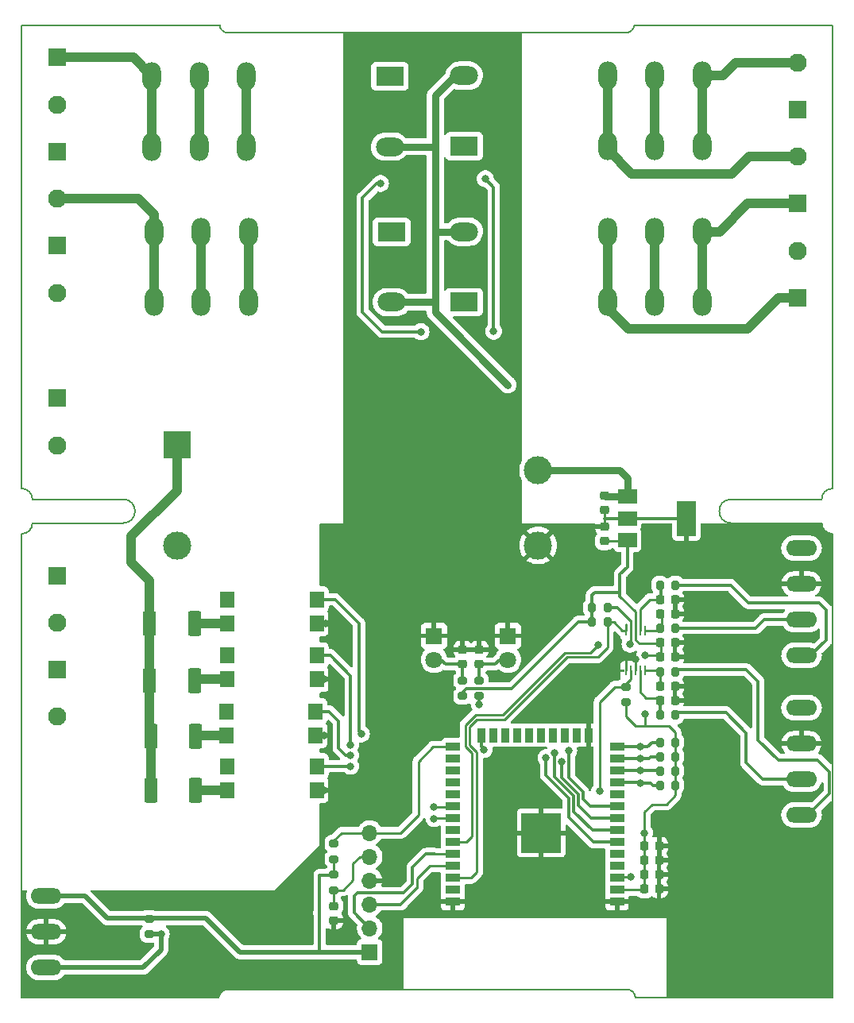
<source format=gtl>
G04 #@! TF.GenerationSoftware,KiCad,Pcbnew,(7.0.0)*
G04 #@! TF.CreationDate,2023-07-30T12:49:27+02:00*
G04 #@! TF.ProjectId,RealyModul_1Wire_ADC,5265616c-794d-46f6-9475-6c5f31576972,rev?*
G04 #@! TF.SameCoordinates,Original*
G04 #@! TF.FileFunction,Copper,L1,Top*
G04 #@! TF.FilePolarity,Positive*
%FSLAX46Y46*%
G04 Gerber Fmt 4.6, Leading zero omitted, Abs format (unit mm)*
G04 Created by KiCad (PCBNEW (7.0.0)) date 2023-07-30 12:49:27*
%MOMM*%
%LPD*%
G01*
G04 APERTURE LIST*
G04 Aperture macros list*
%AMRoundRect*
0 Rectangle with rounded corners*
0 $1 Rounding radius*
0 $2 $3 $4 $5 $6 $7 $8 $9 X,Y pos of 4 corners*
0 Add a 4 corners polygon primitive as box body*
4,1,4,$2,$3,$4,$5,$6,$7,$8,$9,$2,$3,0*
0 Add four circle primitives for the rounded corners*
1,1,$1+$1,$2,$3*
1,1,$1+$1,$4,$5*
1,1,$1+$1,$6,$7*
1,1,$1+$1,$8,$9*
0 Add four rect primitives between the rounded corners*
20,1,$1+$1,$2,$3,$4,$5,0*
20,1,$1+$1,$4,$5,$6,$7,0*
20,1,$1+$1,$6,$7,$8,$9,0*
20,1,$1+$1,$8,$9,$2,$3,0*%
G04 Aperture macros list end*
G04 #@! TA.AperFunction,ComponentPad*
%ADD10O,3.300000X1.650000*%
G04 #@! TD*
G04 #@! TA.AperFunction,ComponentPad*
%ADD11R,1.950000X1.950000*%
G04 #@! TD*
G04 #@! TA.AperFunction,ComponentPad*
%ADD12C,1.950000*%
G04 #@! TD*
G04 #@! TA.AperFunction,SMDPad,CuDef*
%ADD13RoundRect,0.249999X-0.450001X-1.075001X0.450001X-1.075001X0.450001X1.075001X-0.450001X1.075001X0*%
G04 #@! TD*
G04 #@! TA.AperFunction,SMDPad,CuDef*
%ADD14RoundRect,0.200000X-0.200000X-0.275000X0.200000X-0.275000X0.200000X0.275000X-0.200000X0.275000X0*%
G04 #@! TD*
G04 #@! TA.AperFunction,SMDPad,CuDef*
%ADD15RoundRect,0.225000X-0.225000X-0.250000X0.225000X-0.250000X0.225000X0.250000X-0.225000X0.250000X0*%
G04 #@! TD*
G04 #@! TA.AperFunction,ComponentPad*
%ADD16O,2.000000X3.000000*%
G04 #@! TD*
G04 #@! TA.AperFunction,ComponentPad*
%ADD17R,3.000000X2.000000*%
G04 #@! TD*
G04 #@! TA.AperFunction,ComponentPad*
%ADD18O,3.000000X2.000000*%
G04 #@! TD*
G04 #@! TA.AperFunction,SMDPad,CuDef*
%ADD19RoundRect,0.200000X0.200000X0.275000X-0.200000X0.275000X-0.200000X-0.275000X0.200000X-0.275000X0*%
G04 #@! TD*
G04 #@! TA.AperFunction,SMDPad,CuDef*
%ADD20RoundRect,0.200000X0.275000X-0.200000X0.275000X0.200000X-0.275000X0.200000X-0.275000X-0.200000X0*%
G04 #@! TD*
G04 #@! TA.AperFunction,SMDPad,CuDef*
%ADD21RoundRect,0.218750X-0.256250X0.218750X-0.256250X-0.218750X0.256250X-0.218750X0.256250X0.218750X0*%
G04 #@! TD*
G04 #@! TA.AperFunction,SMDPad,CuDef*
%ADD22R,1.500000X1.780000*%
G04 #@! TD*
G04 #@! TA.AperFunction,ComponentPad*
%ADD23R,1.800000X1.800000*%
G04 #@! TD*
G04 #@! TA.AperFunction,ComponentPad*
%ADD24C,1.800000*%
G04 #@! TD*
G04 #@! TA.AperFunction,SMDPad,CuDef*
%ADD25RoundRect,0.200000X-0.275000X0.200000X-0.275000X-0.200000X0.275000X-0.200000X0.275000X0.200000X0*%
G04 #@! TD*
G04 #@! TA.AperFunction,SMDPad,CuDef*
%ADD26R,0.250000X1.100000*%
G04 #@! TD*
G04 #@! TA.AperFunction,SMDPad,CuDef*
%ADD27RoundRect,0.225000X0.250000X-0.225000X0.250000X0.225000X-0.250000X0.225000X-0.250000X-0.225000X0*%
G04 #@! TD*
G04 #@! TA.AperFunction,ComponentPad*
%ADD28R,1.700000X1.700000*%
G04 #@! TD*
G04 #@! TA.AperFunction,ComponentPad*
%ADD29O,1.700000X1.700000*%
G04 #@! TD*
G04 #@! TA.AperFunction,ComponentPad*
%ADD30R,3.000000X3.000000*%
G04 #@! TD*
G04 #@! TA.AperFunction,ComponentPad*
%ADD31C,3.000000*%
G04 #@! TD*
G04 #@! TA.AperFunction,SMDPad,CuDef*
%ADD32RoundRect,0.225000X-0.250000X0.225000X-0.250000X-0.225000X0.250000X-0.225000X0.250000X0.225000X0*%
G04 #@! TD*
G04 #@! TA.AperFunction,SMDPad,CuDef*
%ADD33R,2.000000X1.500000*%
G04 #@! TD*
G04 #@! TA.AperFunction,SMDPad,CuDef*
%ADD34R,2.000000X3.800000*%
G04 #@! TD*
G04 #@! TA.AperFunction,SMDPad,CuDef*
%ADD35R,1.500000X0.900000*%
G04 #@! TD*
G04 #@! TA.AperFunction,SMDPad,CuDef*
%ADD36R,0.900000X1.500000*%
G04 #@! TD*
G04 #@! TA.AperFunction,SMDPad,CuDef*
%ADD37R,1.050000X1.050000*%
G04 #@! TD*
G04 #@! TA.AperFunction,ComponentPad*
%ADD38C,0.475000*%
G04 #@! TD*
G04 #@! TA.AperFunction,SMDPad,CuDef*
%ADD39R,4.200000X4.200000*%
G04 #@! TD*
G04 #@! TA.AperFunction,ViaPad*
%ADD40C,0.800000*%
G04 #@! TD*
G04 #@! TA.AperFunction,Conductor*
%ADD41C,0.300000*%
G04 #@! TD*
G04 #@! TA.AperFunction,Conductor*
%ADD42C,0.250000*%
G04 #@! TD*
G04 #@! TA.AperFunction,Conductor*
%ADD43C,0.800000*%
G04 #@! TD*
G04 #@! TA.AperFunction,Conductor*
%ADD44C,0.500000*%
G04 #@! TD*
G04 #@! TA.AperFunction,Conductor*
%ADD45C,1.000000*%
G04 #@! TD*
G04 #@! TA.AperFunction,Profile*
%ADD46C,0.150000*%
G04 #@! TD*
G04 #@! TA.AperFunction,Profile*
%ADD47C,0.152400*%
G04 #@! TD*
G04 APERTURE END LIST*
D10*
X172007999Y-132963999D03*
X172007999Y-129153999D03*
D11*
X92709999Y-62263999D03*
D12*
X92710000Y-67264000D03*
D13*
X102629000Y-130302000D03*
X107429000Y-130302000D03*
D14*
X149670000Y-110871000D03*
X151320000Y-110871000D03*
D15*
X156959000Y-109982000D03*
X158509000Y-109982000D03*
D16*
X107822999Y-61726999D03*
X107822999Y-54226999D03*
X112862999Y-61726999D03*
X112862999Y-54226999D03*
X102782999Y-61726999D03*
X102782999Y-54226999D03*
D17*
X128122999Y-54226999D03*
D18*
X128122999Y-61726999D03*
D19*
X158559000Y-108458000D03*
X156909000Y-108458000D03*
D15*
X156959000Y-116095000D03*
X158509000Y-116095000D03*
D20*
X137668000Y-120293500D03*
X137668000Y-118643500D03*
D15*
X156959000Y-114554000D03*
X158509000Y-114554000D03*
D20*
X153289000Y-120967000D03*
X153289000Y-119317000D03*
D11*
X171576999Y-57784999D03*
D12*
X171577000Y-52785000D03*
D11*
X92709999Y-107475999D03*
D12*
X92710000Y-112476000D03*
D16*
X156358999Y-54161999D03*
X156358999Y-61661999D03*
X151318999Y-54161999D03*
X151318999Y-61661999D03*
X161398999Y-54161999D03*
X161398999Y-61661999D03*
D17*
X136058999Y-61661999D03*
D18*
X136058999Y-54161999D03*
D21*
X137668000Y-115316000D03*
X137668000Y-116891000D03*
D22*
X110804999Y-109981999D03*
X110804999Y-112521999D03*
X120334999Y-112521999D03*
X120334999Y-109981999D03*
D19*
X158559000Y-129794000D03*
X156909000Y-129794000D03*
X158559000Y-122301000D03*
X156909000Y-122301000D03*
D14*
X149670000Y-112395000D03*
X151320000Y-112395000D03*
D23*
X140715999Y-113875499D03*
D24*
X140716000Y-116415500D03*
D16*
X156358999Y-70798999D03*
X156358999Y-78298999D03*
X151318999Y-70798999D03*
X151318999Y-78298999D03*
X161398999Y-70798999D03*
X161398999Y-78298999D03*
D17*
X136058999Y-78298999D03*
D18*
X136058999Y-70798999D03*
D11*
X92709999Y-117474999D03*
D12*
X92710000Y-122475000D03*
D19*
X158559000Y-126746000D03*
X156909000Y-126746000D03*
X158559000Y-117729000D03*
X156909000Y-117729000D03*
D10*
X172007999Y-125343999D03*
X172007999Y-121533999D03*
D19*
X158559000Y-113030000D03*
X156909000Y-113030000D03*
D15*
X155267000Y-140843000D03*
X156817000Y-140843000D03*
X155280000Y-136271000D03*
X156830000Y-136271000D03*
D25*
X102489000Y-144019000D03*
X102489000Y-145669000D03*
D10*
X172007999Y-108330999D03*
X172007999Y-104520999D03*
X172007999Y-115945999D03*
X172007999Y-112135999D03*
D13*
X102629000Y-124587000D03*
X107429000Y-124587000D03*
D15*
X155267000Y-139319000D03*
X156817000Y-139319000D03*
D20*
X122174000Y-137667000D03*
X122174000Y-136017000D03*
D11*
X92709999Y-88552999D03*
D12*
X92710000Y-93553000D03*
D11*
X171576999Y-67783999D03*
D12*
X171577000Y-62784000D03*
D15*
X156959000Y-111506000D03*
X158509000Y-111506000D03*
D22*
X110804999Y-115950999D03*
X110804999Y-118490999D03*
X120334999Y-118490999D03*
X120334999Y-115950999D03*
D15*
X156959000Y-119253000D03*
X158509000Y-119253000D03*
D19*
X158559000Y-128270000D03*
X156909000Y-128270000D03*
D26*
X153304999Y-117592999D03*
X153804999Y-117592999D03*
X154304999Y-117592999D03*
X154804999Y-117592999D03*
X155304999Y-117592999D03*
X155304999Y-113292999D03*
X154804999Y-113292999D03*
X154304999Y-113292999D03*
X153804999Y-113292999D03*
X153304999Y-113292999D03*
D13*
X102502000Y-112522000D03*
X107302000Y-112522000D03*
D11*
X92709999Y-72296999D03*
D12*
X92710000Y-77297000D03*
D27*
X151003000Y-103772000D03*
X151003000Y-102222000D03*
D21*
X135890000Y-115316000D03*
X135890000Y-116891000D03*
D10*
X91510649Y-141604999D03*
X91510649Y-145414999D03*
X91523349Y-149224999D03*
D22*
X110804999Y-127761999D03*
X110804999Y-130301999D03*
X120334999Y-130301999D03*
X120334999Y-127761999D03*
D13*
X102502000Y-118618000D03*
X107302000Y-118618000D03*
D28*
X125983999Y-147573999D03*
D29*
X125983999Y-145033999D03*
X125983999Y-142493999D03*
X125983999Y-139953999D03*
X125983999Y-137413999D03*
X125983999Y-134873999D03*
D19*
X158559000Y-125222000D03*
X156909000Y-125222000D03*
D30*
X105429499Y-93495999D03*
D31*
X105429500Y-104246000D03*
X143929500Y-104246000D03*
X143929500Y-96246000D03*
D32*
X122174000Y-142671000D03*
X122174000Y-144221000D03*
D22*
X110677999Y-121919999D03*
X110677999Y-124459999D03*
X120207999Y-124459999D03*
X120207999Y-121919999D03*
D11*
X171576999Y-77816999D03*
D12*
X171577000Y-72817000D03*
D33*
X153440999Y-99045999D03*
X153440999Y-101345999D03*
D34*
X159740999Y-101345999D03*
D33*
X153440999Y-103645999D03*
D20*
X135890000Y-120293500D03*
X135890000Y-118643500D03*
D15*
X155267000Y-137795000D03*
X156817000Y-137795000D03*
D35*
X152340999Y-142214999D03*
X152340999Y-140944999D03*
X152340999Y-139674999D03*
X152340999Y-138404999D03*
X152340999Y-137134999D03*
X152340999Y-135864999D03*
X152340999Y-134594999D03*
X152340999Y-133324999D03*
X152340999Y-132054999D03*
X152340999Y-130784999D03*
X152340999Y-129514999D03*
X152340999Y-128244999D03*
X152340999Y-126974999D03*
X152340999Y-125704999D03*
D36*
X149300999Y-124454999D03*
X148030999Y-124454999D03*
X146760999Y-124454999D03*
X145490999Y-124454999D03*
X144220999Y-124454999D03*
X142950999Y-124454999D03*
X141680999Y-124454999D03*
X140410999Y-124454999D03*
X139140999Y-124454999D03*
X137870999Y-124454999D03*
D35*
X134840999Y-125704999D03*
X134840999Y-126974999D03*
X134840999Y-128244999D03*
X134840999Y-129514999D03*
X134840999Y-130784999D03*
X134840999Y-132054999D03*
X134840999Y-133324999D03*
X134840999Y-134594999D03*
X134840999Y-135864999D03*
X134840999Y-137134999D03*
X134840999Y-138404999D03*
X134840999Y-139674999D03*
X134840999Y-140944999D03*
X134840999Y-142214999D03*
D37*
X145795999Y-136399999D03*
D38*
X145796000Y-135637500D03*
D37*
X145795999Y-134874999D03*
D38*
X145796000Y-134112500D03*
D37*
X145795999Y-133349999D03*
D38*
X145033500Y-136400000D03*
X145033500Y-134875000D03*
X145033500Y-133350000D03*
D37*
X144270999Y-136399999D03*
D38*
X144271000Y-135637500D03*
D37*
X144270999Y-134874999D03*
D39*
X144270999Y-134874999D03*
D38*
X144271000Y-134112500D03*
D37*
X144270999Y-133349999D03*
D38*
X143508500Y-136400000D03*
X143508500Y-134875000D03*
X143508500Y-133350000D03*
D37*
X142745999Y-136399999D03*
D38*
X142746000Y-135637500D03*
D37*
X142745999Y-134874999D03*
D38*
X142746000Y-134112500D03*
D37*
X142745999Y-133349999D03*
D16*
X108014999Y-78298999D03*
X108014999Y-70798999D03*
X113054999Y-78298999D03*
X113054999Y-70798999D03*
X102974999Y-78298999D03*
X102974999Y-70798999D03*
D17*
X128314999Y-70798999D03*
D18*
X128314999Y-78298999D03*
D25*
X122174000Y-139319000D03*
X122174000Y-140969000D03*
D23*
X132841999Y-113875499D03*
D24*
X132842000Y-116415500D03*
D32*
X151003000Y-98920000D03*
X151003000Y-100470000D03*
D11*
X92709999Y-52230999D03*
D12*
X92710000Y-57231000D03*
D15*
X156959000Y-120777000D03*
X158509000Y-120777000D03*
D40*
X104521000Y-141605000D03*
X154305000Y-116332000D03*
X162687000Y-119761000D03*
X121285000Y-112522000D03*
X121158000Y-124460000D03*
X148590000Y-106934000D03*
X127635000Y-108839000D03*
X162687000Y-111125000D03*
X162687000Y-131826000D03*
X117983000Y-139700000D03*
X162687000Y-114681000D03*
X148590000Y-102870000D03*
X129413000Y-138684000D03*
X98933000Y-141605000D03*
X162687000Y-142113000D03*
X121158000Y-118491000D03*
X122174000Y-145796000D03*
X139827000Y-108839000D03*
X132715000Y-108839000D03*
X110236000Y-141605000D03*
X121285000Y-133858000D03*
X162687000Y-136779000D03*
X114427000Y-141605000D03*
X162687000Y-126873000D03*
X121158000Y-130302000D03*
X146939000Y-108585000D03*
X123571000Y-108839000D03*
X119761000Y-137922000D03*
X140716000Y-87122000D03*
X153797000Y-139573000D03*
X155280000Y-134874000D03*
X155321000Y-122174000D03*
X155321000Y-115951000D03*
X138176000Y-125984000D03*
X137668000Y-121158000D03*
X131445000Y-81457500D03*
X127127000Y-65659000D03*
X144780000Y-126873000D03*
X145669000Y-126365000D03*
X139192000Y-81407000D03*
X138303000Y-65151000D03*
X146431000Y-127254000D03*
X150368000Y-114808000D03*
X153736932Y-114749666D03*
X132842000Y-132080000D03*
X103759000Y-145669000D03*
X132842000Y-133350000D03*
X150495000Y-130429000D03*
X147193000Y-126111000D03*
X125095000Y-124333000D03*
X154813000Y-125705000D03*
X154813000Y-126975000D03*
X123952000Y-125476000D03*
X123952000Y-126619000D03*
X154813000Y-128245000D03*
X123952000Y-127762000D03*
X154813000Y-129540000D03*
X110805000Y-109982000D03*
X110805000Y-115951000D03*
X110678000Y-121920000D03*
X110805000Y-127762000D03*
D41*
X141138518Y-119465482D02*
X148209000Y-112395000D01*
X136312518Y-119465482D02*
X141138518Y-119465482D01*
X135890000Y-119888000D02*
X136312518Y-119465482D01*
X148209000Y-112395000D02*
X149670000Y-112395000D01*
X135890000Y-120293500D02*
X135890000Y-119888000D01*
D42*
X154805000Y-119880000D02*
X155448000Y-120523000D01*
X154805000Y-117593000D02*
X154805000Y-119880000D01*
X155448000Y-120523000D02*
X156972000Y-120523000D01*
X154805000Y-111006000D02*
X155829000Y-109982000D01*
X155829000Y-109982000D02*
X156832000Y-109982000D01*
X156832000Y-109982000D02*
X157086000Y-110236000D01*
X154805000Y-113293000D02*
X154805000Y-111006000D01*
D41*
X174625000Y-114300000D02*
X172974000Y-115951000D01*
X174625000Y-111125000D02*
X174625000Y-114300000D01*
X173863000Y-110363000D02*
X174625000Y-111125000D01*
X172974000Y-115951000D02*
X171958000Y-115951000D01*
X166370000Y-110363000D02*
X173863000Y-110363000D01*
X164465000Y-108458000D02*
X166370000Y-110363000D01*
X158940000Y-108458000D02*
X164465000Y-108458000D01*
X158686000Y-108712000D02*
X158940000Y-108458000D01*
X167132000Y-113030000D02*
X168021000Y-112141000D01*
X158940000Y-113030000D02*
X167132000Y-113030000D01*
X158686000Y-113284000D02*
X158940000Y-113030000D01*
X168021000Y-112141000D02*
X171958000Y-112141000D01*
X158522000Y-120523000D02*
X158522000Y-119012000D01*
D42*
X156830000Y-139306000D02*
X156817000Y-139319000D01*
D41*
X158591000Y-114698000D02*
X162670000Y-114698000D01*
X158636000Y-111760000D02*
X158636000Y-110236000D01*
D42*
X156845000Y-140871000D02*
X156817000Y-140843000D01*
X153305000Y-116443000D02*
X153305000Y-117593000D01*
X151003000Y-101346000D02*
X151003000Y-100470000D01*
X153416000Y-116332000D02*
X153305000Y-116443000D01*
X156817000Y-140843000D02*
X156817000Y-139319000D01*
X156830000Y-136271000D02*
X156830000Y-139306000D01*
D41*
X153441000Y-101346000D02*
X151003000Y-101346000D01*
D42*
X152341000Y-142215000D02*
X156362000Y-142215000D01*
D41*
X153441000Y-101346000D02*
X159741000Y-101346000D01*
D42*
X156362000Y-142215000D02*
X156845000Y-141732000D01*
D41*
X162670000Y-114698000D02*
X162687000Y-114681000D01*
D42*
X154305000Y-116332000D02*
X153416000Y-116332000D01*
D41*
X158591000Y-116095000D02*
X158591000Y-114698000D01*
X158522000Y-119012000D02*
X158509000Y-118999000D01*
D42*
X156845000Y-141732000D02*
X156845000Y-140871000D01*
X154305000Y-117593000D02*
X154305000Y-116332000D01*
X151003000Y-102222000D02*
X151003000Y-101346000D01*
D43*
X153441000Y-97053000D02*
X153441000Y-99046000D01*
X151129000Y-99046000D02*
X151003000Y-98920000D01*
X152634000Y-96246000D02*
X153441000Y-97053000D01*
X143929500Y-96246000D02*
X152634000Y-96246000D01*
X153441000Y-99046000D02*
X151129000Y-99046000D01*
D41*
X156909000Y-122047000D02*
X156909000Y-120586000D01*
X156909000Y-120586000D02*
X156972000Y-120523000D01*
D42*
X156909000Y-117475000D02*
X156909000Y-118949000D01*
X156909000Y-118949000D02*
X156959000Y-118999000D01*
X155305000Y-117593000D02*
X156791000Y-117593000D01*
X156791000Y-117593000D02*
X156909000Y-117475000D01*
D43*
X140716000Y-87122000D02*
X132969000Y-79375000D01*
X132969000Y-56261000D02*
X135068000Y-54162000D01*
X133036000Y-70799000D02*
X136059000Y-70799000D01*
X132969000Y-78105000D02*
X132969000Y-70866000D01*
X132969000Y-70866000D02*
X132969000Y-61722000D01*
X132969000Y-78105000D02*
X132775000Y-78299000D01*
X132969000Y-79375000D02*
X132969000Y-78105000D01*
X132969000Y-61722000D02*
X132964000Y-61727000D01*
X135068000Y-54162000D02*
X136059000Y-54162000D01*
X132775000Y-78299000D02*
X128315000Y-78299000D01*
X132969000Y-61722000D02*
X132969000Y-56261000D01*
X132969000Y-70866000D02*
X133036000Y-70799000D01*
X132964000Y-61727000D02*
X128123000Y-61727000D01*
D42*
X157086000Y-111760000D02*
X157086000Y-113234000D01*
X157027000Y-113293000D02*
X157036000Y-113284000D01*
X157086000Y-113234000D02*
X157036000Y-113284000D01*
X155305000Y-113293000D02*
X157027000Y-113293000D01*
D41*
X157036000Y-110186000D02*
X157086000Y-110236000D01*
X157036000Y-108712000D02*
X157036000Y-110186000D01*
D42*
X123127000Y-140969000D02*
X124206000Y-139890000D01*
X152443000Y-139573000D02*
X152341000Y-139675000D01*
X153797000Y-139573000D02*
X152443000Y-139573000D01*
X124904000Y-137414000D02*
X125984000Y-137414000D01*
X122174000Y-140969000D02*
X122174000Y-142671000D01*
X122174000Y-140969000D02*
X123127000Y-140969000D01*
X124206000Y-139890000D02*
X124206000Y-138112000D01*
X124206000Y-138112000D02*
X124904000Y-137414000D01*
D41*
X152654000Y-109665000D02*
X152654000Y-109220000D01*
D42*
X154305000Y-123444000D02*
X155321000Y-123444000D01*
D41*
X122111000Y-139382000D02*
X122174000Y-139319000D01*
D42*
X157607000Y-131826000D02*
X158559000Y-130874000D01*
D44*
X102362000Y-143955000D02*
X108522000Y-143955000D01*
D42*
X157041000Y-114698000D02*
X154703000Y-114698000D01*
X155280000Y-134874000D02*
X155280000Y-132629000D01*
X151003000Y-103772000D02*
X153315000Y-103772000D01*
D44*
X112141000Y-147574000D02*
X125984000Y-147574000D01*
X97981000Y-143955000D02*
X102362000Y-143955000D01*
D42*
X154305000Y-113293000D02*
X154305000Y-111316000D01*
X152341000Y-140945000D02*
X155165000Y-140945000D01*
X156083000Y-131826000D02*
X157607000Y-131826000D01*
X155321000Y-123444000D02*
X157861000Y-123444000D01*
D41*
X120650000Y-142049000D02*
X120650000Y-139382000D01*
D42*
X158559000Y-126746000D02*
X158559000Y-128270000D01*
X155267000Y-140843000D02*
X155267000Y-139319000D01*
D41*
X149987000Y-109220000D02*
X152654000Y-109220000D01*
D42*
X155280000Y-136271000D02*
X155280000Y-134874000D01*
X157861000Y-123444000D02*
X158559000Y-124142000D01*
D41*
X152654000Y-109220000D02*
X152654000Y-107315000D01*
X120650000Y-147574000D02*
X125984000Y-147574000D01*
D42*
X153289000Y-122428000D02*
X154305000Y-123444000D01*
X157041000Y-116095000D02*
X157041000Y-114698000D01*
X153289000Y-120967000D02*
X153289000Y-122428000D01*
X155165000Y-140945000D02*
X155267000Y-140843000D01*
X158559000Y-124142000D02*
X158559000Y-125222000D01*
D44*
X108522000Y-143955000D02*
X112141000Y-147574000D01*
D41*
X120650000Y-143383000D02*
X120650000Y-142049000D01*
D42*
X158559000Y-130874000D02*
X158559000Y-129794000D01*
D44*
X91510650Y-141605000D02*
X95631000Y-141605000D01*
D42*
X153315000Y-103772000D02*
X153441000Y-103646000D01*
X158559000Y-129794000D02*
X158559000Y-128270000D01*
X154703000Y-114698000D02*
X154305000Y-114300000D01*
D41*
X149670000Y-112395000D02*
X149670000Y-110871000D01*
D42*
X155280000Y-132629000D02*
X156083000Y-131826000D01*
X155321000Y-123444000D02*
X155321000Y-122174000D01*
X122174000Y-137667000D02*
X122174000Y-139319000D01*
X154305000Y-114300000D02*
X154305000Y-113293000D01*
D41*
X120650000Y-145859000D02*
X120650000Y-143383000D01*
X120650000Y-145859000D02*
X120650000Y-147574000D01*
D42*
X154305000Y-111316000D02*
X152654000Y-109665000D01*
D44*
X95631000Y-141605000D02*
X97981000Y-143955000D01*
D41*
X149670000Y-110871000D02*
X149670000Y-109537000D01*
X120650000Y-139382000D02*
X122111000Y-139382000D01*
D42*
X120587000Y-143446000D02*
X120650000Y-143383000D01*
X155280000Y-137782000D02*
X155267000Y-137795000D01*
X158559000Y-125222000D02*
X158559000Y-126746000D01*
D41*
X125984000Y-147574000D02*
X122365000Y-147574000D01*
D42*
X155267000Y-137795000D02*
X155267000Y-139319000D01*
D41*
X152654000Y-107315000D02*
X153441000Y-106528000D01*
D42*
X156897000Y-115951000D02*
X157041000Y-116095000D01*
X155280000Y-136271000D02*
X155280000Y-137782000D01*
X155321000Y-115951000D02*
X156897000Y-115951000D01*
D41*
X149670000Y-109537000D02*
X149987000Y-109220000D01*
X153441000Y-106528000D02*
X153441000Y-103646000D01*
X124333000Y-141605000D02*
X124644000Y-141294000D01*
D42*
X132867000Y-137135000D02*
X134841000Y-137135000D01*
D41*
X124333000Y-143383000D02*
X124333000Y-141605000D01*
X131978000Y-137135000D02*
X132867000Y-137135000D01*
X129597000Y-141294000D02*
X130556000Y-140335000D01*
X124644000Y-141294000D02*
X129597000Y-141294000D01*
X130556000Y-138557000D02*
X131978000Y-137135000D01*
X130556000Y-140335000D02*
X130556000Y-138557000D01*
X125984000Y-145034000D02*
X124333000Y-143383000D01*
D42*
X131064000Y-140716000D02*
X131064000Y-139700000D01*
X132359000Y-138405000D02*
X134841000Y-138405000D01*
X131000500Y-140779500D02*
X131064000Y-140716000D01*
D41*
X129286000Y-142494000D02*
X131000500Y-140779500D01*
D42*
X131064000Y-139700000D02*
X132359000Y-138405000D01*
D41*
X125984000Y-142494000D02*
X129286000Y-142494000D01*
D42*
X122174000Y-136017000D02*
X122174000Y-135699000D01*
X134841000Y-125705000D02*
X132740000Y-125705000D01*
X131191000Y-127254000D02*
X131191000Y-132969000D01*
X129286000Y-134874000D02*
X125984000Y-134874000D01*
X122999000Y-134874000D02*
X125984000Y-134874000D01*
X132740000Y-125705000D02*
X131191000Y-127254000D01*
X131191000Y-132969000D02*
X129286000Y-134874000D01*
X122174000Y-135699000D02*
X122999000Y-134874000D01*
D41*
X137668000Y-121158000D02*
X137668000Y-120293500D01*
X138176000Y-125984000D02*
X137871000Y-125679000D01*
X137871000Y-125679000D02*
X137871000Y-124455000D01*
X134079500Y-116891000D02*
X133604000Y-116415500D01*
X135890000Y-116891000D02*
X134079500Y-116891000D01*
X135890000Y-118643500D02*
X135890000Y-116891000D01*
X137668000Y-118643500D02*
X137668000Y-116891000D01*
X139351500Y-116891000D02*
X139827000Y-116415500D01*
X137668000Y-116891000D02*
X139351500Y-116891000D01*
X144780000Y-128723106D02*
X144780000Y-127254000D01*
X147201000Y-133231000D02*
X147201000Y-131144106D01*
X125222000Y-67183000D02*
X126746000Y-65659000D01*
X152341000Y-135865000D02*
X149835000Y-135865000D01*
X131445000Y-81457500D02*
X127304500Y-81457500D01*
X149835000Y-135865000D02*
X147201000Y-133231000D01*
X127304500Y-81457500D02*
X125222000Y-79375000D01*
X126746000Y-65659000D02*
X127127000Y-65659000D01*
X125222000Y-79375000D02*
X125222000Y-67183000D01*
X147201000Y-131144106D02*
X144780000Y-128723106D01*
X144780000Y-127254000D02*
X144780000Y-126873000D01*
X147701000Y-130937000D02*
X145669000Y-128905000D01*
X149708000Y-134595000D02*
X147701000Y-132588000D01*
X152341000Y-134595000D02*
X149708000Y-134595000D01*
X145669000Y-127381000D02*
X145669000Y-126365000D01*
X147701000Y-132588000D02*
X147701000Y-130937000D01*
X145669000Y-128905000D02*
X145669000Y-127381000D01*
D45*
X100787000Y-52231000D02*
X102783000Y-54227000D01*
X102783000Y-54227000D02*
X102783000Y-61727000D01*
X92710000Y-52231000D02*
X100787000Y-52231000D01*
X107823000Y-54227000D02*
X107823000Y-61727000D01*
X112863000Y-54227000D02*
X112863000Y-61727000D01*
X108015000Y-78299000D02*
X108015000Y-70799000D01*
X113055000Y-78299000D02*
X113055000Y-70799000D01*
X101300000Y-67264000D02*
X102975000Y-68939000D01*
X102975000Y-78299000D02*
X102975000Y-70799000D01*
X102975000Y-68939000D02*
X102975000Y-70799000D01*
X92710000Y-67264000D02*
X101300000Y-67264000D01*
X156359000Y-54162000D02*
X156359000Y-61662000D01*
X161399000Y-54162000D02*
X163643000Y-54162000D01*
X163643000Y-54162000D02*
X165020000Y-52785000D01*
X161399000Y-61662000D02*
X161399000Y-54162000D01*
X165020000Y-52785000D02*
X171577000Y-52785000D01*
X161399000Y-70799000D02*
X163262000Y-70799000D01*
X163262000Y-70799000D02*
X166277000Y-67784000D01*
X166277000Y-67784000D02*
X171577000Y-67784000D01*
X161399000Y-78299000D02*
X161399000Y-70799000D01*
X151319000Y-54162000D02*
X151319000Y-61662000D01*
X151319000Y-61662000D02*
X151319000Y-62038000D01*
X166451000Y-62784000D02*
X171577000Y-62784000D01*
X151319000Y-62038000D02*
X153924000Y-64643000D01*
X153924000Y-64643000D02*
X164592000Y-64643000D01*
X164592000Y-64643000D02*
X166451000Y-62784000D01*
X151319000Y-78299000D02*
X151319000Y-78929000D01*
X166243000Y-81153000D02*
X169579000Y-77817000D01*
X151319000Y-78299000D02*
X151319000Y-70799000D01*
X153543000Y-81153000D02*
X166243000Y-81153000D01*
X169579000Y-77817000D02*
X171577000Y-77817000D01*
X151319000Y-78929000D02*
X153543000Y-81153000D01*
X156359000Y-78299000D02*
X156359000Y-70799000D01*
D41*
X152341000Y-133325000D02*
X149581000Y-133325000D01*
X146431000Y-127381000D02*
X146431000Y-127254000D01*
X139192000Y-66040000D02*
X138303000Y-65151000D01*
X149581000Y-133325000D02*
X148201000Y-131945000D01*
X139192000Y-81407000D02*
X139192000Y-66040000D01*
X146431000Y-128959894D02*
X146431000Y-127381000D01*
X148201000Y-130729894D02*
X146431000Y-128959894D01*
X148201000Y-131945000D02*
X148201000Y-130729894D01*
D42*
X152019000Y-112395000D02*
X151320000Y-112395000D01*
X153305000Y-113293000D02*
X152917000Y-113293000D01*
X137414000Y-139065000D02*
X136804000Y-139675000D01*
X152917000Y-113293000D02*
X152019000Y-112395000D01*
X137414000Y-122809000D02*
X136652000Y-123571000D01*
X136652000Y-123571000D02*
X136652000Y-125476000D01*
X136804000Y-139675000D02*
X134841000Y-139675000D01*
X137414000Y-126238000D02*
X137414000Y-139065000D01*
X136652000Y-125476000D02*
X137414000Y-126238000D01*
X150299000Y-116147000D02*
X146998396Y-116147000D01*
X153305000Y-113293000D02*
X153305000Y-112665000D01*
X140336396Y-122809000D02*
X137414000Y-122809000D01*
X151320000Y-115126000D02*
X150299000Y-116147000D01*
X146998396Y-116147000D02*
X140336396Y-122809000D01*
X151320000Y-112395000D02*
X151320000Y-115126000D01*
X153805000Y-113293000D02*
X153805000Y-112276000D01*
X136906000Y-135255000D02*
X136296000Y-135865000D01*
X136202000Y-123384604D02*
X136202000Y-125662396D01*
X136202000Y-125662396D02*
X136906000Y-126366396D01*
X140208000Y-122301000D02*
X137285604Y-122301000D01*
X136296000Y-135865000D02*
X134841000Y-135865000D01*
X136906000Y-126366396D02*
X136906000Y-135255000D01*
X137285604Y-122301000D02*
X136202000Y-123384604D01*
X153805000Y-112276000D02*
X153797000Y-112268000D01*
X150368000Y-114808000D02*
X149479000Y-115697000D01*
X153805000Y-114681598D02*
X153805000Y-113293000D01*
X149479000Y-115697000D02*
X146812000Y-115697000D01*
X146812000Y-115697000D02*
X140208000Y-122301000D01*
D41*
X152400000Y-110871000D02*
X153797000Y-112268000D01*
D42*
X153736932Y-114749666D02*
X153805000Y-114681598D01*
D41*
X151320000Y-110871000D02*
X152400000Y-110871000D01*
D44*
X103759000Y-147320000D02*
X103759000Y-145669000D01*
X102489000Y-145669000D02*
X103759000Y-145669000D01*
D42*
X134816000Y-132080000D02*
X134841000Y-132055000D01*
D44*
X101854000Y-149225000D02*
X103759000Y-147320000D01*
D42*
X132842000Y-132080000D02*
X134816000Y-132080000D01*
D44*
X91523350Y-149225000D02*
X101854000Y-149225000D01*
D42*
X153805000Y-118483000D02*
X153289000Y-118999000D01*
X153289000Y-119317000D02*
X152082000Y-119317000D01*
X132867000Y-133325000D02*
X132842000Y-133350000D01*
X153805000Y-117593000D02*
X153805000Y-118483000D01*
X150495000Y-120904000D02*
X150495000Y-127127000D01*
X150495000Y-127127000D02*
X150495000Y-130429000D01*
X151257000Y-120142000D02*
X150495000Y-120904000D01*
X134841000Y-133325000D02*
X132867000Y-133325000D01*
X152082000Y-119317000D02*
X151257000Y-120142000D01*
X153289000Y-118999000D02*
X153289000Y-119317000D01*
D41*
X148701000Y-130522788D02*
X148701000Y-131302000D01*
X148701000Y-131302000D02*
X149454000Y-132055000D01*
X147193000Y-126111000D02*
X147193000Y-129014788D01*
X149454000Y-132055000D02*
X152341000Y-132055000D01*
X147193000Y-129014788D02*
X148701000Y-130522788D01*
X124587000Y-112268000D02*
X124841000Y-112522000D01*
X120335000Y-109982000D02*
X122301000Y-109982000D01*
X155600000Y-125705000D02*
X156083000Y-125222000D01*
X124841000Y-112522000D02*
X124841000Y-122555000D01*
X154813000Y-125705000D02*
X155600000Y-125705000D01*
X122301000Y-109982000D02*
X124587000Y-112268000D01*
X124841000Y-122555000D02*
X124841000Y-124079000D01*
X156083000Y-125222000D02*
X156909000Y-125222000D01*
X124841000Y-124079000D02*
X125095000Y-124333000D01*
X152341000Y-125705000D02*
X154813000Y-125705000D01*
X154813000Y-126975000D02*
X155727000Y-126975000D01*
X155956000Y-126746000D02*
X156909000Y-126746000D01*
X155727000Y-126975000D02*
X155956000Y-126746000D01*
X121793000Y-115951000D02*
X120335000Y-115951000D01*
X152341000Y-126975000D02*
X154813000Y-126975000D01*
X123952000Y-118110000D02*
X121793000Y-115951000D01*
X123952000Y-125476000D02*
X123952000Y-118110000D01*
X122682000Y-125857000D02*
X122682000Y-122936000D01*
X123952000Y-126619000D02*
X123444000Y-126619000D01*
X122682000Y-122936000D02*
X121666000Y-121920000D01*
X154813000Y-128245000D02*
X156884000Y-128245000D01*
X152341000Y-128245000D02*
X154813000Y-128245000D01*
X156884000Y-128245000D02*
X156909000Y-128270000D01*
X121666000Y-121920000D02*
X120208000Y-121920000D01*
X123444000Y-126619000D02*
X122682000Y-125857000D01*
X154788000Y-129515000D02*
X154813000Y-129540000D01*
X152341000Y-129515000D02*
X154788000Y-129515000D01*
X154813000Y-129540000D02*
X155956000Y-129540000D01*
X156210000Y-129794000D02*
X156909000Y-129794000D01*
X120335000Y-127762000D02*
X123952000Y-127762000D01*
X155956000Y-129540000D02*
X156210000Y-129794000D01*
D45*
X107302000Y-112522000D02*
X110805000Y-112522000D01*
X107556000Y-118491000D02*
X107302000Y-118745000D01*
X110805000Y-118491000D02*
X107556000Y-118491000D01*
X107937000Y-124460000D02*
X107429000Y-124968000D01*
X110678000Y-124460000D02*
X107937000Y-124460000D01*
X110805000Y-130302000D02*
X107429000Y-130302000D01*
X102629000Y-130302000D02*
X102629000Y-124587000D01*
X102502000Y-112522000D02*
X102502000Y-118618000D01*
X100584000Y-106045000D02*
X100584000Y-103251000D01*
X102502000Y-118618000D02*
X102502000Y-124460000D01*
X105429500Y-98405500D02*
X105429500Y-93496000D01*
X102502000Y-107963000D02*
X100584000Y-106045000D01*
X102502000Y-124460000D02*
X102629000Y-124587000D01*
X100584000Y-103251000D02*
X105429500Y-98405500D01*
X102502000Y-112522000D02*
X102502000Y-107963000D01*
D41*
X172720000Y-132969000D02*
X175006000Y-130683000D01*
X167386000Y-118745000D02*
X166116000Y-117475000D01*
X166116000Y-117475000D02*
X158559000Y-117475000D01*
X171958000Y-132969000D02*
X172720000Y-132969000D01*
X173736000Y-127127000D02*
X169545000Y-127127000D01*
X175006000Y-128397000D02*
X173736000Y-127127000D01*
X167386000Y-124968000D02*
X167386000Y-118745000D01*
X175006000Y-130683000D02*
X175006000Y-128397000D01*
X169545000Y-127127000D02*
X167386000Y-124968000D01*
X163957000Y-122047000D02*
X166116000Y-124206000D01*
X167894000Y-129159000D02*
X166116000Y-127381000D01*
X171958000Y-129159000D02*
X167894000Y-129159000D01*
X158559000Y-122047000D02*
X163957000Y-122047000D01*
X166116000Y-124206000D02*
X166116000Y-127381000D01*
G04 #@! TA.AperFunction,Conductor*
G36*
X163680331Y-122714939D02*
G01*
X163720559Y-122741819D01*
X165421181Y-124442441D01*
X165448061Y-124482669D01*
X165457500Y-124530122D01*
X165457500Y-127298871D01*
X165456950Y-127310540D01*
X165456913Y-127310923D01*
X165455212Y-127318537D01*
X165455457Y-127326333D01*
X165455457Y-127326334D01*
X165457439Y-127389401D01*
X165457500Y-127393296D01*
X165457500Y-127422432D01*
X165457988Y-127426304D01*
X165457989Y-127426305D01*
X165458069Y-127426939D01*
X165458983Y-127438563D01*
X165460192Y-127477037D01*
X165460193Y-127477044D01*
X165460438Y-127484831D01*
X165462611Y-127492313D01*
X165462613Y-127492322D01*
X165466464Y-127505577D01*
X165470407Y-127524618D01*
X165472138Y-127538321D01*
X165472141Y-127538333D01*
X165473118Y-127546064D01*
X165475987Y-127553313D01*
X165475989Y-127553317D01*
X165490158Y-127589106D01*
X165493941Y-127600153D01*
X165506855Y-127644600D01*
X165510824Y-127651312D01*
X165510825Y-127651313D01*
X165517851Y-127663193D01*
X165526409Y-127680664D01*
X165531489Y-127693493D01*
X165534365Y-127700756D01*
X165538954Y-127707072D01*
X165561571Y-127738201D01*
X165567980Y-127747957D01*
X165591547Y-127787807D01*
X165597064Y-127793324D01*
X165606821Y-127803081D01*
X165619457Y-127817875D01*
X165627572Y-127829045D01*
X165627576Y-127829049D01*
X165632159Y-127835357D01*
X165662059Y-127860092D01*
X165667820Y-127864858D01*
X165676461Y-127872721D01*
X167370292Y-129566552D01*
X167378154Y-129575191D01*
X167378402Y-129575491D01*
X167382584Y-129582080D01*
X167419485Y-129616732D01*
X167434273Y-129630619D01*
X167437070Y-129633330D01*
X167457667Y-129653927D01*
X167461248Y-129656705D01*
X167470118Y-129664280D01*
X167503867Y-129695972D01*
X167522799Y-129706380D01*
X167539060Y-129717062D01*
X167549969Y-129725524D01*
X167549971Y-129725525D01*
X167556132Y-129730304D01*
X167598613Y-129748687D01*
X167609105Y-129753827D01*
X167649663Y-129776124D01*
X167668037Y-129780841D01*
X167670583Y-129781495D01*
X167688997Y-129787799D01*
X167708824Y-129796380D01*
X167716526Y-129797599D01*
X167716527Y-129797600D01*
X167734685Y-129800475D01*
X167754544Y-129803620D01*
X167765975Y-129805987D01*
X167810812Y-129817500D01*
X167832420Y-129817500D01*
X167851817Y-129819027D01*
X167873152Y-129822406D01*
X167919234Y-129818050D01*
X167930904Y-129817500D01*
X169955135Y-129817500D01*
X170012392Y-129831511D01*
X170056709Y-129870376D01*
X170157578Y-130014432D01*
X170322568Y-130179422D01*
X170513703Y-130313256D01*
X170725174Y-130411867D01*
X170950556Y-130472258D01*
X171124775Y-130487500D01*
X172888516Y-130487500D01*
X172891225Y-130487500D01*
X173065444Y-130472258D01*
X173290826Y-130411867D01*
X173502297Y-130313256D01*
X173693432Y-130179422D01*
X173858422Y-130014432D01*
X173992256Y-129823297D01*
X174090867Y-129611826D01*
X174103724Y-129563840D01*
X174132078Y-129512160D01*
X174181089Y-129479411D01*
X174239685Y-129472994D01*
X174294623Y-129494358D01*
X174333489Y-129538676D01*
X174347500Y-129595933D01*
X174347500Y-130358879D01*
X174338061Y-130406332D01*
X174311181Y-130446560D01*
X173149139Y-131608600D01*
X173103869Y-131637441D01*
X173050651Y-131644447D01*
X172893926Y-131630736D01*
X172893919Y-131630735D01*
X172891225Y-131630500D01*
X171124775Y-131630500D01*
X171122080Y-131630735D01*
X171122074Y-131630736D01*
X170955954Y-131645269D01*
X170955945Y-131645270D01*
X170950556Y-131645742D01*
X170945324Y-131647143D01*
X170945323Y-131647144D01*
X170730401Y-131704732D01*
X170730396Y-131704733D01*
X170725174Y-131706133D01*
X170720278Y-131708415D01*
X170720267Y-131708420D01*
X170518613Y-131802454D01*
X170518609Y-131802456D01*
X170513703Y-131804744D01*
X170509270Y-131807847D01*
X170509263Y-131807852D01*
X170327003Y-131935472D01*
X170326998Y-131935475D01*
X170322568Y-131938578D01*
X170318744Y-131942401D01*
X170318738Y-131942407D01*
X170161407Y-132099738D01*
X170161401Y-132099744D01*
X170157578Y-132103568D01*
X170154475Y-132107998D01*
X170154472Y-132108003D01*
X170026852Y-132290263D01*
X170026847Y-132290270D01*
X170023744Y-132294703D01*
X170021456Y-132299609D01*
X170021454Y-132299613D01*
X169927420Y-132501267D01*
X169927415Y-132501278D01*
X169925133Y-132506174D01*
X169923733Y-132511396D01*
X169923732Y-132511401D01*
X169885192Y-132655234D01*
X169864742Y-132731556D01*
X169864270Y-132736945D01*
X169864269Y-132736954D01*
X169850415Y-132895313D01*
X169844406Y-132964000D01*
X169844878Y-132969395D01*
X169864269Y-133191045D01*
X169864270Y-133191052D01*
X169864742Y-133196444D01*
X169866144Y-133201676D01*
X169914161Y-133380880D01*
X169925133Y-133421826D01*
X169927417Y-133426725D01*
X169927420Y-133426732D01*
X170004922Y-133592933D01*
X170023744Y-133633297D01*
X170026850Y-133637734D01*
X170026852Y-133637736D01*
X170089483Y-133727182D01*
X170157578Y-133824432D01*
X170322568Y-133989422D01*
X170513703Y-134123256D01*
X170644657Y-134184321D01*
X170714052Y-134216681D01*
X170725174Y-134221867D01*
X170950556Y-134282258D01*
X171124775Y-134297500D01*
X172888516Y-134297500D01*
X172891225Y-134297500D01*
X173065444Y-134282258D01*
X173290826Y-134221867D01*
X173502297Y-134123256D01*
X173693432Y-133989422D01*
X173858422Y-133824432D01*
X173992256Y-133633297D01*
X174090867Y-133421826D01*
X174151258Y-133196444D01*
X174171594Y-132964000D01*
X174151258Y-132731556D01*
X174143522Y-132702687D01*
X174121841Y-132621771D01*
X174114302Y-132593636D01*
X174114302Y-132529450D01*
X174146394Y-132473864D01*
X175087818Y-131532441D01*
X175137182Y-131502191D01*
X175194898Y-131497649D01*
X175248385Y-131519804D01*
X175285985Y-131563827D01*
X175299500Y-131620122D01*
X175299500Y-136679000D01*
X175260312Y-152275812D01*
X175243595Y-152337680D01*
X175198222Y-152382939D01*
X175136312Y-152399500D01*
X157715000Y-152399500D01*
X157653000Y-152382887D01*
X157607613Y-152337500D01*
X157591000Y-152275500D01*
X157591000Y-143951326D01*
X157591000Y-143935000D01*
X129591000Y-143935000D01*
X129591000Y-143951326D01*
X129591000Y-151475500D01*
X129574387Y-151537500D01*
X129529000Y-151582887D01*
X129467000Y-151599500D01*
X111011336Y-151599500D01*
X110988945Y-151597462D01*
X110924597Y-151585648D01*
X110924591Y-151585647D01*
X110919278Y-151584672D01*
X110913877Y-151584633D01*
X110913868Y-151584633D01*
X110760365Y-151583552D01*
X110760363Y-151583552D01*
X110754956Y-151583514D01*
X110749631Y-151584414D01*
X110749622Y-151584415D01*
X110598267Y-151610005D01*
X110598261Y-151610006D01*
X110592929Y-151610908D01*
X110587838Y-151612720D01*
X110587828Y-151612723D01*
X110443221Y-151664204D01*
X110443211Y-151664208D01*
X110438120Y-151666021D01*
X110433412Y-151668694D01*
X110433410Y-151668696D01*
X110299941Y-151744506D01*
X110299937Y-151744508D01*
X110295234Y-151747180D01*
X110291068Y-151750625D01*
X110291062Y-151750630D01*
X110172784Y-151848465D01*
X110172777Y-151848471D01*
X110168612Y-151851917D01*
X110165105Y-151856036D01*
X110165101Y-151856041D01*
X110065613Y-151972923D01*
X110065609Y-151972927D01*
X110062100Y-151977051D01*
X110059364Y-151981712D01*
X110059358Y-151981722D01*
X109981676Y-152114109D01*
X109978936Y-152118779D01*
X109977052Y-152123842D01*
X109977047Y-152123854D01*
X109923532Y-152267724D01*
X109921646Y-152272795D01*
X109920670Y-152278107D01*
X109920668Y-152278117D01*
X109917038Y-152297893D01*
X109894191Y-152350014D01*
X109850467Y-152386441D01*
X109795077Y-152399500D01*
X89024500Y-152399500D01*
X88962500Y-152382887D01*
X88917113Y-152337500D01*
X88900500Y-152275500D01*
X88900500Y-145667551D01*
X89384221Y-145667551D01*
X89384589Y-145678780D01*
X89434398Y-145864675D01*
X89438090Y-145874817D01*
X89531493Y-146075119D01*
X89536891Y-146084469D01*
X89663658Y-146265511D01*
X89670593Y-146273776D01*
X89826873Y-146430056D01*
X89835138Y-146436991D01*
X90016180Y-146563758D01*
X90025530Y-146569156D01*
X90225832Y-146662559D01*
X90235974Y-146666251D01*
X90449461Y-146723453D01*
X90460077Y-146725325D01*
X90625103Y-146739763D01*
X90630513Y-146740000D01*
X91244324Y-146740000D01*
X91257199Y-146736549D01*
X91260650Y-146723674D01*
X91760650Y-146723674D01*
X91764100Y-146736549D01*
X91776976Y-146740000D01*
X92390787Y-146740000D01*
X92396196Y-146739763D01*
X92561222Y-146725325D01*
X92571838Y-146723453D01*
X92785325Y-146666251D01*
X92795467Y-146662559D01*
X92995769Y-146569156D01*
X93005119Y-146563758D01*
X93186161Y-146436991D01*
X93194426Y-146430056D01*
X93350704Y-146273778D01*
X93357641Y-146265512D01*
X93484415Y-146084460D01*
X93489803Y-146075128D01*
X93583209Y-145874817D01*
X93586901Y-145864675D01*
X93636710Y-145678780D01*
X93637078Y-145667551D01*
X93626136Y-145665000D01*
X91776976Y-145665000D01*
X91764100Y-145668450D01*
X91760650Y-145681326D01*
X91760650Y-146723674D01*
X91260650Y-146723674D01*
X91260650Y-145681326D01*
X91257199Y-145668450D01*
X91244324Y-145665000D01*
X89395164Y-145665000D01*
X89384221Y-145667551D01*
X88900500Y-145667551D01*
X88900500Y-145162448D01*
X89384221Y-145162448D01*
X89395164Y-145165000D01*
X91244324Y-145165000D01*
X91257199Y-145161549D01*
X91260650Y-145148674D01*
X91760650Y-145148674D01*
X91764100Y-145161549D01*
X91776976Y-145165000D01*
X93626136Y-145165000D01*
X93637078Y-145162448D01*
X93636710Y-145151219D01*
X93586901Y-144965324D01*
X93583209Y-144955182D01*
X93489806Y-144754880D01*
X93484408Y-144745530D01*
X93357641Y-144564488D01*
X93350706Y-144556223D01*
X93194426Y-144399943D01*
X93186161Y-144393008D01*
X93005119Y-144266241D01*
X92995769Y-144260843D01*
X92795467Y-144167440D01*
X92785325Y-144163748D01*
X92571838Y-144106546D01*
X92561222Y-144104674D01*
X92396196Y-144090236D01*
X92390787Y-144090000D01*
X91776976Y-144090000D01*
X91764100Y-144093450D01*
X91760650Y-144106326D01*
X91760650Y-145148674D01*
X91260650Y-145148674D01*
X91260650Y-144106326D01*
X91257199Y-144093450D01*
X91244324Y-144090000D01*
X90630513Y-144090000D01*
X90625103Y-144090236D01*
X90460077Y-144104674D01*
X90449461Y-144106546D01*
X90235974Y-144163748D01*
X90225832Y-144167440D01*
X90025530Y-144260843D01*
X90016180Y-144266241D01*
X89835138Y-144393008D01*
X89826873Y-144399943D01*
X89670595Y-144556221D01*
X89663658Y-144564487D01*
X89536884Y-144745539D01*
X89531496Y-144754871D01*
X89438090Y-144955182D01*
X89434398Y-144965324D01*
X89384589Y-145151219D01*
X89384221Y-145162448D01*
X88900500Y-145162448D01*
X88900500Y-141094000D01*
X88917113Y-141032000D01*
X88962500Y-140986613D01*
X89024500Y-140970000D01*
X89315760Y-140970000D01*
X89375414Y-140985292D01*
X89420355Y-141027398D01*
X89439497Y-141085931D01*
X89429994Y-141136480D01*
X89431922Y-141137182D01*
X89430070Y-141142269D01*
X89427783Y-141147174D01*
X89426383Y-141152396D01*
X89426382Y-141152401D01*
X89395640Y-141267132D01*
X89367392Y-141372556D01*
X89366920Y-141377945D01*
X89366919Y-141377954D01*
X89348179Y-141592159D01*
X89347056Y-141605000D01*
X89347528Y-141610395D01*
X89366919Y-141832045D01*
X89366920Y-141832052D01*
X89367392Y-141837444D01*
X89427783Y-142062826D01*
X89430067Y-142067725D01*
X89430070Y-142067732D01*
X89458057Y-142127749D01*
X89526394Y-142274297D01*
X89529500Y-142278734D01*
X89529502Y-142278736D01*
X89595464Y-142372939D01*
X89660228Y-142465432D01*
X89825218Y-142630422D01*
X90016353Y-142764256D01*
X90227824Y-142862867D01*
X90453206Y-142923258D01*
X90627425Y-142938500D01*
X92391166Y-142938500D01*
X92393875Y-142938500D01*
X92568094Y-142923258D01*
X92793476Y-142862867D01*
X93004947Y-142764256D01*
X93196082Y-142630422D01*
X93361072Y-142465432D01*
X93395422Y-142416373D01*
X93439738Y-142377511D01*
X93496995Y-142363500D01*
X95265457Y-142363500D01*
X95312910Y-142372939D01*
X95353138Y-142399819D01*
X97399195Y-144445876D01*
X97410973Y-144459503D01*
X97425531Y-144479058D01*
X97439963Y-144491168D01*
X97463932Y-144511280D01*
X97471907Y-144518588D01*
X97475900Y-144522581D01*
X97478731Y-144524819D01*
X97478735Y-144524823D01*
X97500469Y-144542008D01*
X97503267Y-144544287D01*
X97555822Y-144588386D01*
X97555827Y-144588389D01*
X97561360Y-144593032D01*
X97567818Y-144596275D01*
X97570935Y-144598325D01*
X97571087Y-144598435D01*
X97571261Y-144598532D01*
X97574424Y-144600483D01*
X97580095Y-144604967D01*
X97586644Y-144608021D01*
X97586646Y-144608022D01*
X97648830Y-144637019D01*
X97652077Y-144638591D01*
X97713348Y-144669363D01*
X97713350Y-144669363D01*
X97719812Y-144672609D01*
X97726850Y-144674276D01*
X97730322Y-144675540D01*
X97730522Y-144675623D01*
X97730702Y-144675674D01*
X97734240Y-144676846D01*
X97740794Y-144679903D01*
X97815100Y-144695245D01*
X97818572Y-144696015D01*
X97892344Y-144713500D01*
X97899576Y-144713500D01*
X97903255Y-144713930D01*
X97903468Y-144713964D01*
X97903638Y-144713972D01*
X97907369Y-144714298D01*
X97914442Y-144715759D01*
X97990292Y-144713552D01*
X97993899Y-144713500D01*
X101655167Y-144713500D01*
X101702620Y-144722939D01*
X101742848Y-144749819D01*
X101749348Y-144756319D01*
X101781442Y-144811906D01*
X101781442Y-144876094D01*
X101749348Y-144931681D01*
X101657487Y-145023541D01*
X101657483Y-145023545D01*
X101652184Y-145028845D01*
X101648310Y-145035253D01*
X101648304Y-145035261D01*
X101567051Y-145169671D01*
X101567049Y-145169674D01*
X101563173Y-145176087D01*
X101560945Y-145183234D01*
X101560942Y-145183243D01*
X101513937Y-145334090D01*
X101513935Y-145334098D01*
X101511987Y-145340351D01*
X101505500Y-145411735D01*
X101505500Y-145414552D01*
X101505500Y-145414553D01*
X101505500Y-145923443D01*
X101505500Y-145923464D01*
X101505501Y-145926264D01*
X101511987Y-145997649D01*
X101513936Y-146003906D01*
X101513937Y-146003907D01*
X101560942Y-146154756D01*
X101560944Y-146154761D01*
X101563173Y-146161913D01*
X101567050Y-146168327D01*
X101567051Y-146168328D01*
X101648304Y-146302738D01*
X101648307Y-146302742D01*
X101652184Y-146309155D01*
X101773845Y-146430816D01*
X101780258Y-146434693D01*
X101780261Y-146434695D01*
X101839813Y-146470695D01*
X101921087Y-146519827D01*
X102085351Y-146571013D01*
X102156735Y-146577500D01*
X102821264Y-146577499D01*
X102850948Y-146574801D01*
X102865280Y-146573500D01*
X102931904Y-146586057D01*
X102981966Y-146631777D01*
X103000500Y-146696991D01*
X103000500Y-146954457D01*
X102991061Y-147001910D01*
X102964181Y-147042138D01*
X101576138Y-148430181D01*
X101535910Y-148457061D01*
X101488457Y-148466500D01*
X93509695Y-148466500D01*
X93452438Y-148452489D01*
X93408122Y-148413626D01*
X93373772Y-148364568D01*
X93208782Y-148199578D01*
X93035876Y-148078508D01*
X93022086Y-148068852D01*
X93022084Y-148068850D01*
X93017647Y-148065744D01*
X93000204Y-148057610D01*
X92811082Y-147969420D01*
X92811075Y-147969417D01*
X92806176Y-147967133D01*
X92800949Y-147965732D01*
X92800948Y-147965732D01*
X92586026Y-147908144D01*
X92580794Y-147906742D01*
X92575402Y-147906270D01*
X92575395Y-147906269D01*
X92409275Y-147891736D01*
X92409270Y-147891735D01*
X92406575Y-147891500D01*
X90640125Y-147891500D01*
X90637430Y-147891735D01*
X90637424Y-147891736D01*
X90471304Y-147906269D01*
X90471295Y-147906270D01*
X90465906Y-147906742D01*
X90460674Y-147908143D01*
X90460673Y-147908144D01*
X90245751Y-147965732D01*
X90245746Y-147965733D01*
X90240524Y-147967133D01*
X90235628Y-147969415D01*
X90235617Y-147969420D01*
X90033963Y-148063454D01*
X90033959Y-148063456D01*
X90029053Y-148065744D01*
X90024620Y-148068847D01*
X90024613Y-148068852D01*
X89842353Y-148196472D01*
X89842348Y-148196475D01*
X89837918Y-148199578D01*
X89834094Y-148203401D01*
X89834088Y-148203407D01*
X89676757Y-148360738D01*
X89676751Y-148360744D01*
X89672928Y-148364568D01*
X89669825Y-148368998D01*
X89669822Y-148369003D01*
X89542202Y-148551263D01*
X89542197Y-148551270D01*
X89539094Y-148555703D01*
X89536806Y-148560609D01*
X89536804Y-148560613D01*
X89442770Y-148762267D01*
X89442765Y-148762278D01*
X89440483Y-148767174D01*
X89439083Y-148772396D01*
X89439082Y-148772401D01*
X89396279Y-148932146D01*
X89380092Y-148992556D01*
X89379620Y-148997945D01*
X89379619Y-148997954D01*
X89360322Y-149218519D01*
X89359756Y-149225000D01*
X89360228Y-149230395D01*
X89379619Y-149452045D01*
X89379620Y-149452052D01*
X89380092Y-149457444D01*
X89440483Y-149682826D01*
X89442767Y-149687725D01*
X89442770Y-149687732D01*
X89502751Y-149816359D01*
X89539094Y-149894297D01*
X89542200Y-149898734D01*
X89542202Y-149898736D01*
X89601885Y-149983972D01*
X89672928Y-150085432D01*
X89837918Y-150250422D01*
X90029053Y-150384256D01*
X90240524Y-150482867D01*
X90465906Y-150543258D01*
X90640125Y-150558500D01*
X92403866Y-150558500D01*
X92406575Y-150558500D01*
X92580794Y-150543258D01*
X92806176Y-150482867D01*
X93017647Y-150384256D01*
X93208782Y-150250422D01*
X93373772Y-150085432D01*
X93408122Y-150036373D01*
X93452438Y-149997511D01*
X93509695Y-149983500D01*
X101789705Y-149983500D01*
X101807677Y-149984809D01*
X101831789Y-149988341D01*
X101881727Y-149983971D01*
X101892533Y-149983500D01*
X101894571Y-149983500D01*
X101898180Y-149983500D01*
X101929370Y-149979853D01*
X101932851Y-149979498D01*
X102008426Y-149972887D01*
X102015290Y-149970612D01*
X102018924Y-149969862D01*
X102019119Y-149969830D01*
X102019308Y-149969777D01*
X102022930Y-149968918D01*
X102030113Y-149968079D01*
X102101393Y-149942134D01*
X102104709Y-149940981D01*
X102176738Y-149917114D01*
X102182886Y-149913320D01*
X102186251Y-149911752D01*
X102186438Y-149911674D01*
X102186618Y-149911574D01*
X102189934Y-149909908D01*
X102196732Y-149907435D01*
X102260103Y-149865753D01*
X102263110Y-149863837D01*
X102327651Y-149824030D01*
X102332763Y-149818916D01*
X102335672Y-149816617D01*
X102335843Y-149816493D01*
X102335990Y-149816359D01*
X102338832Y-149813974D01*
X102344874Y-149810001D01*
X102396963Y-149754788D01*
X102399408Y-149752271D01*
X104249880Y-147901799D01*
X104263506Y-147890023D01*
X104283058Y-147875469D01*
X104315278Y-147837068D01*
X104322594Y-147829087D01*
X104323209Y-147828471D01*
X104326581Y-147825100D01*
X104346047Y-147800479D01*
X104348295Y-147797721D01*
X104397032Y-147739640D01*
X104400277Y-147733177D01*
X104402315Y-147730079D01*
X104402435Y-147729912D01*
X104402531Y-147729741D01*
X104404484Y-147726573D01*
X104408967Y-147720905D01*
X104441034Y-147652135D01*
X104442549Y-147649004D01*
X104476609Y-147581188D01*
X104478275Y-147574154D01*
X104479541Y-147570677D01*
X104479622Y-147570480D01*
X104479677Y-147570288D01*
X104480845Y-147566760D01*
X104483903Y-147560206D01*
X104499244Y-147485905D01*
X104500021Y-147482401D01*
X104517500Y-147408656D01*
X104517500Y-147401434D01*
X104517932Y-147397740D01*
X104517964Y-147397540D01*
X104517972Y-147397362D01*
X104518298Y-147393631D01*
X104519759Y-147386558D01*
X104517552Y-147310707D01*
X104517500Y-147307101D01*
X104517500Y-146205464D01*
X104534113Y-146143464D01*
X104547103Y-146120964D01*
X104593527Y-146040556D01*
X104652542Y-145858928D01*
X104672504Y-145669000D01*
X104652542Y-145479072D01*
X104593527Y-145297444D01*
X104498040Y-145132056D01*
X104370253Y-144990134D01*
X104364999Y-144986317D01*
X104364995Y-144986313D01*
X104298247Y-144937818D01*
X104258934Y-144890297D01*
X104247377Y-144829714D01*
X104266435Y-144771058D01*
X104311395Y-144728838D01*
X104371132Y-144713500D01*
X108156457Y-144713500D01*
X108203910Y-144722939D01*
X108244138Y-144749819D01*
X111559195Y-148064876D01*
X111570973Y-148078503D01*
X111585531Y-148098058D01*
X111591067Y-148102703D01*
X111623932Y-148130280D01*
X111631907Y-148137588D01*
X111635900Y-148141581D01*
X111638731Y-148143819D01*
X111638735Y-148143823D01*
X111660469Y-148161008D01*
X111663267Y-148163287D01*
X111715822Y-148207386D01*
X111715827Y-148207389D01*
X111721360Y-148212032D01*
X111727818Y-148215275D01*
X111730935Y-148217325D01*
X111731087Y-148217435D01*
X111731261Y-148217532D01*
X111734424Y-148219483D01*
X111740095Y-148223967D01*
X111746644Y-148227021D01*
X111746646Y-148227022D01*
X111808830Y-148256019D01*
X111812077Y-148257591D01*
X111873348Y-148288363D01*
X111873350Y-148288363D01*
X111879812Y-148291609D01*
X111886850Y-148293276D01*
X111890322Y-148294540D01*
X111890522Y-148294623D01*
X111890702Y-148294674D01*
X111894240Y-148295846D01*
X111900794Y-148298903D01*
X111975100Y-148314245D01*
X111978572Y-148315015D01*
X112052344Y-148332500D01*
X112059576Y-148332500D01*
X112063255Y-148332930D01*
X112063468Y-148332964D01*
X112063638Y-148332972D01*
X112067369Y-148333298D01*
X112074442Y-148334759D01*
X112150292Y-148332552D01*
X112153899Y-148332500D01*
X124501500Y-148332500D01*
X124563500Y-148349113D01*
X124608887Y-148394500D01*
X124625500Y-148456500D01*
X124625500Y-148472638D01*
X124632011Y-148533201D01*
X124634717Y-148540458D01*
X124634719Y-148540463D01*
X124642235Y-148560613D01*
X124683111Y-148670204D01*
X124688425Y-148677303D01*
X124688426Y-148677304D01*
X124752028Y-148762267D01*
X124770739Y-148787261D01*
X124887796Y-148874889D01*
X125024799Y-148925989D01*
X125085362Y-148932500D01*
X126879328Y-148932500D01*
X126882638Y-148932500D01*
X126943201Y-148925989D01*
X127080204Y-148874889D01*
X127197261Y-148787261D01*
X127284889Y-148670204D01*
X127335989Y-148533201D01*
X127342500Y-148472638D01*
X127342500Y-146675362D01*
X127335989Y-146614799D01*
X127284889Y-146477796D01*
X127197261Y-146360739D01*
X127080204Y-146273111D01*
X127071895Y-146270011D01*
X127071888Y-146270008D01*
X126962404Y-146229172D01*
X126912869Y-146195157D01*
X126885142Y-146141847D01*
X126885735Y-146081760D01*
X126914505Y-146029013D01*
X127059722Y-145871268D01*
X127182860Y-145682791D01*
X127273296Y-145476616D01*
X127328564Y-145258368D01*
X127347156Y-145034000D01*
X127328564Y-144809632D01*
X127273296Y-144591384D01*
X127182860Y-144385209D01*
X127059722Y-144196732D01*
X126966070Y-144095000D01*
X126910711Y-144034864D01*
X126910708Y-144034861D01*
X126907240Y-144031094D01*
X126894597Y-144021253D01*
X126733623Y-143895960D01*
X126733615Y-143895955D01*
X126729576Y-143892811D01*
X126725066Y-143890370D01*
X126725061Y-143890367D01*
X126693070Y-143873055D01*
X126645564Y-143827474D01*
X126628086Y-143764000D01*
X126645564Y-143700526D01*
X126693070Y-143654945D01*
X126717452Y-143641750D01*
X126729576Y-143635189D01*
X126907240Y-143496906D01*
X127059722Y-143331268D01*
X127139814Y-143208677D01*
X127184606Y-143167445D01*
X127243623Y-143152500D01*
X129203871Y-143152500D01*
X129215540Y-143153050D01*
X129215923Y-143153086D01*
X129223537Y-143154788D01*
X129294400Y-143152561D01*
X129298296Y-143152500D01*
X129323541Y-143152500D01*
X129327432Y-143152500D01*
X129331918Y-143151933D01*
X129343574Y-143151015D01*
X129389831Y-143149562D01*
X129410578Y-143143534D01*
X129429619Y-143139590D01*
X129451064Y-143136882D01*
X129494118Y-143119835D01*
X129505149Y-143116058D01*
X129549600Y-143103145D01*
X129568191Y-143092149D01*
X129585664Y-143083589D01*
X129605756Y-143075635D01*
X129643208Y-143048423D01*
X129652945Y-143042025D01*
X129692807Y-143018453D01*
X129708091Y-143003167D01*
X129722873Y-142990542D01*
X129740357Y-142977841D01*
X129769869Y-142942164D01*
X129777712Y-142933546D01*
X130001740Y-142709518D01*
X133591000Y-142709518D01*
X133591353Y-142716114D01*
X133596573Y-142764667D01*
X133600111Y-142779641D01*
X133644547Y-142898777D01*
X133652962Y-142914189D01*
X133728498Y-143015092D01*
X133740907Y-143027501D01*
X133841810Y-143103037D01*
X133857222Y-143111452D01*
X133976358Y-143155888D01*
X133991332Y-143159426D01*
X134039885Y-143164646D01*
X134046482Y-143165000D01*
X134574674Y-143165000D01*
X134587549Y-143161549D01*
X134591000Y-143148674D01*
X135091000Y-143148674D01*
X135094450Y-143161549D01*
X135107326Y-143165000D01*
X135635518Y-143165000D01*
X135642114Y-143164646D01*
X135690667Y-143159426D01*
X135705641Y-143155888D01*
X135824777Y-143111452D01*
X135840189Y-143103037D01*
X135941092Y-143027501D01*
X135953501Y-143015092D01*
X136029037Y-142914189D01*
X136037452Y-142898777D01*
X136081888Y-142779641D01*
X136085426Y-142764667D01*
X136090646Y-142716114D01*
X136091000Y-142709518D01*
X151091000Y-142709518D01*
X151091353Y-142716114D01*
X151096573Y-142764667D01*
X151100111Y-142779641D01*
X151144547Y-142898777D01*
X151152962Y-142914189D01*
X151228498Y-143015092D01*
X151240907Y-143027501D01*
X151341810Y-143103037D01*
X151357222Y-143111452D01*
X151476358Y-143155888D01*
X151491332Y-143159426D01*
X151539885Y-143164646D01*
X151546482Y-143165000D01*
X152074674Y-143165000D01*
X152087549Y-143161549D01*
X152091000Y-143148674D01*
X152591000Y-143148674D01*
X152594450Y-143161549D01*
X152607326Y-143165000D01*
X153135518Y-143165000D01*
X153142114Y-143164646D01*
X153190667Y-143159426D01*
X153205641Y-143155888D01*
X153324777Y-143111452D01*
X153340189Y-143103037D01*
X153441092Y-143027501D01*
X153453501Y-143015092D01*
X153529037Y-142914189D01*
X153537452Y-142898777D01*
X153581888Y-142779641D01*
X153585426Y-142764667D01*
X153590646Y-142716114D01*
X153591000Y-142709518D01*
X153591000Y-142481326D01*
X153587549Y-142468450D01*
X153574674Y-142465000D01*
X152607326Y-142465000D01*
X152594450Y-142468450D01*
X152591000Y-142481326D01*
X152591000Y-143148674D01*
X152091000Y-143148674D01*
X152091000Y-142481326D01*
X152087549Y-142468450D01*
X152074674Y-142465000D01*
X151107326Y-142465000D01*
X151094450Y-142468450D01*
X151091000Y-142481326D01*
X151091000Y-142709518D01*
X136091000Y-142709518D01*
X136091000Y-142481326D01*
X136087549Y-142468450D01*
X136074674Y-142465000D01*
X135107326Y-142465000D01*
X135094450Y-142468450D01*
X135091000Y-142481326D01*
X135091000Y-143148674D01*
X134591000Y-143148674D01*
X134591000Y-142481326D01*
X134587549Y-142468450D01*
X134574674Y-142465000D01*
X133607326Y-142465000D01*
X133594450Y-142468450D01*
X133591000Y-142481326D01*
X133591000Y-142709518D01*
X130001740Y-142709518D01*
X131495427Y-141215833D01*
X131571804Y-141117368D01*
X131575974Y-141107733D01*
X131584528Y-141087963D01*
X131587533Y-141081017D01*
X131603356Y-141054264D01*
X131613614Y-141041040D01*
X131631216Y-141000361D01*
X131636339Y-140989905D01*
X131657695Y-140951060D01*
X131662773Y-140931283D01*
X131669078Y-140912869D01*
X131677181Y-140894145D01*
X131684112Y-140850376D01*
X131686482Y-140838939D01*
X131693872Y-140810159D01*
X131697500Y-140796030D01*
X131697500Y-140775615D01*
X131699027Y-140756217D01*
X131699065Y-140755972D01*
X131702220Y-140736057D01*
X131698050Y-140691942D01*
X131697500Y-140680273D01*
X131697500Y-140013766D01*
X131706939Y-139966313D01*
X131733819Y-139926085D01*
X132585085Y-139074819D01*
X132625313Y-139047939D01*
X132672766Y-139038500D01*
X133459275Y-139038500D01*
X133525054Y-139057385D01*
X133570796Y-139108287D01*
X133581514Y-139169658D01*
X133583032Y-139169740D01*
X133582853Y-139173075D01*
X133582500Y-139176362D01*
X133582500Y-140173638D01*
X133582852Y-140176918D01*
X133582853Y-140176924D01*
X133588182Y-140226492D01*
X133589011Y-140234201D01*
X133593285Y-140245659D01*
X133601120Y-140266667D01*
X133608938Y-140309999D01*
X133601120Y-140353332D01*
X133591813Y-140378287D01*
X133589011Y-140385799D01*
X133588182Y-140393508D01*
X133588182Y-140393509D01*
X133583221Y-140439658D01*
X133582500Y-140446362D01*
X133582500Y-141443638D01*
X133582852Y-141446918D01*
X133582853Y-141446924D01*
X133588181Y-141496487D01*
X133589011Y-141504201D01*
X133591719Y-141511462D01*
X133591721Y-141511469D01*
X133605655Y-141548829D01*
X133613473Y-141592158D01*
X133605657Y-141635488D01*
X133600113Y-141650352D01*
X133596573Y-141665334D01*
X133591353Y-141713885D01*
X133591000Y-141720482D01*
X133591000Y-141948674D01*
X133594450Y-141961549D01*
X133607326Y-141965000D01*
X136074674Y-141965000D01*
X136087549Y-141961549D01*
X136091000Y-141948674D01*
X136091000Y-141720482D01*
X136090646Y-141713885D01*
X136085426Y-141665330D01*
X136081889Y-141650360D01*
X136076344Y-141635495D01*
X136068525Y-141592159D01*
X136076343Y-141548829D01*
X136092989Y-141504201D01*
X136099500Y-141443638D01*
X136099500Y-140446362D01*
X136099146Y-140443075D01*
X136098968Y-140439740D01*
X136100485Y-140439658D01*
X136111204Y-140378287D01*
X136156946Y-140327385D01*
X136222725Y-140308500D01*
X136725154Y-140308500D01*
X136736437Y-140309031D01*
X136743909Y-140310702D01*
X136812017Y-140308560D01*
X136815913Y-140308500D01*
X136839958Y-140308500D01*
X136843856Y-140308500D01*
X136847724Y-140308011D01*
X136847947Y-140307983D01*
X136859608Y-140307064D01*
X136903889Y-140305673D01*
X136923490Y-140299977D01*
X136942541Y-140296032D01*
X136962797Y-140293474D01*
X137000944Y-140278370D01*
X137003993Y-140277163D01*
X137015043Y-140273379D01*
X137057593Y-140261018D01*
X137075165Y-140250625D01*
X137092632Y-140242068D01*
X137111617Y-140234552D01*
X137147475Y-140208498D01*
X137157223Y-140202096D01*
X137195362Y-140179542D01*
X137209793Y-140165110D01*
X137224588Y-140152472D01*
X137241107Y-140140472D01*
X137269360Y-140106318D01*
X137277203Y-140097699D01*
X137806212Y-139568690D01*
X137814550Y-139561104D01*
X137821018Y-139557000D01*
X137867706Y-139507279D01*
X137870324Y-139504578D01*
X137890134Y-139484770D01*
X137892664Y-139481508D01*
X137900244Y-139472630D01*
X137930586Y-139440321D01*
X137940422Y-139422427D01*
X137951098Y-139406174D01*
X137963613Y-139390041D01*
X137981206Y-139349385D01*
X137986341Y-139338900D01*
X138007695Y-139300060D01*
X138011938Y-139283531D01*
X138012773Y-139280283D01*
X138019078Y-139261869D01*
X138027181Y-139243145D01*
X138034112Y-139199376D01*
X138036482Y-139187939D01*
X138047500Y-139145030D01*
X138047500Y-139124615D01*
X138049027Y-139105217D01*
X138049065Y-139104972D01*
X138052220Y-139085057D01*
X138048050Y-139040942D01*
X138047500Y-139029273D01*
X138047500Y-137019518D01*
X141671000Y-137019518D01*
X141671353Y-137026114D01*
X141676573Y-137074667D01*
X141680111Y-137089641D01*
X141724547Y-137208777D01*
X141732962Y-137224189D01*
X141808498Y-137325092D01*
X141820907Y-137337501D01*
X141921810Y-137413037D01*
X141937222Y-137421452D01*
X142056358Y-137465888D01*
X142071332Y-137469426D01*
X142119885Y-137474646D01*
X142126482Y-137475000D01*
X144004674Y-137475000D01*
X144017549Y-137471549D01*
X144021000Y-137458674D01*
X144521000Y-137458674D01*
X144524450Y-137471549D01*
X144537326Y-137475000D01*
X146415518Y-137475000D01*
X146422114Y-137474646D01*
X146470667Y-137469426D01*
X146485641Y-137465888D01*
X146604777Y-137421452D01*
X146620189Y-137413037D01*
X146721092Y-137337501D01*
X146733501Y-137325092D01*
X146809037Y-137224189D01*
X146817452Y-137208777D01*
X146861888Y-137089641D01*
X146865426Y-137074667D01*
X146870646Y-137026114D01*
X146871000Y-137019518D01*
X146871000Y-135141326D01*
X146867549Y-135128450D01*
X146854674Y-135125000D01*
X146062326Y-135125000D01*
X146049450Y-135128450D01*
X146046000Y-135141326D01*
X146046000Y-135539413D01*
X146048243Y-135550693D01*
X146060214Y-135568608D01*
X146078729Y-135613307D01*
X146078730Y-135661688D01*
X146060216Y-135706388D01*
X146048243Y-135724306D01*
X146046000Y-135735587D01*
X146046000Y-136526000D01*
X146029387Y-136588000D01*
X145984000Y-136633387D01*
X145922000Y-136650000D01*
X145131587Y-136650000D01*
X145120306Y-136652243D01*
X145102390Y-136664215D01*
X145057691Y-136682729D01*
X145009309Y-136682729D01*
X144964610Y-136664215D01*
X144946693Y-136652243D01*
X144935413Y-136650000D01*
X144537326Y-136650000D01*
X144524450Y-136653450D01*
X144521000Y-136666326D01*
X144521000Y-137458674D01*
X144021000Y-137458674D01*
X144021000Y-136666326D01*
X144017549Y-136653450D01*
X144004674Y-136650000D01*
X143606587Y-136650000D01*
X143595306Y-136652243D01*
X143577390Y-136664215D01*
X143532691Y-136682729D01*
X143484309Y-136682729D01*
X143439610Y-136664215D01*
X143421693Y-136652243D01*
X143410413Y-136650000D01*
X142620000Y-136650000D01*
X142558000Y-136633387D01*
X142512613Y-136588000D01*
X142496000Y-136526000D01*
X142496000Y-135735587D01*
X142493756Y-135724306D01*
X142481785Y-135706390D01*
X142463269Y-135661689D01*
X142463269Y-135637500D01*
X143086753Y-135637500D01*
X143093417Y-135649042D01*
X143126662Y-135682287D01*
X143496957Y-136052581D01*
X143508499Y-136059245D01*
X143520042Y-136052581D01*
X143890338Y-135682287D01*
X143923580Y-135649043D01*
X143930245Y-135637500D01*
X144611753Y-135637500D01*
X144618417Y-135649042D01*
X144651662Y-135682287D01*
X145021957Y-136052581D01*
X145033499Y-136059245D01*
X145045042Y-136052581D01*
X145415338Y-135682287D01*
X145448580Y-135649043D01*
X145455245Y-135637500D01*
X145448580Y-135625956D01*
X145415339Y-135592714D01*
X145045042Y-135222417D01*
X145033500Y-135215753D01*
X145021957Y-135222417D01*
X144618417Y-135625957D01*
X144611753Y-135637500D01*
X143930245Y-135637500D01*
X143923580Y-135625956D01*
X143890339Y-135592714D01*
X143520042Y-135222417D01*
X143508500Y-135215753D01*
X143496957Y-135222417D01*
X143093417Y-135625957D01*
X143086753Y-135637500D01*
X142463269Y-135637500D01*
X142463270Y-135613306D01*
X142481786Y-135568606D01*
X142493756Y-135550691D01*
X142496000Y-135539413D01*
X142496000Y-135141326D01*
X142492549Y-135128450D01*
X142479674Y-135125000D01*
X141687326Y-135125000D01*
X141674450Y-135128450D01*
X141671000Y-135141326D01*
X141671000Y-137019518D01*
X138047500Y-137019518D01*
X138047500Y-134608674D01*
X141671000Y-134608674D01*
X141674450Y-134621549D01*
X141687326Y-134625000D01*
X142479674Y-134625000D01*
X142492549Y-134621549D01*
X142496000Y-134608674D01*
X142496000Y-134210587D01*
X142493756Y-134199308D01*
X142481785Y-134181392D01*
X142463270Y-134136692D01*
X142463270Y-134112500D01*
X143086753Y-134112500D01*
X143093417Y-134124042D01*
X143126662Y-134157287D01*
X143496957Y-134527581D01*
X143508500Y-134534245D01*
X143520042Y-134527581D01*
X143890338Y-134157287D01*
X143923580Y-134124043D01*
X143930244Y-134112500D01*
X144611753Y-134112500D01*
X144618417Y-134124042D01*
X144651662Y-134157287D01*
X145021957Y-134527581D01*
X145033500Y-134534245D01*
X145045042Y-134527581D01*
X145415338Y-134157287D01*
X145448580Y-134124043D01*
X145455245Y-134112499D01*
X145448580Y-134100956D01*
X145415339Y-134067714D01*
X145045042Y-133697417D01*
X145033500Y-133690753D01*
X145021957Y-133697417D01*
X144618417Y-134100957D01*
X144611753Y-134112500D01*
X143930244Y-134112500D01*
X143930245Y-134112499D01*
X143923580Y-134100956D01*
X143890339Y-134067714D01*
X143520042Y-133697417D01*
X143508500Y-133690753D01*
X143496957Y-133697417D01*
X143093417Y-134100957D01*
X143086753Y-134112500D01*
X142463270Y-134112500D01*
X142463270Y-134088308D01*
X142481785Y-134043608D01*
X142493756Y-134025691D01*
X142496000Y-134014413D01*
X142496000Y-133224000D01*
X142512613Y-133162000D01*
X142558000Y-133116613D01*
X142620000Y-133100000D01*
X143410413Y-133100000D01*
X143421691Y-133097756D01*
X143439608Y-133085785D01*
X143484308Y-133067270D01*
X143532692Y-133067270D01*
X143577392Y-133085785D01*
X143595308Y-133097756D01*
X143606587Y-133100000D01*
X144004674Y-133100000D01*
X144017549Y-133096549D01*
X144021000Y-133083674D01*
X144021000Y-132291326D01*
X144017549Y-132278450D01*
X144004674Y-132275000D01*
X142126482Y-132275000D01*
X142119885Y-132275353D01*
X142071332Y-132280573D01*
X142056358Y-132284111D01*
X141937222Y-132328547D01*
X141921810Y-132336962D01*
X141820907Y-132412498D01*
X141808498Y-132424907D01*
X141732962Y-132525810D01*
X141724547Y-132541222D01*
X141680111Y-132660358D01*
X141676573Y-132675332D01*
X141671353Y-132723885D01*
X141671000Y-132730482D01*
X141671000Y-134608674D01*
X138047500Y-134608674D01*
X138047500Y-127016500D01*
X138064113Y-126954500D01*
X138109500Y-126909113D01*
X138171500Y-126892500D01*
X138264984Y-126892500D01*
X138271487Y-126892500D01*
X138458288Y-126852794D01*
X138632752Y-126775118D01*
X138787253Y-126662866D01*
X138915040Y-126520944D01*
X139010527Y-126355556D01*
X139069542Y-126173928D01*
X139089504Y-125984000D01*
X139085708Y-125947883D01*
X139075469Y-125850461D01*
X139087340Y-125783142D01*
X139133080Y-125732342D01*
X139198790Y-125713500D01*
X139636328Y-125713500D01*
X139639638Y-125713500D01*
X139700201Y-125706989D01*
X139707464Y-125704279D01*
X139707468Y-125704279D01*
X139732663Y-125694881D01*
X139776000Y-125687061D01*
X139819337Y-125694881D01*
X139844531Y-125704279D01*
X139844537Y-125704280D01*
X139851799Y-125706989D01*
X139912362Y-125713500D01*
X140906328Y-125713500D01*
X140909638Y-125713500D01*
X140970201Y-125706989D01*
X140977464Y-125704279D01*
X140977468Y-125704279D01*
X141002663Y-125694881D01*
X141046000Y-125687061D01*
X141089337Y-125694881D01*
X141114531Y-125704279D01*
X141114537Y-125704280D01*
X141121799Y-125706989D01*
X141182362Y-125713500D01*
X142176328Y-125713500D01*
X142179638Y-125713500D01*
X142240201Y-125706989D01*
X142247464Y-125704279D01*
X142247468Y-125704279D01*
X142272663Y-125694881D01*
X142316000Y-125687061D01*
X142359337Y-125694881D01*
X142384531Y-125704279D01*
X142384537Y-125704280D01*
X142391799Y-125706989D01*
X142452362Y-125713500D01*
X143446328Y-125713500D01*
X143449638Y-125713500D01*
X143510201Y-125706989D01*
X143517464Y-125704279D01*
X143517468Y-125704279D01*
X143542663Y-125694881D01*
X143586000Y-125687061D01*
X143629337Y-125694881D01*
X143654531Y-125704279D01*
X143654537Y-125704280D01*
X143661799Y-125706989D01*
X143722362Y-125713500D01*
X144716328Y-125713500D01*
X144719638Y-125713500D01*
X144728930Y-125712501D01*
X144771710Y-125707902D01*
X144838145Y-125719173D01*
X144888876Y-125763525D01*
X144908921Y-125827859D01*
X144892361Y-125893178D01*
X144889644Y-125897885D01*
X144886986Y-125902488D01*
X144841600Y-125947883D01*
X144779593Y-125964500D01*
X144684513Y-125964500D01*
X144678154Y-125965851D01*
X144678150Y-125965852D01*
X144504072Y-126002853D01*
X144504061Y-126002856D01*
X144497712Y-126004206D01*
X144491782Y-126006845D01*
X144491773Y-126006849D01*
X144329182Y-126079239D01*
X144329174Y-126079243D01*
X144323248Y-126081882D01*
X144317999Y-126085695D01*
X144317993Y-126085699D01*
X144174000Y-126190316D01*
X144173991Y-126190323D01*
X144168747Y-126194134D01*
X144164403Y-126198957D01*
X144164400Y-126198961D01*
X144067026Y-126307107D01*
X144040960Y-126336056D01*
X144037714Y-126341676D01*
X144037711Y-126341682D01*
X143948721Y-126495817D01*
X143948718Y-126495822D01*
X143945473Y-126501444D01*
X143943467Y-126507616D01*
X143943465Y-126507622D01*
X143888465Y-126676892D01*
X143888463Y-126676901D01*
X143886458Y-126683072D01*
X143885780Y-126689522D01*
X143885778Y-126689532D01*
X143870226Y-126837508D01*
X143866496Y-126873000D01*
X143867175Y-126879460D01*
X143885778Y-127056467D01*
X143885779Y-127056475D01*
X143886458Y-127062928D01*
X143888463Y-127069100D01*
X143888465Y-127069107D01*
X143943465Y-127238377D01*
X143945473Y-127244556D01*
X143948720Y-127250180D01*
X143948721Y-127250182D01*
X144033268Y-127396622D01*
X144040960Y-127409944D01*
X144061474Y-127432727D01*
X144089650Y-127464020D01*
X144113264Y-127502555D01*
X144121500Y-127546992D01*
X144121500Y-128640977D01*
X144120950Y-128652646D01*
X144120913Y-128653029D01*
X144119212Y-128660643D01*
X144119457Y-128668439D01*
X144119457Y-128668440D01*
X144121439Y-128731507D01*
X144121500Y-128735402D01*
X144121500Y-128764538D01*
X144121988Y-128768410D01*
X144121989Y-128768411D01*
X144122069Y-128769045D01*
X144122983Y-128780669D01*
X144124192Y-128819143D01*
X144124193Y-128819150D01*
X144124438Y-128826937D01*
X144126611Y-128834419D01*
X144126613Y-128834428D01*
X144130464Y-128847683D01*
X144134407Y-128866724D01*
X144136138Y-128880427D01*
X144136141Y-128880439D01*
X144137118Y-128888170D01*
X144139987Y-128895419D01*
X144139989Y-128895423D01*
X144154158Y-128931212D01*
X144157941Y-128942259D01*
X144170855Y-128986706D01*
X144174824Y-128993418D01*
X144174825Y-128993419D01*
X144181851Y-129005299D01*
X144190409Y-129022770D01*
X144194064Y-129032000D01*
X144198365Y-129042862D01*
X144214776Y-129065450D01*
X144225571Y-129080307D01*
X144231980Y-129090063D01*
X144255547Y-129129913D01*
X144261064Y-129135430D01*
X144270821Y-129145187D01*
X144283457Y-129159981D01*
X144291572Y-129171151D01*
X144291576Y-129171155D01*
X144296159Y-129177463D01*
X144331820Y-129206964D01*
X144340461Y-129214827D01*
X146506181Y-131380547D01*
X146533061Y-131420775D01*
X146542500Y-131468228D01*
X146542500Y-132151000D01*
X146525887Y-132213000D01*
X146480500Y-132258387D01*
X146418500Y-132275000D01*
X144537326Y-132275000D01*
X144524450Y-132278450D01*
X144521000Y-132291326D01*
X144521000Y-133083674D01*
X144524450Y-133096549D01*
X144537326Y-133100000D01*
X144935413Y-133100000D01*
X144946691Y-133097756D01*
X144964608Y-133085785D01*
X145009308Y-133067270D01*
X145057692Y-133067270D01*
X145102392Y-133085785D01*
X145120308Y-133097756D01*
X145131587Y-133100000D01*
X145922000Y-133100000D01*
X145984000Y-133116613D01*
X146029387Y-133162000D01*
X146046000Y-133224000D01*
X146046000Y-134014413D01*
X146048243Y-134025693D01*
X146060214Y-134043608D01*
X146078729Y-134088307D01*
X146078730Y-134136688D01*
X146060216Y-134181388D01*
X146048243Y-134199306D01*
X146046000Y-134210587D01*
X146046000Y-134608674D01*
X146049450Y-134621549D01*
X146062326Y-134625000D01*
X146854674Y-134625000D01*
X146867549Y-134621549D01*
X146871000Y-134608674D01*
X146871000Y-134131622D01*
X146884515Y-134075327D01*
X146922115Y-134031304D01*
X146975602Y-134009149D01*
X147033318Y-134013691D01*
X147082681Y-134043941D01*
X149311292Y-136272552D01*
X149319154Y-136281191D01*
X149319402Y-136281491D01*
X149323584Y-136288080D01*
X149329272Y-136293421D01*
X149375273Y-136336619D01*
X149378069Y-136339329D01*
X149398667Y-136359927D01*
X149402248Y-136362705D01*
X149411118Y-136370280D01*
X149444867Y-136401972D01*
X149461460Y-136411094D01*
X149463799Y-136412380D01*
X149480060Y-136423062D01*
X149490969Y-136431524D01*
X149490971Y-136431525D01*
X149497132Y-136436304D01*
X149531134Y-136451018D01*
X149539613Y-136454687D01*
X149550105Y-136459827D01*
X149590663Y-136482124D01*
X149609037Y-136486841D01*
X149611583Y-136487495D01*
X149629997Y-136493799D01*
X149649824Y-136502380D01*
X149695551Y-136509622D01*
X149706979Y-136511988D01*
X149751812Y-136523500D01*
X149773413Y-136523500D01*
X149792810Y-136525027D01*
X149795730Y-136525489D01*
X149814152Y-136528407D01*
X149860242Y-136524050D01*
X149871913Y-136523500D01*
X150958500Y-136523500D01*
X151020500Y-136540113D01*
X151065887Y-136585500D01*
X151082500Y-136647500D01*
X151082500Y-137633638D01*
X151082852Y-137636918D01*
X151082853Y-137636924D01*
X151088182Y-137686492D01*
X151089011Y-137694201D01*
X151091719Y-137701463D01*
X151091721Y-137701469D01*
X151101120Y-137726670D01*
X151108937Y-137770000D01*
X151101120Y-137813330D01*
X151091721Y-137838530D01*
X151091719Y-137838538D01*
X151089011Y-137845799D01*
X151088182Y-137853504D01*
X151088182Y-137853507D01*
X151086399Y-137870098D01*
X151082500Y-137906362D01*
X151082500Y-138903638D01*
X151082852Y-138906918D01*
X151082853Y-138906924D01*
X151087087Y-138946307D01*
X151089011Y-138964201D01*
X151091721Y-138971466D01*
X151101120Y-138996667D01*
X151108938Y-139039999D01*
X151101120Y-139083332D01*
X151091813Y-139108287D01*
X151089011Y-139115799D01*
X151088182Y-139123508D01*
X151088182Y-139123509D01*
X151083221Y-139169658D01*
X151082500Y-139176362D01*
X151082500Y-140173638D01*
X151082852Y-140176918D01*
X151082853Y-140176924D01*
X151088182Y-140226492D01*
X151089011Y-140234201D01*
X151093285Y-140245659D01*
X151101120Y-140266667D01*
X151108938Y-140309999D01*
X151101120Y-140353332D01*
X151091813Y-140378287D01*
X151089011Y-140385799D01*
X151088182Y-140393508D01*
X151088182Y-140393509D01*
X151083221Y-140439658D01*
X151082500Y-140446362D01*
X151082500Y-141443638D01*
X151082852Y-141446918D01*
X151082853Y-141446924D01*
X151088181Y-141496487D01*
X151089011Y-141504201D01*
X151091719Y-141511462D01*
X151091721Y-141511469D01*
X151105655Y-141548829D01*
X151113473Y-141592158D01*
X151105657Y-141635488D01*
X151100113Y-141650352D01*
X151096573Y-141665334D01*
X151091353Y-141713885D01*
X151091000Y-141720482D01*
X151091000Y-141948674D01*
X151094450Y-141961549D01*
X151107326Y-141965000D01*
X153574674Y-141965000D01*
X153587549Y-141961549D01*
X153591000Y-141948674D01*
X153591000Y-141720482D01*
X153590468Y-141710550D01*
X153591760Y-141710480D01*
X153602610Y-141648301D01*
X153648353Y-141597389D01*
X153714138Y-141578500D01*
X154438813Y-141578500D01*
X154486266Y-141587939D01*
X154526494Y-141614819D01*
X154583960Y-141672285D01*
X154729899Y-141762302D01*
X154892664Y-141816236D01*
X154993128Y-141826500D01*
X155537725Y-141826500D01*
X155540872Y-141826500D01*
X155641336Y-141816236D01*
X155804101Y-141762302D01*
X155950040Y-141672285D01*
X155960329Y-141661996D01*
X156015916Y-141629902D01*
X156080104Y-141629902D01*
X156127488Y-141657260D01*
X156128496Y-141655986D01*
X156145419Y-141669367D01*
X156277366Y-141750753D01*
X156290374Y-141756819D01*
X156437969Y-141805727D01*
X156451125Y-141808543D01*
X156540555Y-141817680D01*
X156546832Y-141818000D01*
X156550674Y-141818000D01*
X156563549Y-141814549D01*
X156567000Y-141801674D01*
X156567000Y-141801673D01*
X157067000Y-141801673D01*
X157070450Y-141814548D01*
X157083326Y-141817999D01*
X157087165Y-141817999D01*
X157093447Y-141817678D01*
X157182867Y-141808544D01*
X157196036Y-141805725D01*
X157343625Y-141756819D01*
X157356633Y-141750753D01*
X157488580Y-141669367D01*
X157499842Y-141660462D01*
X157609462Y-141550842D01*
X157618367Y-141539580D01*
X157699753Y-141407633D01*
X157705819Y-141394625D01*
X157754727Y-141247030D01*
X157757543Y-141233874D01*
X157766680Y-141144444D01*
X157767000Y-141138168D01*
X157767000Y-141109326D01*
X157763549Y-141096450D01*
X157750674Y-141093000D01*
X157083326Y-141093000D01*
X157070450Y-141096450D01*
X157067000Y-141109326D01*
X157067000Y-141801673D01*
X156567000Y-141801673D01*
X156567000Y-140576674D01*
X157067000Y-140576674D01*
X157070450Y-140589549D01*
X157083326Y-140593000D01*
X157750673Y-140593000D01*
X157763548Y-140589549D01*
X157766999Y-140576674D01*
X157766999Y-140547835D01*
X157766678Y-140541552D01*
X157757544Y-140452132D01*
X157754725Y-140438963D01*
X157705819Y-140291374D01*
X157699755Y-140278370D01*
X157618168Y-140146098D01*
X157599706Y-140081000D01*
X157618168Y-140015902D01*
X157699755Y-139883629D01*
X157705819Y-139870625D01*
X157754727Y-139723030D01*
X157757543Y-139709874D01*
X157766680Y-139620444D01*
X157767000Y-139614168D01*
X157767000Y-139585326D01*
X157763549Y-139572450D01*
X157750674Y-139569000D01*
X157083326Y-139569000D01*
X157070450Y-139572450D01*
X157067000Y-139585326D01*
X157067000Y-140576674D01*
X156567000Y-140576674D01*
X156567000Y-139052674D01*
X157067000Y-139052674D01*
X157070450Y-139065549D01*
X157083326Y-139069000D01*
X157750673Y-139069000D01*
X157763548Y-139065549D01*
X157766999Y-139052674D01*
X157766999Y-139023835D01*
X157766678Y-139017552D01*
X157757544Y-138928132D01*
X157754725Y-138914963D01*
X157705819Y-138767374D01*
X157699755Y-138754370D01*
X157618168Y-138622098D01*
X157599706Y-138557000D01*
X157618168Y-138491902D01*
X157699755Y-138359629D01*
X157705819Y-138346625D01*
X157754727Y-138199030D01*
X157757543Y-138185874D01*
X157766680Y-138096444D01*
X157767000Y-138090168D01*
X157767000Y-138061326D01*
X157763549Y-138048450D01*
X157750674Y-138045000D01*
X157083326Y-138045000D01*
X157070450Y-138048450D01*
X157067000Y-138061326D01*
X157067000Y-139052674D01*
X156567000Y-139052674D01*
X156567000Y-137528674D01*
X157067000Y-137528674D01*
X157070450Y-137541549D01*
X157083326Y-137545000D01*
X157750673Y-137545000D01*
X157763548Y-137541549D01*
X157766999Y-137528674D01*
X157766999Y-137499835D01*
X157766678Y-137493552D01*
X157757544Y-137404132D01*
X157754725Y-137390963D01*
X157705819Y-137243374D01*
X157699755Y-137230370D01*
X157624309Y-137108054D01*
X157607156Y-137060923D01*
X157610075Y-137010853D01*
X157628450Y-136974273D01*
X157627573Y-136973732D01*
X157712753Y-136835633D01*
X157718819Y-136822625D01*
X157767727Y-136675030D01*
X157770543Y-136661874D01*
X157779680Y-136572444D01*
X157780000Y-136566168D01*
X157780000Y-136537326D01*
X157776549Y-136524450D01*
X157763674Y-136521000D01*
X157096326Y-136521000D01*
X157083450Y-136524450D01*
X157080000Y-136537326D01*
X157080000Y-137237484D01*
X157075775Y-137269578D01*
X157067000Y-137302326D01*
X157067000Y-137528674D01*
X156567000Y-137528674D01*
X156567000Y-136828516D01*
X156571225Y-136796422D01*
X156580000Y-136763674D01*
X156580000Y-136004674D01*
X157080000Y-136004674D01*
X157083450Y-136017549D01*
X157096326Y-136021000D01*
X157763673Y-136021000D01*
X157776548Y-136017549D01*
X157779999Y-136004674D01*
X157779999Y-135975835D01*
X157779678Y-135969552D01*
X157770544Y-135880132D01*
X157767725Y-135866963D01*
X157718819Y-135719374D01*
X157712753Y-135706366D01*
X157631367Y-135574419D01*
X157622462Y-135563157D01*
X157512842Y-135453537D01*
X157501580Y-135444632D01*
X157369633Y-135363246D01*
X157356625Y-135357180D01*
X157209030Y-135308272D01*
X157195874Y-135305456D01*
X157106444Y-135296319D01*
X157100168Y-135296000D01*
X157096326Y-135296000D01*
X157083450Y-135299450D01*
X157080000Y-135312326D01*
X157080000Y-136004674D01*
X156580000Y-136004674D01*
X156580000Y-135312327D01*
X156576549Y-135299451D01*
X156563674Y-135296001D01*
X156559835Y-135296001D01*
X156553552Y-135296321D01*
X156464132Y-135305455D01*
X156450963Y-135308274D01*
X156303377Y-135357179D01*
X156296520Y-135360377D01*
X156240653Y-135371946D01*
X156185519Y-135357275D01*
X156142790Y-135319471D01*
X156121510Y-135266536D01*
X156126184Y-135209677D01*
X156173542Y-135063928D01*
X156193504Y-134874000D01*
X156173542Y-134684072D01*
X156114527Y-134502444D01*
X156019040Y-134337056D01*
X155945349Y-134255214D01*
X155921736Y-134216681D01*
X155913500Y-134172243D01*
X155913500Y-132942766D01*
X155922939Y-132895313D01*
X155949819Y-132855085D01*
X156309085Y-132495819D01*
X156349313Y-132468939D01*
X156396766Y-132459500D01*
X157528154Y-132459500D01*
X157539437Y-132460031D01*
X157546909Y-132461702D01*
X157615017Y-132459560D01*
X157618913Y-132459500D01*
X157642958Y-132459500D01*
X157646856Y-132459500D01*
X157650724Y-132459011D01*
X157650947Y-132458983D01*
X157662608Y-132458064D01*
X157706889Y-132456673D01*
X157726490Y-132450977D01*
X157745541Y-132447032D01*
X157765797Y-132444474D01*
X157797022Y-132432110D01*
X157806993Y-132428163D01*
X157818043Y-132424379D01*
X157860593Y-132412018D01*
X157878165Y-132401625D01*
X157895632Y-132393068D01*
X157914617Y-132385552D01*
X157950475Y-132359498D01*
X157960223Y-132353096D01*
X157998362Y-132330542D01*
X158012793Y-132316110D01*
X158027588Y-132303472D01*
X158044107Y-132291472D01*
X158072360Y-132257318D01*
X158080203Y-132248699D01*
X158951212Y-131377690D01*
X158959550Y-131370104D01*
X158966018Y-131366000D01*
X159012706Y-131316279D01*
X159015324Y-131313578D01*
X159035134Y-131293770D01*
X159037664Y-131290508D01*
X159045244Y-131281630D01*
X159075586Y-131249321D01*
X159085422Y-131231427D01*
X159096098Y-131215174D01*
X159108613Y-131199041D01*
X159119946Y-131172852D01*
X159126206Y-131158385D01*
X159131341Y-131147900D01*
X159152695Y-131109060D01*
X159157773Y-131089283D01*
X159164078Y-131070869D01*
X159166376Y-131065559D01*
X159172181Y-131052145D01*
X159179112Y-131008376D01*
X159181482Y-130996939D01*
X159186376Y-130977878D01*
X159192500Y-130954030D01*
X159192500Y-130933615D01*
X159194027Y-130914217D01*
X159194065Y-130913972D01*
X159197220Y-130894057D01*
X159193050Y-130849942D01*
X159192500Y-130838273D01*
X159192500Y-130688833D01*
X159201939Y-130641380D01*
X159228819Y-130601152D01*
X159261645Y-130568326D01*
X159320816Y-130509155D01*
X159409827Y-130361913D01*
X159461013Y-130197649D01*
X159467500Y-130126265D01*
X159467499Y-129461736D01*
X159461013Y-129390351D01*
X159409827Y-129226087D01*
X159331276Y-129096149D01*
X159313394Y-129032000D01*
X159331277Y-128967850D01*
X159333133Y-128964780D01*
X159409827Y-128837913D01*
X159461013Y-128673649D01*
X159467500Y-128602265D01*
X159467499Y-127937736D01*
X159461013Y-127866351D01*
X159415100Y-127719010D01*
X159412057Y-127709243D01*
X159412056Y-127709242D01*
X159409827Y-127702087D01*
X159331276Y-127572149D01*
X159313394Y-127508000D01*
X159331277Y-127443850D01*
X159341500Y-127426939D01*
X159409827Y-127313913D01*
X159461013Y-127149649D01*
X159467500Y-127078265D01*
X159467499Y-126413736D01*
X159461013Y-126342351D01*
X159409827Y-126178087D01*
X159403407Y-126167467D01*
X159331277Y-126048149D01*
X159313394Y-125983999D01*
X159331276Y-125919851D01*
X159409827Y-125789913D01*
X159461013Y-125625649D01*
X159467500Y-125554265D01*
X159467499Y-124889736D01*
X159461013Y-124818351D01*
X159409827Y-124654087D01*
X159354285Y-124562209D01*
X159324695Y-124513261D01*
X159324693Y-124513258D01*
X159320816Y-124506845D01*
X159228819Y-124414848D01*
X159201939Y-124374620D01*
X159192500Y-124327167D01*
X159192500Y-124220846D01*
X159193031Y-124209562D01*
X159194702Y-124202091D01*
X159192560Y-124133982D01*
X159192500Y-124130087D01*
X159192500Y-124106042D01*
X159192500Y-124102144D01*
X159191981Y-124098041D01*
X159191064Y-124086389D01*
X159190888Y-124080785D01*
X159189673Y-124042111D01*
X159183979Y-124022512D01*
X159180032Y-124003455D01*
X159179909Y-124002481D01*
X159177474Y-123983203D01*
X159161159Y-123941998D01*
X159157379Y-123930955D01*
X159147194Y-123895896D01*
X159147193Y-123895893D01*
X159145018Y-123888407D01*
X159134619Y-123870824D01*
X159126070Y-123853371D01*
X159118552Y-123834383D01*
X159092503Y-123798530D01*
X159086098Y-123788779D01*
X159067514Y-123757355D01*
X159063542Y-123750638D01*
X159049107Y-123736202D01*
X159036470Y-123721407D01*
X159034295Y-123718414D01*
X159024472Y-123704893D01*
X159018460Y-123699920D01*
X159018457Y-123699916D01*
X158990325Y-123676643D01*
X158981685Y-123668781D01*
X158802847Y-123489942D01*
X158769489Y-123429197D01*
X158773938Y-123360039D01*
X158814803Y-123304069D01*
X158874812Y-123280536D01*
X158874683Y-123279886D01*
X158878311Y-123279164D01*
X158879317Y-123278770D01*
X158887649Y-123278013D01*
X159051913Y-123226827D01*
X159199155Y-123137816D01*
X159320816Y-123016155D01*
X159409827Y-122868913D01*
X159412057Y-122861753D01*
X159412060Y-122861749D01*
X159433605Y-122792610D01*
X159459175Y-122747273D01*
X159501099Y-122716424D01*
X159551990Y-122705500D01*
X163632878Y-122705500D01*
X163680331Y-122714939D01*
G37*
G04 #@! TD.AperFunction*
G04 #@! TA.AperFunction,Conductor*
G36*
X123602916Y-141490402D02*
G01*
X123649181Y-141531189D01*
X123670072Y-141589218D01*
X123671282Y-141602011D01*
X123673950Y-141630235D01*
X123674500Y-141641904D01*
X123674500Y-143300871D01*
X123673950Y-143312540D01*
X123673913Y-143312923D01*
X123672212Y-143320537D01*
X123672457Y-143328333D01*
X123672457Y-143328334D01*
X123674439Y-143391401D01*
X123674500Y-143395296D01*
X123674500Y-143424432D01*
X123674988Y-143428304D01*
X123674989Y-143428305D01*
X123675069Y-143428939D01*
X123675983Y-143440563D01*
X123677192Y-143479037D01*
X123677193Y-143479044D01*
X123677438Y-143486831D01*
X123679611Y-143494313D01*
X123679613Y-143494322D01*
X123683464Y-143507577D01*
X123687407Y-143526618D01*
X123689138Y-143540321D01*
X123689141Y-143540333D01*
X123690118Y-143548064D01*
X123692987Y-143555313D01*
X123692989Y-143555317D01*
X123707158Y-143591106D01*
X123710941Y-143602153D01*
X123723855Y-143646600D01*
X123727824Y-143653312D01*
X123727825Y-143653313D01*
X123734851Y-143665193D01*
X123743409Y-143682664D01*
X123748046Y-143694374D01*
X123751365Y-143702756D01*
X123755954Y-143709072D01*
X123778571Y-143740201D01*
X123784980Y-143749957D01*
X123808547Y-143789807D01*
X123814064Y-143795324D01*
X123823821Y-143805081D01*
X123836457Y-143819875D01*
X123844572Y-143831045D01*
X123844576Y-143831049D01*
X123849159Y-143837357D01*
X123884820Y-143866858D01*
X123893461Y-143874721D01*
X124627792Y-144609052D01*
X124659662Y-144663815D01*
X124660317Y-144727173D01*
X124640695Y-144804656D01*
X124640692Y-144804668D01*
X124639436Y-144809632D01*
X124639012Y-144814741D01*
X124639011Y-144814751D01*
X124624479Y-144990134D01*
X124620844Y-145034000D01*
X124621268Y-145039117D01*
X124639011Y-145253248D01*
X124639012Y-145253256D01*
X124639436Y-145258368D01*
X124640693Y-145263335D01*
X124640695Y-145263342D01*
X124677562Y-145408925D01*
X124694704Y-145476616D01*
X124696764Y-145481312D01*
X124783080Y-145678096D01*
X124783083Y-145678101D01*
X124785140Y-145682791D01*
X124844505Y-145773656D01*
X124905474Y-145866977D01*
X124905477Y-145866981D01*
X124908278Y-145871268D01*
X125053492Y-146029011D01*
X125082264Y-146081760D01*
X125082857Y-146141847D01*
X125055131Y-146195157D01*
X125005596Y-146229172D01*
X124896109Y-146270009D01*
X124896101Y-146270013D01*
X124887796Y-146273111D01*
X124880698Y-146278423D01*
X124880695Y-146278426D01*
X124777835Y-146355426D01*
X124777831Y-146355429D01*
X124770739Y-146360739D01*
X124765429Y-146367831D01*
X124765426Y-146367835D01*
X124688426Y-146470695D01*
X124688423Y-146470698D01*
X124683111Y-146477796D01*
X124680013Y-146486099D01*
X124680011Y-146486105D01*
X124634719Y-146607536D01*
X124634717Y-146607543D01*
X124632011Y-146614799D01*
X124631182Y-146622500D01*
X124631182Y-146622505D01*
X124625853Y-146672075D01*
X124625500Y-146675362D01*
X124625500Y-146678672D01*
X124625500Y-146691500D01*
X124608887Y-146753500D01*
X124563500Y-146798887D01*
X124501500Y-146815500D01*
X121432500Y-146815500D01*
X121370500Y-146798887D01*
X121325113Y-146753500D01*
X121308500Y-146691500D01*
X121308500Y-145140351D01*
X121325567Y-145077572D01*
X121372069Y-145032073D01*
X121435205Y-145016381D01*
X121497597Y-145034813D01*
X121609366Y-145103753D01*
X121622374Y-145109819D01*
X121769969Y-145158727D01*
X121783125Y-145161543D01*
X121872555Y-145170680D01*
X121878832Y-145171000D01*
X121907674Y-145171000D01*
X121920549Y-145167549D01*
X121924000Y-145154674D01*
X121924000Y-145154673D01*
X122424000Y-145154673D01*
X122427450Y-145167548D01*
X122440326Y-145170999D01*
X122469165Y-145170999D01*
X122475447Y-145170678D01*
X122564867Y-145161544D01*
X122578036Y-145158725D01*
X122725625Y-145109819D01*
X122738633Y-145103753D01*
X122870580Y-145022367D01*
X122881842Y-145013462D01*
X122991462Y-144903842D01*
X123000367Y-144892580D01*
X123081753Y-144760633D01*
X123087819Y-144747625D01*
X123136727Y-144600030D01*
X123139543Y-144586874D01*
X123148680Y-144497444D01*
X123149000Y-144491168D01*
X123149000Y-144487326D01*
X123145549Y-144474450D01*
X123132674Y-144471000D01*
X122440326Y-144471000D01*
X122427450Y-144474450D01*
X122424000Y-144487326D01*
X122424000Y-145154673D01*
X121924000Y-145154673D01*
X121924000Y-144095000D01*
X121940613Y-144033000D01*
X121986000Y-143987613D01*
X122048000Y-143971000D01*
X123132673Y-143971000D01*
X123145548Y-143967549D01*
X123148999Y-143954674D01*
X123148999Y-143950835D01*
X123148678Y-143944552D01*
X123139544Y-143855132D01*
X123136725Y-143841963D01*
X123087819Y-143694374D01*
X123081753Y-143681366D01*
X123000367Y-143549419D01*
X122986986Y-143532496D01*
X122988260Y-143531488D01*
X122960902Y-143484104D01*
X122960902Y-143419916D01*
X122992996Y-143364329D01*
X122992996Y-143364328D01*
X123003285Y-143354040D01*
X123093302Y-143208101D01*
X123147236Y-143045336D01*
X123157500Y-142944872D01*
X123157500Y-142397128D01*
X123147236Y-142296664D01*
X123093302Y-142133899D01*
X123003285Y-141987960D01*
X122905329Y-141890004D01*
X122873235Y-141834417D01*
X122873235Y-141770230D01*
X122905326Y-141714644D01*
X122979370Y-141640600D01*
X123025055Y-141611612D01*
X123066960Y-141606324D01*
X123066909Y-141604702D01*
X123135017Y-141602560D01*
X123138913Y-141602500D01*
X123162958Y-141602500D01*
X123166856Y-141602500D01*
X123170724Y-141602011D01*
X123170947Y-141601983D01*
X123182608Y-141601064D01*
X123226889Y-141599673D01*
X123246490Y-141593977D01*
X123265541Y-141590032D01*
X123285797Y-141587474D01*
X123317022Y-141575110D01*
X123326993Y-141571163D01*
X123338043Y-141567379D01*
X123380593Y-141555018D01*
X123398165Y-141544625D01*
X123415632Y-141536068D01*
X123434617Y-141528552D01*
X123470475Y-141502498D01*
X123480204Y-141496107D01*
X123483502Y-141494156D01*
X123542725Y-141476949D01*
X123602916Y-141490402D01*
G37*
G04 #@! TD.AperFunction*
G04 #@! TA.AperFunction,Conductor*
G36*
X123190000Y-102362000D02*
G01*
X142240000Y-102362000D01*
X142240000Y-101854000D01*
X142256326Y-101854000D01*
X149905608Y-101854000D01*
X149958013Y-101865618D01*
X150000598Y-101898294D01*
X150025383Y-101945907D01*
X150031450Y-101968549D01*
X150044326Y-101972000D01*
X151129000Y-101972000D01*
X151191000Y-101988613D01*
X151236387Y-102034000D01*
X151253000Y-102096000D01*
X151253000Y-102348000D01*
X151236387Y-102410000D01*
X151191000Y-102455387D01*
X151129000Y-102472000D01*
X150044327Y-102472000D01*
X150031451Y-102475450D01*
X150028001Y-102488326D01*
X150028001Y-102492165D01*
X150028321Y-102498447D01*
X150037455Y-102587867D01*
X150040274Y-102601036D01*
X150089180Y-102748625D01*
X150095246Y-102761633D01*
X150176632Y-102893580D01*
X150190014Y-102910504D01*
X150188739Y-102911511D01*
X150216098Y-102958896D01*
X150216098Y-103023084D01*
X150184004Y-103078671D01*
X150178825Y-103083849D01*
X150178821Y-103083853D01*
X150173715Y-103088960D01*
X150169924Y-103095105D01*
X150169920Y-103095111D01*
X150102668Y-103204144D01*
X150083698Y-103234899D01*
X150081426Y-103241753D01*
X150081425Y-103241757D01*
X150031892Y-103391239D01*
X150031890Y-103391247D01*
X150029764Y-103397664D01*
X150029076Y-103404392D01*
X150029076Y-103404395D01*
X150019819Y-103494998D01*
X150019818Y-103495013D01*
X150019500Y-103498128D01*
X150019500Y-104045872D01*
X150019818Y-104048987D01*
X150019819Y-104049001D01*
X150029076Y-104139604D01*
X150029764Y-104146336D01*
X150031890Y-104152754D01*
X150031892Y-104152760D01*
X150066613Y-104257542D01*
X150083698Y-104309101D01*
X150087491Y-104315250D01*
X150169325Y-104447924D01*
X150173715Y-104455040D01*
X150294960Y-104576285D01*
X150440899Y-104666302D01*
X150603664Y-104720236D01*
X150704128Y-104730500D01*
X151298725Y-104730500D01*
X151301872Y-104730500D01*
X151402336Y-104720236D01*
X151565101Y-104666302D01*
X151711040Y-104576285D01*
X151759957Y-104527367D01*
X151812701Y-104496072D01*
X151873994Y-104493882D01*
X151928839Y-104521335D01*
X151963818Y-104571714D01*
X151987009Y-104633890D01*
X151987011Y-104633894D01*
X151990111Y-104642204D01*
X152077739Y-104759261D01*
X152194796Y-104846889D01*
X152331799Y-104897989D01*
X152392362Y-104904500D01*
X152658500Y-104904500D01*
X152720500Y-104921113D01*
X152765887Y-104966500D01*
X152782500Y-105028500D01*
X152782500Y-106203878D01*
X152773061Y-106251331D01*
X152746181Y-106291559D01*
X152246443Y-106791295D01*
X152237807Y-106799154D01*
X152237501Y-106799406D01*
X152230920Y-106803584D01*
X152225586Y-106809263D01*
X152225581Y-106809268D01*
X152182377Y-106855275D01*
X152179672Y-106858066D01*
X152161826Y-106875913D01*
X152161819Y-106875920D01*
X152159073Y-106878667D01*
X152156698Y-106881728D01*
X152156678Y-106881751D01*
X152156280Y-106882265D01*
X152148712Y-106891125D01*
X152123351Y-106918133D01*
X152117028Y-106924867D01*
X152113273Y-106931695D01*
X152113269Y-106931702D01*
X152106618Y-106943800D01*
X152095942Y-106960054D01*
X152087476Y-106970968D01*
X152087473Y-106970973D01*
X152082696Y-106977132D01*
X152079599Y-106984287D01*
X152079598Y-106984290D01*
X152064309Y-107019618D01*
X152059173Y-107030100D01*
X152040633Y-107063825D01*
X152040627Y-107063838D01*
X152036876Y-107070663D01*
X152034938Y-107078209D01*
X152034937Y-107078213D01*
X152031504Y-107091585D01*
X152025203Y-107109989D01*
X152016620Y-107129824D01*
X152015400Y-107137524D01*
X152015399Y-107137529D01*
X152009380Y-107175535D01*
X152007012Y-107186972D01*
X151997440Y-107224252D01*
X151997439Y-107224259D01*
X151995500Y-107231812D01*
X151995500Y-107239616D01*
X151995500Y-107253420D01*
X151993972Y-107272817D01*
X151990594Y-107294152D01*
X151991328Y-107301917D01*
X151991328Y-107301920D01*
X151994950Y-107340235D01*
X151995500Y-107351904D01*
X151995500Y-108437500D01*
X151978887Y-108499500D01*
X151933500Y-108544887D01*
X151871500Y-108561500D01*
X150069132Y-108561500D01*
X150057460Y-108560949D01*
X150057075Y-108560912D01*
X150049463Y-108559211D01*
X150041676Y-108559455D01*
X150041668Y-108559455D01*
X149978581Y-108561439D01*
X149974685Y-108561500D01*
X149945568Y-108561500D01*
X149941711Y-108561987D01*
X149941681Y-108561989D01*
X149941053Y-108562069D01*
X149929433Y-108562983D01*
X149890963Y-108564192D01*
X149890955Y-108564193D01*
X149883169Y-108564438D01*
X149875683Y-108566612D01*
X149875680Y-108566613D01*
X149862421Y-108570465D01*
X149843382Y-108574407D01*
X149829680Y-108576138D01*
X149829668Y-108576140D01*
X149821936Y-108577118D01*
X149814686Y-108579988D01*
X149814679Y-108579990D01*
X149778892Y-108594158D01*
X149767850Y-108597939D01*
X149730893Y-108608677D01*
X149730886Y-108608679D01*
X149723400Y-108610855D01*
X149716691Y-108614822D01*
X149716683Y-108614826D01*
X149704805Y-108621851D01*
X149687343Y-108630406D01*
X149674500Y-108635491D01*
X149674493Y-108635494D01*
X149667244Y-108638365D01*
X149660934Y-108642948D01*
X149660931Y-108642951D01*
X149629796Y-108665572D01*
X149620036Y-108671983D01*
X149586905Y-108691577D01*
X149586902Y-108691579D01*
X149580193Y-108695547D01*
X149574683Y-108701056D01*
X149574680Y-108701059D01*
X149564910Y-108710829D01*
X149550126Y-108723455D01*
X149538956Y-108731571D01*
X149538950Y-108731575D01*
X149532643Y-108736159D01*
X149527676Y-108742161D01*
X149527665Y-108742173D01*
X149503133Y-108771827D01*
X149495273Y-108780465D01*
X149262442Y-109013296D01*
X149253805Y-109021156D01*
X149253503Y-109021405D01*
X149246920Y-109025584D01*
X149241581Y-109031268D01*
X149241580Y-109031270D01*
X149198377Y-109077275D01*
X149195672Y-109080066D01*
X149177826Y-109097913D01*
X149177819Y-109097920D01*
X149175073Y-109100667D01*
X149172698Y-109103728D01*
X149172678Y-109103751D01*
X149172280Y-109104265D01*
X149164712Y-109113125D01*
X149145517Y-109133567D01*
X149133028Y-109146867D01*
X149129273Y-109153695D01*
X149129269Y-109153702D01*
X149122618Y-109165800D01*
X149111942Y-109182054D01*
X149103476Y-109192968D01*
X149103473Y-109192973D01*
X149098696Y-109199132D01*
X149095599Y-109206287D01*
X149095598Y-109206290D01*
X149080309Y-109241618D01*
X149075173Y-109252100D01*
X149056633Y-109285825D01*
X149056627Y-109285838D01*
X149052876Y-109292663D01*
X149050938Y-109300209D01*
X149050937Y-109300213D01*
X149047504Y-109313585D01*
X149041203Y-109331989D01*
X149036266Y-109343399D01*
X149032620Y-109351824D01*
X149031400Y-109359524D01*
X149031399Y-109359529D01*
X149025380Y-109397535D01*
X149023012Y-109408972D01*
X149013440Y-109446252D01*
X149013439Y-109446259D01*
X149011500Y-109453812D01*
X149011500Y-109461616D01*
X149011500Y-109475420D01*
X149009972Y-109494817D01*
X149006594Y-109516152D01*
X149007328Y-109523917D01*
X149007328Y-109523920D01*
X149010950Y-109562235D01*
X149011500Y-109573904D01*
X149011500Y-110001167D01*
X149002061Y-110048620D01*
X148975181Y-110088848D01*
X148913487Y-110150541D01*
X148913483Y-110150545D01*
X148908184Y-110155845D01*
X148904310Y-110162253D01*
X148904304Y-110162261D01*
X148823051Y-110296671D01*
X148823049Y-110296674D01*
X148819173Y-110303087D01*
X148816945Y-110310234D01*
X148816942Y-110310243D01*
X148769937Y-110461090D01*
X148769935Y-110461098D01*
X148767987Y-110467351D01*
X148761500Y-110538735D01*
X148761500Y-110541552D01*
X148761500Y-110541553D01*
X148761500Y-111200443D01*
X148761500Y-111200464D01*
X148761501Y-111203264D01*
X148761755Y-111206065D01*
X148761756Y-111206076D01*
X148767393Y-111268116D01*
X148767987Y-111274649D01*
X148769936Y-111280906D01*
X148769937Y-111280907D01*
X148816942Y-111431756D01*
X148816944Y-111431761D01*
X148819173Y-111438913D01*
X148823050Y-111445327D01*
X148823051Y-111445328D01*
X148885330Y-111548350D01*
X148903199Y-111610627D01*
X148887219Y-111673416D01*
X148841753Y-111719574D01*
X148779213Y-111736500D01*
X148291132Y-111736500D01*
X148279460Y-111735949D01*
X148279075Y-111735912D01*
X148271463Y-111734211D01*
X148263675Y-111734455D01*
X148263668Y-111734455D01*
X148200567Y-111736439D01*
X148196672Y-111736500D01*
X148167568Y-111736500D01*
X148163708Y-111736987D01*
X148163684Y-111736989D01*
X148163062Y-111737068D01*
X148151440Y-111737982D01*
X148112961Y-111739191D01*
X148112952Y-111739192D01*
X148105169Y-111739437D01*
X148097682Y-111741611D01*
X148097682Y-111741612D01*
X148084415Y-111745466D01*
X148065369Y-111749410D01*
X148051672Y-111751140D01*
X148051667Y-111751141D01*
X148043936Y-111752118D01*
X148036684Y-111754988D01*
X148036684Y-111754989D01*
X148000899Y-111769156D01*
X147989856Y-111772937D01*
X147952888Y-111783678D01*
X147952878Y-111783682D01*
X147945400Y-111785855D01*
X147938692Y-111789821D01*
X147938687Y-111789824D01*
X147926805Y-111796851D01*
X147909343Y-111805406D01*
X147896500Y-111810491D01*
X147896493Y-111810494D01*
X147889244Y-111813365D01*
X147882934Y-111817948D01*
X147882931Y-111817951D01*
X147851796Y-111840572D01*
X147842036Y-111846983D01*
X147808905Y-111866577D01*
X147808902Y-111866579D01*
X147802193Y-111870547D01*
X147796683Y-111876056D01*
X147796680Y-111876059D01*
X147786910Y-111885829D01*
X147772126Y-111898455D01*
X147760956Y-111906571D01*
X147760950Y-111906575D01*
X147754643Y-111911159D01*
X147749676Y-111917161D01*
X147749665Y-111917173D01*
X147725133Y-111946827D01*
X147717273Y-111955465D01*
X140902077Y-118770663D01*
X140861849Y-118797543D01*
X140814396Y-118806982D01*
X138775500Y-118806982D01*
X138713500Y-118790369D01*
X138668113Y-118744982D01*
X138651500Y-118682982D01*
X138651499Y-118389056D01*
X138651499Y-118389053D01*
X138651499Y-118386236D01*
X138645013Y-118314851D01*
X138593827Y-118150587D01*
X138504816Y-118003345D01*
X138383155Y-117881684D01*
X138377532Y-117878285D01*
X138342896Y-117835470D01*
X138330324Y-117781339D01*
X138342658Y-117727152D01*
X138375990Y-117685578D01*
X138378387Y-117684100D01*
X138476668Y-117585818D01*
X138516896Y-117558939D01*
X138564349Y-117549500D01*
X139269371Y-117549500D01*
X139281040Y-117550050D01*
X139281423Y-117550086D01*
X139289037Y-117551788D01*
X139359900Y-117549561D01*
X139363796Y-117549500D01*
X139389041Y-117549500D01*
X139392932Y-117549500D01*
X139397418Y-117548933D01*
X139409074Y-117548015D01*
X139455331Y-117546562D01*
X139476078Y-117540534D01*
X139495119Y-117536590D01*
X139516564Y-117533882D01*
X139559618Y-117516835D01*
X139570649Y-117513058D01*
X139615100Y-117500145D01*
X139633691Y-117489149D01*
X139651164Y-117480589D01*
X139671256Y-117472635D01*
X139671256Y-117472634D01*
X139671261Y-117472633D01*
X139671519Y-117473285D01*
X139708789Y-117461401D01*
X139756454Y-117465190D01*
X139799141Y-117486732D01*
X139942983Y-117598690D01*
X139947490Y-117601129D01*
X139947493Y-117601131D01*
X140091370Y-117678993D01*
X140148273Y-117709787D01*
X140369049Y-117785580D01*
X140599288Y-117824000D01*
X140827579Y-117824000D01*
X140832712Y-117824000D01*
X141062951Y-117785580D01*
X141283727Y-117709787D01*
X141489017Y-117598690D01*
X141673220Y-117455318D01*
X141831314Y-117283583D01*
X141958984Y-117088169D01*
X142052749Y-116874407D01*
X142110051Y-116648126D01*
X142129327Y-116415500D01*
X142110051Y-116182874D01*
X142052749Y-115956593D01*
X141966985Y-115761072D01*
X141961044Y-115747527D01*
X141961043Y-115747525D01*
X141958984Y-115742831D01*
X141943384Y-115718954D01*
X141878612Y-115619812D01*
X141831314Y-115547417D01*
X141827838Y-115543641D01*
X141737926Y-115445971D01*
X141709153Y-115393218D01*
X141708561Y-115333131D01*
X141736288Y-115279821D01*
X141785824Y-115245806D01*
X141849775Y-115221953D01*
X141865189Y-115213537D01*
X141966092Y-115138001D01*
X141978501Y-115125592D01*
X142054037Y-115024689D01*
X142062452Y-115009277D01*
X142106888Y-114890141D01*
X142110426Y-114875167D01*
X142115646Y-114826614D01*
X142116000Y-114820018D01*
X142116000Y-114141826D01*
X142112549Y-114128950D01*
X142099674Y-114125500D01*
X139332326Y-114125500D01*
X139319450Y-114128950D01*
X139316000Y-114141826D01*
X139316000Y-114820018D01*
X139316353Y-114826614D01*
X139321573Y-114875167D01*
X139325111Y-114890141D01*
X139369547Y-115009277D01*
X139377962Y-115024689D01*
X139453498Y-115125592D01*
X139465907Y-115138001D01*
X139566810Y-115213537D01*
X139582222Y-115221952D01*
X139646176Y-115245806D01*
X139695711Y-115279821D01*
X139723438Y-115333131D01*
X139722846Y-115393218D01*
X139694073Y-115445971D01*
X139604161Y-115543641D01*
X139604155Y-115543648D01*
X139600686Y-115547417D01*
X139597881Y-115551708D01*
X139597878Y-115551714D01*
X139475823Y-115738533D01*
X139475821Y-115738537D01*
X139473016Y-115742831D01*
X139470956Y-115747526D01*
X139470949Y-115747540D01*
X139407847Y-115891395D01*
X139381973Y-115929265D01*
X139115056Y-116196183D01*
X139074831Y-116223061D01*
X139027378Y-116232500D01*
X138564349Y-116232500D01*
X138516896Y-116223061D01*
X138476668Y-116196181D01*
X138465657Y-116185170D01*
X138433563Y-116129581D01*
X138433564Y-116065392D01*
X138465660Y-116009804D01*
X138486786Y-115988678D01*
X138495674Y-115977438D01*
X138576302Y-115846719D01*
X138582364Y-115833720D01*
X138630812Y-115687512D01*
X138633631Y-115674345D01*
X138642680Y-115585773D01*
X138642878Y-115581874D01*
X138639549Y-115569450D01*
X138626674Y-115566000D01*
X134931327Y-115566000D01*
X134918451Y-115569450D01*
X134915122Y-115581873D01*
X134915321Y-115585775D01*
X134924368Y-115674346D01*
X134927186Y-115687509D01*
X134975635Y-115833720D01*
X134981697Y-115846719D01*
X135062320Y-115977429D01*
X135071224Y-115988690D01*
X135092342Y-116009808D01*
X135124435Y-116065394D01*
X135124437Y-116129579D01*
X135092346Y-116185166D01*
X135081336Y-116196177D01*
X135041106Y-116223060D01*
X134993651Y-116232500D01*
X134403622Y-116232500D01*
X134356169Y-116223061D01*
X134315941Y-116196181D01*
X134237615Y-116117855D01*
X134205090Y-116060613D01*
X134202177Y-116049111D01*
X134178749Y-115956593D01*
X134092985Y-115761072D01*
X134087044Y-115747527D01*
X134087043Y-115747525D01*
X134084984Y-115742831D01*
X134069384Y-115718954D01*
X134004612Y-115619812D01*
X133957314Y-115547417D01*
X133953838Y-115543641D01*
X133863926Y-115445971D01*
X133835153Y-115393218D01*
X133834561Y-115333131D01*
X133862288Y-115279821D01*
X133911824Y-115245806D01*
X133975775Y-115221953D01*
X133991189Y-115213537D01*
X134092092Y-115138001D01*
X134104501Y-115125592D01*
X134160996Y-115050125D01*
X134915121Y-115050125D01*
X134918450Y-115062549D01*
X134931326Y-115066000D01*
X135623674Y-115066000D01*
X135636549Y-115062549D01*
X135640000Y-115049674D01*
X136140000Y-115049674D01*
X136143450Y-115062549D01*
X136156326Y-115066000D01*
X137401674Y-115066000D01*
X137414549Y-115062549D01*
X137418000Y-115049674D01*
X137918000Y-115049674D01*
X137921450Y-115062549D01*
X137934326Y-115066000D01*
X138626673Y-115066000D01*
X138639548Y-115062549D01*
X138642877Y-115050126D01*
X138642678Y-115046224D01*
X138633631Y-114957653D01*
X138630813Y-114944490D01*
X138582364Y-114798279D01*
X138576302Y-114785280D01*
X138495679Y-114654570D01*
X138486775Y-114643309D01*
X138378190Y-114534724D01*
X138366929Y-114525820D01*
X138236219Y-114445197D01*
X138223220Y-114439135D01*
X138077012Y-114390687D01*
X138063845Y-114387868D01*
X137975273Y-114378819D01*
X137968996Y-114378500D01*
X137934326Y-114378500D01*
X137921450Y-114381950D01*
X137918000Y-114394826D01*
X137918000Y-115049674D01*
X137418000Y-115049674D01*
X137418000Y-114394827D01*
X137414549Y-114381951D01*
X137401674Y-114378501D01*
X137367007Y-114378501D01*
X137360724Y-114378821D01*
X137272153Y-114387868D01*
X137258990Y-114390686D01*
X137112779Y-114439135D01*
X137099780Y-114445197D01*
X136969070Y-114525820D01*
X136957809Y-114534724D01*
X136866681Y-114625853D01*
X136811094Y-114657947D01*
X136746906Y-114657947D01*
X136691319Y-114625853D01*
X136600190Y-114534724D01*
X136588929Y-114525820D01*
X136458219Y-114445197D01*
X136445220Y-114439135D01*
X136299012Y-114390687D01*
X136285845Y-114387868D01*
X136197273Y-114378819D01*
X136190996Y-114378500D01*
X136156326Y-114378500D01*
X136143450Y-114381950D01*
X136140000Y-114394826D01*
X136140000Y-115049674D01*
X135640000Y-115049674D01*
X135640000Y-114394827D01*
X135636549Y-114381951D01*
X135623674Y-114378501D01*
X135589007Y-114378501D01*
X135582724Y-114378821D01*
X135494153Y-114387868D01*
X135480990Y-114390686D01*
X135334779Y-114439135D01*
X135321780Y-114445197D01*
X135191070Y-114525820D01*
X135179809Y-114534724D01*
X135071224Y-114643309D01*
X135062320Y-114654570D01*
X134981697Y-114785280D01*
X134975635Y-114798279D01*
X134927187Y-114944487D01*
X134924368Y-114957654D01*
X134915319Y-115046226D01*
X134915121Y-115050125D01*
X134160996Y-115050125D01*
X134180037Y-115024689D01*
X134188452Y-115009277D01*
X134232888Y-114890141D01*
X134236426Y-114875167D01*
X134241646Y-114826614D01*
X134242000Y-114820018D01*
X134242000Y-114141826D01*
X134238549Y-114128950D01*
X134225674Y-114125500D01*
X131458326Y-114125500D01*
X131445450Y-114128950D01*
X131442000Y-114141826D01*
X131442000Y-114820018D01*
X131442353Y-114826614D01*
X131447573Y-114875167D01*
X131451111Y-114890141D01*
X131495547Y-115009277D01*
X131503962Y-115024689D01*
X131579498Y-115125592D01*
X131591907Y-115138001D01*
X131692810Y-115213537D01*
X131708222Y-115221952D01*
X131772176Y-115245806D01*
X131821711Y-115279821D01*
X131849438Y-115333131D01*
X131848846Y-115393218D01*
X131820073Y-115445971D01*
X131730161Y-115543641D01*
X131730155Y-115543648D01*
X131726686Y-115547417D01*
X131723881Y-115551708D01*
X131723878Y-115551714D01*
X131601820Y-115738537D01*
X131601813Y-115738549D01*
X131599016Y-115742831D01*
X131596961Y-115747515D01*
X131596955Y-115747527D01*
X131507704Y-115951000D01*
X131505251Y-115956593D01*
X131503993Y-115961558D01*
X131503992Y-115961563D01*
X131449208Y-116177899D01*
X131449206Y-116177908D01*
X131447949Y-116182874D01*
X131447525Y-116187983D01*
X131447524Y-116187993D01*
X131429640Y-116403826D01*
X131428673Y-116415500D01*
X131429097Y-116420617D01*
X131447524Y-116643006D01*
X131447525Y-116643014D01*
X131447949Y-116648126D01*
X131449206Y-116653093D01*
X131449208Y-116653100D01*
X131500573Y-116855934D01*
X131505251Y-116874407D01*
X131518098Y-116903696D01*
X131596955Y-117083472D01*
X131596958Y-117083478D01*
X131599016Y-117088169D01*
X131601816Y-117092455D01*
X131601820Y-117092462D01*
X131713144Y-117262855D01*
X131726686Y-117283583D01*
X131730160Y-117287356D01*
X131730161Y-117287358D01*
X131872510Y-117441990D01*
X131884780Y-117455318D01*
X132068983Y-117598690D01*
X132073490Y-117601129D01*
X132073493Y-117601131D01*
X132217370Y-117678993D01*
X132274273Y-117709787D01*
X132495049Y-117785580D01*
X132725288Y-117824000D01*
X132953579Y-117824000D01*
X132958712Y-117824000D01*
X133188951Y-117785580D01*
X133409727Y-117709787D01*
X133615017Y-117598690D01*
X133711343Y-117523715D01*
X133769932Y-117498820D01*
X133831432Y-117506072D01*
X133835163Y-117508124D01*
X133852501Y-117512575D01*
X133856083Y-117513495D01*
X133874497Y-117519799D01*
X133894324Y-117528380D01*
X133902026Y-117529599D01*
X133902027Y-117529600D01*
X133910925Y-117531009D01*
X133940044Y-117535620D01*
X133951475Y-117537987D01*
X133996312Y-117549500D01*
X134017920Y-117549500D01*
X134037317Y-117551027D01*
X134058652Y-117554406D01*
X134104734Y-117550050D01*
X134116404Y-117549500D01*
X134993651Y-117549500D01*
X135041104Y-117558939D01*
X135081331Y-117585818D01*
X135179613Y-117684100D01*
X135182010Y-117685578D01*
X135215342Y-117727155D01*
X135227675Y-117781340D01*
X135215103Y-117835469D01*
X135180466Y-117878285D01*
X135174845Y-117881684D01*
X135169545Y-117886983D01*
X135169541Y-117886987D01*
X135058487Y-117998041D01*
X135058483Y-117998045D01*
X135053184Y-118003345D01*
X135049310Y-118009753D01*
X135049304Y-118009761D01*
X134968051Y-118144171D01*
X134968049Y-118144174D01*
X134964173Y-118150587D01*
X134961945Y-118157734D01*
X134961942Y-118157743D01*
X134914937Y-118308590D01*
X134914937Y-118308592D01*
X134912987Y-118314851D01*
X134912393Y-118321382D01*
X134912393Y-118321385D01*
X134906756Y-118383423D01*
X134906500Y-118386235D01*
X134906500Y-118389052D01*
X134906500Y-118389053D01*
X134906500Y-118897943D01*
X134906500Y-118897964D01*
X134906501Y-118900764D01*
X134906755Y-118903565D01*
X134906756Y-118903576D01*
X134912393Y-118965616D01*
X134912987Y-118972149D01*
X134914936Y-118978406D01*
X134914937Y-118978407D01*
X134961942Y-119129256D01*
X134961944Y-119129261D01*
X134964173Y-119136413D01*
X134968050Y-119142827D01*
X134968051Y-119142828D01*
X135049304Y-119277238D01*
X135049307Y-119277242D01*
X135053184Y-119283655D01*
X135058487Y-119288958D01*
X135150348Y-119380819D01*
X135182442Y-119436406D01*
X135182442Y-119500594D01*
X135150348Y-119556181D01*
X135058487Y-119648041D01*
X135058483Y-119648045D01*
X135053184Y-119653345D01*
X135049310Y-119659753D01*
X135049304Y-119659761D01*
X134968051Y-119794171D01*
X134968049Y-119794174D01*
X134964173Y-119800587D01*
X134961945Y-119807734D01*
X134961942Y-119807743D01*
X134914937Y-119958590D01*
X134914935Y-119958598D01*
X134912987Y-119964851D01*
X134912393Y-119971382D01*
X134912393Y-119971385D01*
X134908363Y-120015739D01*
X134906500Y-120036235D01*
X134906500Y-120039052D01*
X134906500Y-120039053D01*
X134906500Y-120547943D01*
X134906500Y-120547964D01*
X134906501Y-120550764D01*
X134906755Y-120553565D01*
X134906756Y-120553576D01*
X134909713Y-120586116D01*
X134912987Y-120622149D01*
X134914936Y-120628406D01*
X134914937Y-120628407D01*
X134961942Y-120779256D01*
X134961944Y-120779261D01*
X134964173Y-120786413D01*
X134968050Y-120792826D01*
X134968051Y-120792828D01*
X135049304Y-120927238D01*
X135049307Y-120927242D01*
X135053184Y-120933655D01*
X135174845Y-121055316D01*
X135181258Y-121059193D01*
X135181261Y-121059195D01*
X135213103Y-121078444D01*
X135322087Y-121144327D01*
X135329242Y-121146556D01*
X135329243Y-121146557D01*
X135397653Y-121167874D01*
X135486351Y-121195513D01*
X135557735Y-121202000D01*
X136222264Y-121201999D01*
X136293649Y-121195513D01*
X136457913Y-121144327D01*
X136568363Y-121077557D01*
X136627393Y-121059781D01*
X136687690Y-121072629D01*
X136734348Y-121112927D01*
X136755832Y-121170713D01*
X136770246Y-121307849D01*
X136774458Y-121347928D01*
X136776463Y-121354100D01*
X136776465Y-121354107D01*
X136831465Y-121523377D01*
X136833473Y-121529556D01*
X136836720Y-121535180D01*
X136836721Y-121535182D01*
X136905834Y-121654889D01*
X136921975Y-121706085D01*
X136914967Y-121759306D01*
X136886121Y-121804577D01*
X136879797Y-121810900D01*
X136865015Y-121823525D01*
X136854811Y-121830939D01*
X136854804Y-121830945D01*
X136848497Y-121835528D01*
X136843528Y-121841533D01*
X136843525Y-121841537D01*
X136820256Y-121869664D01*
X136812396Y-121878301D01*
X135809793Y-122880904D01*
X135801444Y-122888502D01*
X135794982Y-122892604D01*
X135789641Y-122898290D01*
X135789639Y-122898293D01*
X135748339Y-122942272D01*
X135745634Y-122945064D01*
X135725865Y-122964834D01*
X135723481Y-122967906D01*
X135723478Y-122967910D01*
X135723322Y-122968112D01*
X135715752Y-122976974D01*
X135704818Y-122988619D01*
X135685414Y-123009283D01*
X135681659Y-123016111D01*
X135681658Y-123016114D01*
X135675579Y-123027171D01*
X135664903Y-123043423D01*
X135657168Y-123053395D01*
X135657160Y-123053406D01*
X135652386Y-123059563D01*
X135649291Y-123066714D01*
X135649288Y-123066720D01*
X135634786Y-123100232D01*
X135629648Y-123110719D01*
X135612065Y-123142702D01*
X135612061Y-123142710D01*
X135608305Y-123149544D01*
X135606366Y-123157095D01*
X135606363Y-123157103D01*
X135603225Y-123169326D01*
X135596926Y-123187723D01*
X135588819Y-123206459D01*
X135587599Y-123214157D01*
X135587598Y-123214163D01*
X135581888Y-123250215D01*
X135579520Y-123261649D01*
X135570438Y-123297021D01*
X135570436Y-123297030D01*
X135568500Y-123304574D01*
X135568500Y-123312370D01*
X135568500Y-123324989D01*
X135566972Y-123344387D01*
X135563780Y-123364547D01*
X135564514Y-123372312D01*
X135564514Y-123372315D01*
X135567950Y-123408662D01*
X135568500Y-123420331D01*
X135568500Y-124622500D01*
X135551887Y-124684500D01*
X135506500Y-124729887D01*
X135444500Y-124746500D01*
X134042362Y-124746500D01*
X134039082Y-124746852D01*
X134039075Y-124746853D01*
X133989505Y-124752182D01*
X133989500Y-124752182D01*
X133981799Y-124753011D01*
X133974543Y-124755717D01*
X133974536Y-124755719D01*
X133853105Y-124801011D01*
X133853099Y-124801013D01*
X133844796Y-124804111D01*
X133837698Y-124809423D01*
X133837695Y-124809426D01*
X133734835Y-124886426D01*
X133734831Y-124886429D01*
X133727739Y-124891739D01*
X133722429Y-124898831D01*
X133722426Y-124898835D01*
X133645424Y-125001698D01*
X133645422Y-125001700D01*
X133640111Y-125008796D01*
X133639698Y-125009903D01*
X133597010Y-125054142D01*
X133533737Y-125071500D01*
X132818847Y-125071500D01*
X132807562Y-125070968D01*
X132800091Y-125069298D01*
X132792293Y-125069543D01*
X132731969Y-125071439D01*
X132728074Y-125071500D01*
X132700144Y-125071500D01*
X132696289Y-125071986D01*
X132696255Y-125071989D01*
X132696024Y-125072019D01*
X132684405Y-125072933D01*
X132647905Y-125074080D01*
X132647897Y-125074081D01*
X132640111Y-125074326D01*
X132632625Y-125076500D01*
X132632622Y-125076501D01*
X132620499Y-125080023D01*
X132601461Y-125083965D01*
X132588946Y-125085546D01*
X132588933Y-125085549D01*
X132581203Y-125086526D01*
X132573957Y-125089394D01*
X132573948Y-125089397D01*
X132540004Y-125102836D01*
X132528961Y-125106617D01*
X132493896Y-125116805D01*
X132493888Y-125116808D01*
X132486407Y-125118982D01*
X132479695Y-125122950D01*
X132479695Y-125122951D01*
X132468834Y-125129374D01*
X132451370Y-125137929D01*
X132439636Y-125142575D01*
X132439629Y-125142578D01*
X132432383Y-125145448D01*
X132426079Y-125150027D01*
X132426068Y-125150034D01*
X132396534Y-125171491D01*
X132386776Y-125177901D01*
X132355355Y-125196483D01*
X132355341Y-125196493D01*
X132348638Y-125200458D01*
X132343122Y-125205973D01*
X132343119Y-125205976D01*
X132334197Y-125214897D01*
X132319414Y-125227523D01*
X132309206Y-125234940D01*
X132309200Y-125234944D01*
X132302893Y-125239528D01*
X132297926Y-125245530D01*
X132297915Y-125245542D01*
X132274643Y-125273673D01*
X132266783Y-125282311D01*
X130798793Y-126750300D01*
X130790444Y-126757898D01*
X130783982Y-126762000D01*
X130778641Y-126767686D01*
X130778639Y-126767689D01*
X130737338Y-126811669D01*
X130734633Y-126814461D01*
X130714865Y-126834230D01*
X130712481Y-126837302D01*
X130712478Y-126837306D01*
X130712322Y-126837508D01*
X130704752Y-126846370D01*
X130685813Y-126866540D01*
X130674414Y-126878679D01*
X130670659Y-126885507D01*
X130670658Y-126885510D01*
X130664579Y-126896567D01*
X130653903Y-126912819D01*
X130646168Y-126922791D01*
X130646160Y-126922802D01*
X130641386Y-126928959D01*
X130638291Y-126936110D01*
X130638288Y-126936116D01*
X130623786Y-126969628D01*
X130618648Y-126980115D01*
X130601065Y-127012098D01*
X130601061Y-127012106D01*
X130597305Y-127018940D01*
X130595366Y-127026491D01*
X130595363Y-127026499D01*
X130592225Y-127038722D01*
X130585926Y-127057119D01*
X130577819Y-127075855D01*
X130576599Y-127083553D01*
X130576598Y-127083559D01*
X130570888Y-127119611D01*
X130568520Y-127131045D01*
X130559438Y-127166417D01*
X130559436Y-127166426D01*
X130557500Y-127173970D01*
X130557500Y-127181766D01*
X130557500Y-127194385D01*
X130555973Y-127213783D01*
X130554188Y-127225056D01*
X130552780Y-127233943D01*
X130553514Y-127241708D01*
X130553514Y-127241711D01*
X130556950Y-127278058D01*
X130557500Y-127289727D01*
X130557500Y-132655234D01*
X130548061Y-132702687D01*
X130521181Y-132742915D01*
X129059914Y-134204181D01*
X129019686Y-134231061D01*
X128972233Y-134240500D01*
X127259956Y-134240500D01*
X127200938Y-134225555D01*
X127156147Y-134184321D01*
X127062529Y-134041027D01*
X127062523Y-134041019D01*
X127059722Y-134036732D01*
X126925997Y-133891469D01*
X126910711Y-133874864D01*
X126910708Y-133874861D01*
X126907240Y-133871094D01*
X126850491Y-133826924D01*
X126733623Y-133735960D01*
X126733615Y-133735955D01*
X126729576Y-133732811D01*
X126725071Y-133730373D01*
X126725065Y-133730369D01*
X126536080Y-133628096D01*
X126536074Y-133628093D01*
X126531574Y-133625658D01*
X126526733Y-133623996D01*
X126526726Y-133623993D01*
X126323488Y-133554222D01*
X126323487Y-133554221D01*
X126318635Y-133552556D01*
X126313585Y-133551713D01*
X126313576Y-133551711D01*
X126101631Y-133516344D01*
X126101622Y-133516343D01*
X126096569Y-133515500D01*
X125871431Y-133515500D01*
X125866378Y-133516343D01*
X125866368Y-133516344D01*
X125654423Y-133551711D01*
X125654411Y-133551713D01*
X125649365Y-133552556D01*
X125644515Y-133554220D01*
X125644511Y-133554222D01*
X125441273Y-133623993D01*
X125441262Y-133623997D01*
X125436426Y-133625658D01*
X125431929Y-133628091D01*
X125431919Y-133628096D01*
X125242934Y-133730369D01*
X125242922Y-133730376D01*
X125238424Y-133732811D01*
X125234389Y-133735951D01*
X125234376Y-133735960D01*
X125064801Y-133867948D01*
X125064795Y-133867952D01*
X125060760Y-133871094D01*
X125057297Y-133874855D01*
X125057288Y-133874864D01*
X124911753Y-134032956D01*
X124911747Y-134032963D01*
X124908278Y-134036732D01*
X124905482Y-134041011D01*
X124905470Y-134041027D01*
X124811853Y-134184321D01*
X124767062Y-134225555D01*
X124708044Y-134240500D01*
X123077846Y-134240500D01*
X123066562Y-134239968D01*
X123059091Y-134238298D01*
X123051293Y-134238543D01*
X122990983Y-134240439D01*
X122987087Y-134240500D01*
X122959144Y-134240500D01*
X122955277Y-134240988D01*
X122955268Y-134240989D01*
X122955032Y-134241019D01*
X122943406Y-134241934D01*
X122906903Y-134243081D01*
X122906895Y-134243082D01*
X122899110Y-134243327D01*
X122891628Y-134245500D01*
X122891619Y-134245502D01*
X122879505Y-134249022D01*
X122860457Y-134252967D01*
X122847943Y-134254548D01*
X122847942Y-134254548D01*
X122840203Y-134255526D01*
X122832952Y-134258396D01*
X122832947Y-134258398D01*
X122798997Y-134271839D01*
X122787952Y-134275620D01*
X122752902Y-134285803D01*
X122752891Y-134285807D01*
X122745407Y-134287982D01*
X122738694Y-134291951D01*
X122738691Y-134291953D01*
X122727832Y-134298375D01*
X122710370Y-134306929D01*
X122698642Y-134311573D01*
X122698636Y-134311576D01*
X122691383Y-134314448D01*
X122685073Y-134319032D01*
X122685070Y-134319034D01*
X122655541Y-134340488D01*
X122645781Y-134346899D01*
X122614349Y-134365488D01*
X122614346Y-134365490D01*
X122607637Y-134369458D01*
X122602126Y-134374967D01*
X122602119Y-134374974D01*
X122593194Y-134383899D01*
X122578411Y-134396525D01*
X122568207Y-134403939D01*
X122568200Y-134403945D01*
X122561893Y-134408528D01*
X122556924Y-134414533D01*
X122556921Y-134414537D01*
X122533652Y-134442664D01*
X122525792Y-134451301D01*
X121903024Y-135074069D01*
X121867936Y-135098682D01*
X121826565Y-135109879D01*
X121776882Y-135114393D01*
X121776876Y-135114394D01*
X121770351Y-135114987D01*
X121764095Y-135116936D01*
X121764092Y-135116937D01*
X121613243Y-135163942D01*
X121613234Y-135163945D01*
X121606087Y-135166173D01*
X121599674Y-135170049D01*
X121599671Y-135170051D01*
X121465261Y-135251304D01*
X121465253Y-135251310D01*
X121458845Y-135255184D01*
X121453545Y-135260483D01*
X121453541Y-135260487D01*
X121342487Y-135371541D01*
X121342483Y-135371545D01*
X121337184Y-135376845D01*
X121333310Y-135383253D01*
X121333304Y-135383261D01*
X121252051Y-135517671D01*
X121252049Y-135517674D01*
X121248173Y-135524087D01*
X121245945Y-135531234D01*
X121245942Y-135531243D01*
X121198937Y-135682090D01*
X121198935Y-135682098D01*
X121196987Y-135688351D01*
X121196393Y-135694882D01*
X121196393Y-135694885D01*
X121190756Y-135756923D01*
X121190500Y-135759735D01*
X121190500Y-135762552D01*
X121190500Y-135762553D01*
X121190500Y-136271443D01*
X121190500Y-136271464D01*
X121190501Y-136274264D01*
X121190755Y-136277065D01*
X121190756Y-136277076D01*
X121196287Y-136337945D01*
X121196987Y-136345649D01*
X121198936Y-136351906D01*
X121198937Y-136351907D01*
X121245942Y-136502756D01*
X121245944Y-136502761D01*
X121248173Y-136509913D01*
X121252050Y-136516327D01*
X121252051Y-136516328D01*
X121333304Y-136650738D01*
X121333307Y-136650742D01*
X121337184Y-136657155D01*
X121342487Y-136662458D01*
X121434348Y-136754319D01*
X121466442Y-136809906D01*
X121466442Y-136874094D01*
X121434348Y-136929681D01*
X121342487Y-137021541D01*
X121342483Y-137021545D01*
X121337184Y-137026845D01*
X121333310Y-137033253D01*
X121333304Y-137033261D01*
X121252051Y-137167671D01*
X121252049Y-137167674D01*
X121248173Y-137174087D01*
X121245945Y-137181234D01*
X121245942Y-137181243D01*
X121198937Y-137332090D01*
X121198937Y-137332092D01*
X121196987Y-137338351D01*
X121196393Y-137344882D01*
X121196393Y-137344885D01*
X121190756Y-137406923D01*
X121190500Y-137409735D01*
X121190500Y-137412552D01*
X121190500Y-137412553D01*
X121190500Y-137921443D01*
X121190500Y-137921464D01*
X121190501Y-137924264D01*
X121196987Y-137995649D01*
X121198936Y-138001906D01*
X121198937Y-138001907D01*
X121245942Y-138152756D01*
X121245944Y-138152761D01*
X121248173Y-138159913D01*
X121252050Y-138166327D01*
X121252051Y-138166328D01*
X121333304Y-138300738D01*
X121333307Y-138300742D01*
X121337184Y-138307155D01*
X121342486Y-138312457D01*
X121342487Y-138312458D01*
X121435348Y-138405319D01*
X121467442Y-138460906D01*
X121467442Y-138525094D01*
X121435348Y-138580681D01*
X121342488Y-138673540D01*
X121342484Y-138673544D01*
X121337840Y-138678188D01*
X121337835Y-138678193D01*
X121337184Y-138678845D01*
X121337114Y-138678775D01*
X121297255Y-138710987D01*
X121242972Y-138723500D01*
X120723970Y-138723500D01*
X120700736Y-138721304D01*
X120699335Y-138721036D01*
X120699327Y-138721035D01*
X120691676Y-138719576D01*
X120683897Y-138720065D01*
X120683892Y-138720065D01*
X120633201Y-138723255D01*
X120625415Y-138723500D01*
X120608568Y-138723500D01*
X120604713Y-138723986D01*
X120604695Y-138723988D01*
X120591842Y-138725612D01*
X120584094Y-138726344D01*
X120533412Y-138729533D01*
X120533409Y-138729533D01*
X120525629Y-138730023D01*
X120518214Y-138732431D01*
X120518208Y-138732433D01*
X120516851Y-138732874D01*
X120494104Y-138737958D01*
X120492684Y-138738137D01*
X120492669Y-138738140D01*
X120484936Y-138739118D01*
X120477688Y-138741987D01*
X120477682Y-138741989D01*
X120430431Y-138760697D01*
X120423105Y-138763334D01*
X120374817Y-138779024D01*
X120374812Y-138779026D01*
X120367396Y-138781436D01*
X120360813Y-138785612D01*
X120360803Y-138785618D01*
X120359600Y-138786382D01*
X120338835Y-138796962D01*
X120337501Y-138797490D01*
X120337491Y-138797495D01*
X120330244Y-138800365D01*
X120323938Y-138804945D01*
X120323935Y-138804948D01*
X120282830Y-138834812D01*
X120276392Y-138839187D01*
X120233507Y-138866403D01*
X120233503Y-138866405D01*
X120226920Y-138870584D01*
X120221581Y-138876268D01*
X120221580Y-138876270D01*
X120220603Y-138877311D01*
X120203107Y-138892736D01*
X120201952Y-138893574D01*
X120201946Y-138893578D01*
X120195643Y-138898159D01*
X120190674Y-138904165D01*
X120190668Y-138904171D01*
X120158296Y-138943302D01*
X120153148Y-138949142D01*
X120118365Y-138986182D01*
X120118359Y-138986188D01*
X120113028Y-138991867D01*
X120109276Y-138998691D01*
X120109266Y-138998705D01*
X120108577Y-138999960D01*
X120095475Y-139019239D01*
X120094567Y-139020336D01*
X120094559Y-139020347D01*
X120089591Y-139026354D01*
X120086269Y-139033413D01*
X120086268Y-139033415D01*
X120064640Y-139079374D01*
X120061106Y-139086310D01*
X120036634Y-139130826D01*
X120036632Y-139130830D01*
X120032876Y-139137663D01*
X120030936Y-139145214D01*
X120030935Y-139145219D01*
X120030581Y-139146599D01*
X120022681Y-139168541D01*
X120022073Y-139169831D01*
X120022068Y-139169843D01*
X120018751Y-139176895D01*
X120017290Y-139184548D01*
X120017287Y-139184561D01*
X120007766Y-139234473D01*
X120006068Y-139242071D01*
X120000985Y-139261869D01*
X119991500Y-139298812D01*
X119991500Y-139306614D01*
X119991500Y-139308030D01*
X119989304Y-139331264D01*
X119989036Y-139332664D01*
X119989035Y-139332673D01*
X119987576Y-139340324D01*
X119988065Y-139348101D01*
X119988065Y-139348107D01*
X119991255Y-139398799D01*
X119991500Y-139406585D01*
X119991500Y-143201317D01*
X119981301Y-143250564D01*
X119976917Y-143260692D01*
X119976913Y-143260703D01*
X119973819Y-143267855D01*
X119972599Y-143275557D01*
X119972598Y-143275561D01*
X119950000Y-143418234D01*
X119949999Y-143418241D01*
X119948780Y-143425943D01*
X119949514Y-143433708D01*
X119949514Y-143433710D01*
X119961953Y-143565302D01*
X119963843Y-143585292D01*
X119966484Y-143592628D01*
X119966485Y-143592632D01*
X119967893Y-143596542D01*
X119983218Y-143639110D01*
X119984169Y-143641750D01*
X119991500Y-143683753D01*
X119991500Y-146691500D01*
X119974887Y-146753500D01*
X119929500Y-146798887D01*
X119867500Y-146815500D01*
X112506543Y-146815500D01*
X112459090Y-146806061D01*
X112418862Y-146779181D01*
X109103804Y-143464123D01*
X109092021Y-143450489D01*
X109077469Y-143430942D01*
X109071936Y-143426300D01*
X109071935Y-143426298D01*
X109039060Y-143398712D01*
X109031085Y-143391404D01*
X109029653Y-143389972D01*
X109029652Y-143389971D01*
X109027101Y-143387420D01*
X109024278Y-143385187D01*
X109024267Y-143385178D01*
X109002512Y-143367976D01*
X108999719Y-143365701D01*
X108947172Y-143321610D01*
X108941640Y-143316968D01*
X108935186Y-143313726D01*
X108932061Y-143311671D01*
X108931914Y-143311564D01*
X108931744Y-143311470D01*
X108928573Y-143309514D01*
X108922906Y-143305033D01*
X108916361Y-143301980D01*
X108916353Y-143301976D01*
X108854160Y-143272974D01*
X108850917Y-143271404D01*
X108789645Y-143240633D01*
X108789639Y-143240631D01*
X108783188Y-143237391D01*
X108776161Y-143235725D01*
X108772662Y-143234452D01*
X108772476Y-143234375D01*
X108772307Y-143234327D01*
X108768748Y-143233147D01*
X108762206Y-143230097D01*
X108687921Y-143214758D01*
X108684406Y-143213979D01*
X108617676Y-143198163D01*
X108617669Y-143198162D01*
X108610656Y-143196500D01*
X108603444Y-143196500D01*
X108599739Y-143196067D01*
X108599546Y-143196036D01*
X108599362Y-143196028D01*
X108595629Y-143195701D01*
X108588558Y-143194241D01*
X108581349Y-143194450D01*
X108581341Y-143194450D01*
X108512707Y-143196448D01*
X108509101Y-143196500D01*
X103138339Y-143196500D01*
X103074191Y-143178618D01*
X103063328Y-143172051D01*
X103056913Y-143168173D01*
X103049761Y-143165944D01*
X103049756Y-143165942D01*
X102898909Y-143118937D01*
X102898903Y-143118935D01*
X102892649Y-143116987D01*
X102886115Y-143116393D01*
X102886114Y-143116393D01*
X102824074Y-143110755D01*
X102824068Y-143110754D01*
X102821265Y-143110500D01*
X102818446Y-143110500D01*
X102159556Y-143110500D01*
X102159534Y-143110500D01*
X102156736Y-143110501D01*
X102153935Y-143110755D01*
X102153923Y-143110756D01*
X102091883Y-143116393D01*
X102091878Y-143116393D01*
X102085351Y-143116987D01*
X102079095Y-143118936D01*
X102079092Y-143118937D01*
X101928243Y-143165942D01*
X101928234Y-143165945D01*
X101921087Y-143168173D01*
X101914674Y-143172049D01*
X101914671Y-143172051D01*
X101903809Y-143178618D01*
X101839661Y-143196500D01*
X98346543Y-143196500D01*
X98299090Y-143187061D01*
X98258862Y-143160181D01*
X96280362Y-141181681D01*
X96250112Y-141132318D01*
X96245570Y-141074602D01*
X96267725Y-141021115D01*
X96311748Y-140983515D01*
X96368043Y-140970000D01*
X115811789Y-140970000D01*
X115824000Y-140970000D01*
X120650000Y-136144000D01*
X120650000Y-131816000D01*
X120666613Y-131754000D01*
X120712000Y-131708613D01*
X120774000Y-131692000D01*
X121129518Y-131692000D01*
X121136114Y-131691646D01*
X121184667Y-131686426D01*
X121199641Y-131682888D01*
X121318777Y-131638452D01*
X121334189Y-131630037D01*
X121435092Y-131554501D01*
X121447501Y-131542092D01*
X121523037Y-131441189D01*
X121531452Y-131425777D01*
X121575888Y-131306641D01*
X121579426Y-131291667D01*
X121584646Y-131243114D01*
X121585000Y-131236518D01*
X121585000Y-130568326D01*
X121581549Y-130555450D01*
X121568674Y-130552000D01*
X120650000Y-130552000D01*
X120650000Y-130052000D01*
X121568674Y-130052000D01*
X121581549Y-130048549D01*
X121585000Y-130035674D01*
X121585000Y-129367482D01*
X121584646Y-129360885D01*
X121579426Y-129312332D01*
X121575888Y-129297358D01*
X121531452Y-129178222D01*
X121523035Y-129162805D01*
X121486051Y-129113402D01*
X121464151Y-129065450D01*
X121464151Y-129012733D01*
X121486048Y-128964782D01*
X121535889Y-128898204D01*
X121586989Y-128761201D01*
X121593500Y-128700638D01*
X121593500Y-128544500D01*
X121610113Y-128482500D01*
X121655500Y-128437113D01*
X121717500Y-128420500D01*
X123272425Y-128420500D01*
X123310743Y-128426569D01*
X123345311Y-128444182D01*
X123495248Y-128553118D01*
X123501181Y-128555759D01*
X123501182Y-128555760D01*
X123611943Y-128605074D01*
X123669712Y-128630794D01*
X123676070Y-128632145D01*
X123676072Y-128632146D01*
X123712874Y-128639968D01*
X123856513Y-128670500D01*
X124040984Y-128670500D01*
X124047487Y-128670500D01*
X124234288Y-128630794D01*
X124408752Y-128553118D01*
X124563253Y-128440866D01*
X124691040Y-128298944D01*
X124786527Y-128133556D01*
X124845542Y-127951928D01*
X124865504Y-127762000D01*
X124845542Y-127572072D01*
X124786527Y-127390444D01*
X124706882Y-127252496D01*
X124690271Y-127190500D01*
X124706882Y-127128503D01*
X124786527Y-126990556D01*
X124845542Y-126808928D01*
X124865504Y-126619000D01*
X124845542Y-126429072D01*
X124786527Y-126247444D01*
X124706883Y-126109498D01*
X124690271Y-126047499D01*
X124706882Y-125985504D01*
X124786527Y-125847556D01*
X124845542Y-125665928D01*
X124865504Y-125476000D01*
X124855018Y-125376233D01*
X124861452Y-125321881D01*
X124890659Y-125275592D01*
X124936949Y-125246386D01*
X124991304Y-125239954D01*
X124993155Y-125240148D01*
X124999513Y-125241500D01*
X125183984Y-125241500D01*
X125190487Y-125241500D01*
X125377288Y-125201794D01*
X125551752Y-125124118D01*
X125706253Y-125011866D01*
X125834040Y-124869944D01*
X125929527Y-124704556D01*
X125988542Y-124522928D01*
X126008504Y-124333000D01*
X125988542Y-124143072D01*
X125929527Y-123961444D01*
X125834040Y-123796056D01*
X125706253Y-123654134D01*
X125701003Y-123650319D01*
X125700999Y-123650316D01*
X125551752Y-123541882D01*
X125553156Y-123539949D01*
X125516113Y-123502908D01*
X125499500Y-123440907D01*
X125499500Y-113609174D01*
X131442000Y-113609174D01*
X131445450Y-113622049D01*
X131458326Y-113625500D01*
X132575674Y-113625500D01*
X132588549Y-113622049D01*
X132592000Y-113609174D01*
X133092000Y-113609174D01*
X133095450Y-113622049D01*
X133108326Y-113625500D01*
X134225674Y-113625500D01*
X134238549Y-113622049D01*
X134242000Y-113609174D01*
X139316000Y-113609174D01*
X139319450Y-113622049D01*
X139332326Y-113625500D01*
X140449674Y-113625500D01*
X140462549Y-113622049D01*
X140466000Y-113609174D01*
X140966000Y-113609174D01*
X140969450Y-113622049D01*
X140982326Y-113625500D01*
X142099674Y-113625500D01*
X142112549Y-113622049D01*
X142116000Y-113609174D01*
X142116000Y-112930982D01*
X142115646Y-112924385D01*
X142110426Y-112875832D01*
X142106888Y-112860858D01*
X142062452Y-112741722D01*
X142054037Y-112726310D01*
X141978501Y-112625407D01*
X141966092Y-112612998D01*
X141865189Y-112537462D01*
X141849777Y-112529047D01*
X141730641Y-112484611D01*
X141715667Y-112481073D01*
X141667114Y-112475853D01*
X141660518Y-112475500D01*
X140982326Y-112475500D01*
X140969450Y-112478950D01*
X140966000Y-112491826D01*
X140966000Y-113609174D01*
X140466000Y-113609174D01*
X140466000Y-112491826D01*
X140462549Y-112478950D01*
X140449674Y-112475500D01*
X139771482Y-112475500D01*
X139764885Y-112475853D01*
X139716332Y-112481073D01*
X139701358Y-112484611D01*
X139582222Y-112529047D01*
X139566810Y-112537462D01*
X139465907Y-112612998D01*
X139453498Y-112625407D01*
X139377962Y-112726310D01*
X139369547Y-112741722D01*
X139325111Y-112860858D01*
X139321573Y-112875832D01*
X139316353Y-112924385D01*
X139316000Y-112930982D01*
X139316000Y-113609174D01*
X134242000Y-113609174D01*
X134242000Y-112930982D01*
X134241646Y-112924385D01*
X134236426Y-112875832D01*
X134232888Y-112860858D01*
X134188452Y-112741722D01*
X134180037Y-112726310D01*
X134104501Y-112625407D01*
X134092092Y-112612998D01*
X133991189Y-112537462D01*
X133975777Y-112529047D01*
X133856641Y-112484611D01*
X133841667Y-112481073D01*
X133793114Y-112475853D01*
X133786518Y-112475500D01*
X133108326Y-112475500D01*
X133095450Y-112478950D01*
X133092000Y-112491826D01*
X133092000Y-113609174D01*
X132592000Y-113609174D01*
X132592000Y-112491826D01*
X132588549Y-112478950D01*
X132575674Y-112475500D01*
X131897482Y-112475500D01*
X131890885Y-112475853D01*
X131842332Y-112481073D01*
X131827358Y-112484611D01*
X131708222Y-112529047D01*
X131692810Y-112537462D01*
X131591907Y-112612998D01*
X131579498Y-112625407D01*
X131503962Y-112726310D01*
X131495547Y-112741722D01*
X131451111Y-112860858D01*
X131447573Y-112875832D01*
X131442353Y-112924385D01*
X131442000Y-112930982D01*
X131442000Y-113609174D01*
X125499500Y-113609174D01*
X125499500Y-112604129D01*
X125500050Y-112592460D01*
X125500086Y-112592076D01*
X125501788Y-112584463D01*
X125499561Y-112513599D01*
X125499500Y-112509704D01*
X125499500Y-112484460D01*
X125499500Y-112480568D01*
X125498933Y-112476078D01*
X125498015Y-112464422D01*
X125497716Y-112454900D01*
X125496562Y-112418169D01*
X125490534Y-112397423D01*
X125486591Y-112378381D01*
X125483882Y-112356936D01*
X125466830Y-112313869D01*
X125463062Y-112302861D01*
X125450145Y-112258400D01*
X125439146Y-112239802D01*
X125430586Y-112222328D01*
X125428337Y-112216648D01*
X125422635Y-112202244D01*
X125408220Y-112182403D01*
X125395421Y-112164787D01*
X125389009Y-112155024D01*
X125369426Y-112121912D01*
X125369424Y-112121909D01*
X125365452Y-112115193D01*
X125350176Y-112099917D01*
X125337539Y-112085121D01*
X125324841Y-112067643D01*
X125318830Y-112062670D01*
X125318828Y-112062668D01*
X125289173Y-112038136D01*
X125280532Y-112030273D01*
X125023342Y-111773082D01*
X125023341Y-111773081D01*
X125023333Y-111773073D01*
X125023328Y-111773069D01*
X123927078Y-110676819D01*
X122824705Y-109574445D01*
X122816842Y-109565804D01*
X122816595Y-109565505D01*
X122812416Y-109558920D01*
X122760725Y-109510379D01*
X122757928Y-109507668D01*
X122740085Y-109489825D01*
X122737333Y-109487073D01*
X122733740Y-109484286D01*
X122724878Y-109476716D01*
X122691133Y-109445028D01*
X122672194Y-109434615D01*
X122655940Y-109423938D01*
X122645033Y-109415478D01*
X122638868Y-109410696D01*
X122596377Y-109392308D01*
X122585894Y-109387172D01*
X122552174Y-109368634D01*
X122552169Y-109368632D01*
X122545337Y-109364876D01*
X122537780Y-109362935D01*
X122537776Y-109362934D01*
X122524410Y-109359502D01*
X122506006Y-109353201D01*
X122493341Y-109347720D01*
X122493336Y-109347718D01*
X122486176Y-109344620D01*
X122468480Y-109341817D01*
X122440453Y-109337378D01*
X122429018Y-109335010D01*
X122409065Y-109329887D01*
X122384188Y-109323500D01*
X122376386Y-109323500D01*
X122362580Y-109323500D01*
X122343183Y-109321973D01*
X122329557Y-109319815D01*
X122321848Y-109318594D01*
X122314081Y-109319328D01*
X122314079Y-109319328D01*
X122275765Y-109322950D01*
X122264096Y-109323500D01*
X121717500Y-109323500D01*
X121655500Y-109306887D01*
X121610113Y-109261500D01*
X121593500Y-109199500D01*
X121593500Y-109046672D01*
X121593500Y-109043362D01*
X121586989Y-108982799D01*
X121535889Y-108845796D01*
X121448261Y-108728739D01*
X121331204Y-108641111D01*
X121322896Y-108638012D01*
X121322894Y-108638011D01*
X121201463Y-108592719D01*
X121201458Y-108592717D01*
X121194201Y-108590011D01*
X121186497Y-108589182D01*
X121186494Y-108589182D01*
X121136924Y-108583853D01*
X121136918Y-108583852D01*
X121133638Y-108583500D01*
X120774000Y-108583500D01*
X120712000Y-108566887D01*
X120666613Y-108521500D01*
X120650000Y-108459500D01*
X120650000Y-105825689D01*
X142708892Y-105825689D01*
X142717210Y-105836800D01*
X142841906Y-105930147D01*
X142849349Y-105934931D01*
X143092658Y-106067787D01*
X143100696Y-106071458D01*
X143360452Y-106168342D01*
X143368921Y-106170828D01*
X143639809Y-106229757D01*
X143648565Y-106231016D01*
X143925082Y-106250793D01*
X143933918Y-106250793D01*
X144210434Y-106231016D01*
X144219190Y-106229757D01*
X144490078Y-106170828D01*
X144498547Y-106168342D01*
X144758303Y-106071458D01*
X144766341Y-106067787D01*
X145009650Y-105934931D01*
X145017093Y-105930147D01*
X145141788Y-105836800D01*
X145150106Y-105825689D01*
X145143454Y-105813508D01*
X143941042Y-104611095D01*
X143929500Y-104604431D01*
X143917957Y-104611095D01*
X142715544Y-105813508D01*
X142708892Y-105825689D01*
X120650000Y-105825689D01*
X120650000Y-104250418D01*
X141924707Y-104250418D01*
X141944483Y-104526934D01*
X141945742Y-104535690D01*
X142004671Y-104806578D01*
X142007157Y-104815047D01*
X142104041Y-105074803D01*
X142107712Y-105082841D01*
X142240568Y-105326150D01*
X142245352Y-105333593D01*
X142338698Y-105458288D01*
X142349809Y-105466606D01*
X142361990Y-105459954D01*
X143564403Y-104257542D01*
X143571067Y-104246000D01*
X144287931Y-104246000D01*
X144294595Y-104257542D01*
X145497008Y-105459954D01*
X145509189Y-105466606D01*
X145520300Y-105458288D01*
X145613647Y-105333593D01*
X145618431Y-105326150D01*
X145751287Y-105082841D01*
X145754958Y-105074803D01*
X145851842Y-104815047D01*
X145854328Y-104806578D01*
X145913257Y-104535690D01*
X145914516Y-104526934D01*
X145934293Y-104250418D01*
X145934293Y-104241582D01*
X145914516Y-103965065D01*
X145913257Y-103956309D01*
X145854328Y-103685421D01*
X145851842Y-103676952D01*
X145754958Y-103417196D01*
X145751287Y-103409158D01*
X145618431Y-103165849D01*
X145613647Y-103158406D01*
X145520300Y-103033710D01*
X145509189Y-103025392D01*
X145497008Y-103032044D01*
X144294595Y-104234457D01*
X144287931Y-104246000D01*
X143571067Y-104246000D01*
X143564403Y-104234457D01*
X142358808Y-103028862D01*
X142349635Y-103022967D01*
X142341394Y-103030108D01*
X142245355Y-103158402D01*
X142240568Y-103165850D01*
X142107712Y-103409158D01*
X142104041Y-103417196D01*
X142007157Y-103676952D01*
X142004671Y-103685421D01*
X141945742Y-103956309D01*
X141944483Y-103965065D01*
X141924707Y-104241582D01*
X141924707Y-104250418D01*
X120650000Y-104250418D01*
X120650000Y-102666135D01*
X142706467Y-102666135D01*
X142712362Y-102675308D01*
X143917957Y-103880903D01*
X143929500Y-103887567D01*
X143941042Y-103880903D01*
X145143454Y-102678490D01*
X145150106Y-102666309D01*
X145141788Y-102655198D01*
X145017093Y-102561852D01*
X145009650Y-102557068D01*
X144766341Y-102424212D01*
X144758303Y-102420541D01*
X144498547Y-102323657D01*
X144490078Y-102321171D01*
X144219190Y-102262242D01*
X144210434Y-102260983D01*
X143933918Y-102241207D01*
X143925082Y-102241207D01*
X143648565Y-102260983D01*
X143639809Y-102262242D01*
X143368921Y-102321171D01*
X143360452Y-102323657D01*
X143100696Y-102420541D01*
X143092658Y-102424212D01*
X142849350Y-102557068D01*
X142841902Y-102561855D01*
X142713608Y-102657894D01*
X142706467Y-102666135D01*
X120650000Y-102666135D01*
X120650000Y-101978000D01*
X120666613Y-101916000D01*
X120712000Y-101870613D01*
X120774000Y-101854000D01*
X123173674Y-101854000D01*
X123190000Y-101854000D01*
X123190000Y-102362000D01*
G37*
G04 #@! TD.AperFunction*
G04 #@! TA.AperFunction,Conductor*
G36*
X131870081Y-133303514D02*
G01*
X131913628Y-133343556D01*
X131933668Y-133399216D01*
X131941392Y-133472697D01*
X131948458Y-133539928D01*
X131950463Y-133546100D01*
X131950465Y-133546107D01*
X132005465Y-133715377D01*
X132007473Y-133721556D01*
X132010720Y-133727180D01*
X132010721Y-133727182D01*
X132096922Y-133876487D01*
X132102960Y-133886944D01*
X132230747Y-134028866D01*
X132235997Y-134032680D01*
X132236000Y-134032683D01*
X132329970Y-134100956D01*
X132385248Y-134141118D01*
X132391181Y-134143759D01*
X132391182Y-134143760D01*
X132541278Y-134210587D01*
X132559712Y-134218794D01*
X132566070Y-134220145D01*
X132566072Y-134220146D01*
X132589892Y-134225209D01*
X132746513Y-134258500D01*
X132930984Y-134258500D01*
X132937487Y-134258500D01*
X133124288Y-134218794D01*
X133298752Y-134141118D01*
X133336714Y-134113537D01*
X133385615Y-134078009D01*
X133448771Y-134054709D01*
X133514795Y-134067842D01*
X133564227Y-134113537D01*
X133582500Y-134178327D01*
X133582500Y-135093638D01*
X133582852Y-135096918D01*
X133582853Y-135096924D01*
X133587627Y-135141326D01*
X133589011Y-135154201D01*
X133591719Y-135161463D01*
X133591721Y-135161469D01*
X133601120Y-135186670D01*
X133608937Y-135230000D01*
X133601120Y-135273330D01*
X133591721Y-135298530D01*
X133591720Y-135298535D01*
X133589011Y-135305799D01*
X133588182Y-135313504D01*
X133588183Y-135313505D01*
X133582500Y-135366362D01*
X133582500Y-136363638D01*
X133582853Y-136366924D01*
X133583032Y-136370260D01*
X133581514Y-136370341D01*
X133570796Y-136431713D01*
X133525054Y-136482615D01*
X133459275Y-136501500D01*
X133063220Y-136501500D01*
X133032383Y-136497604D01*
X132957746Y-136478440D01*
X132957741Y-136478439D01*
X132950188Y-136476500D01*
X132942386Y-136476500D01*
X132060132Y-136476500D01*
X132048460Y-136475949D01*
X132048075Y-136475912D01*
X132040463Y-136474211D01*
X132032676Y-136474455D01*
X132032668Y-136474455D01*
X131969581Y-136476439D01*
X131965685Y-136476500D01*
X131936568Y-136476500D01*
X131932711Y-136476987D01*
X131932681Y-136476989D01*
X131932053Y-136477069D01*
X131920433Y-136477983D01*
X131881963Y-136479192D01*
X131881955Y-136479193D01*
X131874169Y-136479438D01*
X131866683Y-136481612D01*
X131866680Y-136481613D01*
X131853421Y-136485465D01*
X131834382Y-136489407D01*
X131820680Y-136491138D01*
X131820668Y-136491140D01*
X131812936Y-136492118D01*
X131805686Y-136494988D01*
X131805679Y-136494990D01*
X131769892Y-136509158D01*
X131758850Y-136512939D01*
X131721893Y-136523677D01*
X131721886Y-136523679D01*
X131714400Y-136525855D01*
X131707691Y-136529822D01*
X131707683Y-136529826D01*
X131695805Y-136536851D01*
X131678343Y-136545406D01*
X131665500Y-136550491D01*
X131665493Y-136550494D01*
X131658244Y-136553365D01*
X131651934Y-136557948D01*
X131651931Y-136557951D01*
X131620796Y-136580572D01*
X131611036Y-136586983D01*
X131577905Y-136606577D01*
X131577902Y-136606579D01*
X131571193Y-136610547D01*
X131565683Y-136616056D01*
X131565680Y-136616059D01*
X131555910Y-136625829D01*
X131541126Y-136638455D01*
X131529956Y-136646571D01*
X131529950Y-136646575D01*
X131523643Y-136651159D01*
X131518676Y-136657161D01*
X131518665Y-136657173D01*
X131494133Y-136686827D01*
X131486273Y-136695465D01*
X130148442Y-138033296D01*
X130139805Y-138041156D01*
X130139503Y-138041405D01*
X130132920Y-138045584D01*
X130127581Y-138051268D01*
X130127580Y-138051270D01*
X130084377Y-138097275D01*
X130081672Y-138100066D01*
X130063826Y-138117913D01*
X130063819Y-138117920D01*
X130061073Y-138120667D01*
X130058698Y-138123728D01*
X130058678Y-138123751D01*
X130058280Y-138124265D01*
X130050712Y-138133125D01*
X130025558Y-138159913D01*
X130019028Y-138166867D01*
X130015273Y-138173695D01*
X130015269Y-138173702D01*
X130008618Y-138185800D01*
X129997942Y-138202054D01*
X129989476Y-138212968D01*
X129989473Y-138212973D01*
X129984696Y-138219132D01*
X129981599Y-138226287D01*
X129981598Y-138226290D01*
X129966309Y-138261618D01*
X129961173Y-138272100D01*
X129942633Y-138305825D01*
X129942627Y-138305838D01*
X129938876Y-138312663D01*
X129936938Y-138320209D01*
X129936937Y-138320213D01*
X129933504Y-138333585D01*
X129927203Y-138351989D01*
X129922333Y-138363244D01*
X129918620Y-138371824D01*
X129917400Y-138379524D01*
X129917399Y-138379529D01*
X129911380Y-138417535D01*
X129909012Y-138428972D01*
X129899440Y-138466252D01*
X129899439Y-138466259D01*
X129897500Y-138473812D01*
X129897500Y-138481616D01*
X129897500Y-138495420D01*
X129895972Y-138514817D01*
X129892594Y-138536152D01*
X129893328Y-138543917D01*
X129893328Y-138543920D01*
X129896950Y-138582235D01*
X129897500Y-138593904D01*
X129897500Y-140010878D01*
X129888061Y-140058331D01*
X129861181Y-140098559D01*
X129360559Y-140599181D01*
X129320331Y-140626061D01*
X129272878Y-140635500D01*
X127350413Y-140635500D01*
X127290771Y-140620214D01*
X127245833Y-140578125D01*
X127226679Y-140519610D01*
X127238031Y-140459096D01*
X127255141Y-140422402D01*
X127258831Y-140412263D01*
X127310943Y-140217780D01*
X127311311Y-140206551D01*
X127300369Y-140204000D01*
X125858000Y-140204000D01*
X125796000Y-140187387D01*
X125750613Y-140142000D01*
X125734000Y-140080000D01*
X125734000Y-139828000D01*
X125750613Y-139766000D01*
X125796000Y-139720613D01*
X125858000Y-139704000D01*
X127300369Y-139704000D01*
X127311311Y-139701448D01*
X127310943Y-139690219D01*
X127258831Y-139495736D01*
X127255143Y-139485602D01*
X127159889Y-139281332D01*
X127154491Y-139271982D01*
X127025215Y-139087357D01*
X127018280Y-139079092D01*
X126858909Y-138919721D01*
X126850635Y-138912778D01*
X126674198Y-138789234D01*
X126633734Y-138741735D01*
X126621526Y-138680543D01*
X126640666Y-138621153D01*
X126686304Y-138578606D01*
X126729576Y-138555189D01*
X126907240Y-138416906D01*
X127059722Y-138251268D01*
X127182860Y-138062791D01*
X127273296Y-137856616D01*
X127328564Y-137638368D01*
X127345810Y-137430236D01*
X127346732Y-137419117D01*
X127347156Y-137414000D01*
X127328564Y-137189632D01*
X127273296Y-136971384D01*
X127182860Y-136765209D01*
X127066419Y-136586983D01*
X127062525Y-136581022D01*
X127062523Y-136581020D01*
X127059722Y-136576732D01*
X127030884Y-136545406D01*
X126910711Y-136414864D01*
X126910708Y-136414861D01*
X126907240Y-136411094D01*
X126850491Y-136366924D01*
X126733623Y-136275960D01*
X126733615Y-136275955D01*
X126729576Y-136272811D01*
X126725064Y-136270369D01*
X126725061Y-136270367D01*
X126693070Y-136253055D01*
X126645564Y-136207474D01*
X126628086Y-136144000D01*
X126645564Y-136080526D01*
X126693070Y-136034945D01*
X126718838Y-136021000D01*
X126729576Y-136015189D01*
X126907240Y-135876906D01*
X127059722Y-135711268D01*
X127062909Y-135706390D01*
X127156147Y-135563679D01*
X127200938Y-135522445D01*
X127259956Y-135507500D01*
X129207154Y-135507500D01*
X129218437Y-135508031D01*
X129225909Y-135509702D01*
X129294017Y-135507560D01*
X129297913Y-135507500D01*
X129321958Y-135507500D01*
X129325856Y-135507500D01*
X129329724Y-135507011D01*
X129329947Y-135506983D01*
X129341608Y-135506064D01*
X129385889Y-135504673D01*
X129405490Y-135498977D01*
X129424541Y-135495032D01*
X129444797Y-135492474D01*
X129476022Y-135480110D01*
X129485993Y-135476163D01*
X129497043Y-135472379D01*
X129539593Y-135460018D01*
X129557165Y-135449625D01*
X129574632Y-135441068D01*
X129593617Y-135433552D01*
X129629475Y-135407498D01*
X129639223Y-135401096D01*
X129677362Y-135378542D01*
X129691793Y-135364110D01*
X129706588Y-135351472D01*
X129723107Y-135339472D01*
X129751360Y-135305318D01*
X129759203Y-135296699D01*
X131583217Y-133472686D01*
X131591552Y-133465102D01*
X131598018Y-133461000D01*
X131644691Y-133411295D01*
X131647309Y-133408594D01*
X131667135Y-133388770D01*
X131669660Y-133385513D01*
X131677251Y-133376624D01*
X131707586Y-133344321D01*
X131710625Y-133338791D01*
X131755206Y-133301113D01*
X131812938Y-133288205D01*
X131870081Y-133303514D01*
G37*
G04 #@! TD.AperFunction*
G04 #@! TA.AperFunction,Conductor*
G36*
X152115818Y-113406835D02*
G01*
X152165181Y-113437085D01*
X152413301Y-113685205D01*
X152420898Y-113693553D01*
X152425000Y-113700018D01*
X152430690Y-113705361D01*
X152474651Y-113746643D01*
X152477449Y-113749354D01*
X152497230Y-113769135D01*
X152500306Y-113771521D01*
X152500503Y-113771674D01*
X152509383Y-113779259D01*
X152524842Y-113793776D01*
X152541679Y-113809586D01*
X152559565Y-113819418D01*
X152575829Y-113830102D01*
X152585792Y-113837831D01*
X152585795Y-113837833D01*
X152591959Y-113842614D01*
X152603531Y-113847621D01*
X152654129Y-113887887D01*
X152673395Y-113937412D01*
X152675397Y-113936939D01*
X152677182Y-113944496D01*
X152678011Y-113952201D01*
X152680717Y-113959458D01*
X152680719Y-113959463D01*
X152722191Y-114070652D01*
X152729111Y-114089204D01*
X152734425Y-114096303D01*
X152734426Y-114096304D01*
X152758864Y-114128950D01*
X152816739Y-114206261D01*
X152823835Y-114211573D01*
X152823837Y-114211575D01*
X152859715Y-114238433D01*
X152895436Y-114280524D01*
X152909348Y-114333948D01*
X152900765Y-114377577D01*
X152902405Y-114378110D01*
X152845397Y-114553558D01*
X152845395Y-114553567D01*
X152843390Y-114559738D01*
X152842712Y-114566188D01*
X152842710Y-114566198D01*
X152828140Y-114704835D01*
X152823428Y-114749666D01*
X152824107Y-114756126D01*
X152842710Y-114933133D01*
X152842711Y-114933141D01*
X152843390Y-114939594D01*
X152845395Y-114945766D01*
X152845397Y-114945773D01*
X152900397Y-115115043D01*
X152902405Y-115121222D01*
X152905652Y-115126846D01*
X152905653Y-115126848D01*
X152989608Y-115272263D01*
X152997892Y-115286610D01*
X153125679Y-115428532D01*
X153130929Y-115432346D01*
X153130932Y-115432349D01*
X153201015Y-115483267D01*
X153280180Y-115540784D01*
X153286113Y-115543425D01*
X153286114Y-115543426D01*
X153440828Y-115612309D01*
X153454644Y-115618460D01*
X153461002Y-115619811D01*
X153461004Y-115619812D01*
X153477913Y-115623406D01*
X153641445Y-115658166D01*
X153825916Y-115658166D01*
X153832419Y-115658166D01*
X154019220Y-115618460D01*
X154193684Y-115540784D01*
X154284646Y-115474695D01*
X154341987Y-115451992D01*
X154403176Y-115459721D01*
X154453073Y-115495973D01*
X154479333Y-115551778D01*
X154475461Y-115613332D01*
X154429465Y-115754892D01*
X154429463Y-115754901D01*
X154427458Y-115761072D01*
X154426780Y-115767522D01*
X154426778Y-115767532D01*
X154411515Y-115912763D01*
X154407496Y-115951000D01*
X154408175Y-115957460D01*
X154426778Y-116134467D01*
X154426779Y-116134475D01*
X154427458Y-116140928D01*
X154429463Y-116147100D01*
X154429465Y-116147107D01*
X154464131Y-116253796D01*
X154486473Y-116322556D01*
X154489720Y-116328180D01*
X154489721Y-116328182D01*
X154510516Y-116364200D01*
X154526864Y-116418090D01*
X154517690Y-116473653D01*
X154484888Y-116519428D01*
X154435223Y-116545975D01*
X154433449Y-116546450D01*
X154429164Y-116562441D01*
X154412083Y-116599844D01*
X154383709Y-116629605D01*
X154379317Y-116632893D01*
X154331367Y-116654796D01*
X154278647Y-116654799D01*
X154230694Y-116632901D01*
X154226294Y-116629608D01*
X154197919Y-116599848D01*
X154180834Y-116562439D01*
X154176549Y-116546450D01*
X154163674Y-116543000D01*
X154135482Y-116543000D01*
X154128885Y-116543353D01*
X154092277Y-116547289D01*
X154050504Y-116544675D01*
X154046465Y-116543720D01*
X154039201Y-116541011D01*
X154031493Y-116540182D01*
X154031492Y-116540182D01*
X153981924Y-116534853D01*
X153981918Y-116534852D01*
X153978638Y-116534500D01*
X153631362Y-116534500D01*
X153628082Y-116534852D01*
X153628075Y-116534853D01*
X153578504Y-116540182D01*
X153578498Y-116540183D01*
X153570799Y-116541011D01*
X153563544Y-116543716D01*
X153559485Y-116544676D01*
X153517723Y-116547288D01*
X153481121Y-116543353D01*
X153474518Y-116543000D01*
X153446326Y-116543000D01*
X153433448Y-116546450D01*
X153429164Y-116562441D01*
X153412079Y-116599850D01*
X153383699Y-116629613D01*
X153376385Y-116635088D01*
X153321181Y-116658339D01*
X153261519Y-116653000D01*
X153211321Y-116620315D01*
X153182301Y-116567914D01*
X153176549Y-116546450D01*
X153163674Y-116543000D01*
X153135482Y-116543000D01*
X153128885Y-116543353D01*
X153080332Y-116548573D01*
X153065358Y-116552111D01*
X152946222Y-116596547D01*
X152930810Y-116604962D01*
X152829907Y-116680498D01*
X152817498Y-116692907D01*
X152741962Y-116793810D01*
X152733547Y-116809222D01*
X152689111Y-116928358D01*
X152685573Y-116943332D01*
X152680353Y-116991885D01*
X152680000Y-116998482D01*
X152680000Y-117451674D01*
X152683450Y-117464549D01*
X152696326Y-117468000D01*
X153047500Y-117468000D01*
X153109500Y-117484613D01*
X153154887Y-117530000D01*
X153171500Y-117592000D01*
X153171500Y-117594000D01*
X153154887Y-117656000D01*
X153109500Y-117701387D01*
X153047500Y-117718000D01*
X152696326Y-117718000D01*
X152683450Y-117721450D01*
X152680000Y-117734326D01*
X152680000Y-118187518D01*
X152680353Y-118194114D01*
X152685573Y-118242667D01*
X152689112Y-118257645D01*
X152722549Y-118347294D01*
X152729692Y-118403543D01*
X152711049Y-118457092D01*
X152670517Y-118496743D01*
X152580262Y-118551304D01*
X152580257Y-118551307D01*
X152573845Y-118555184D01*
X152568545Y-118560483D01*
X152568541Y-118560487D01*
X152481848Y-118647181D01*
X152441620Y-118674061D01*
X152394167Y-118683500D01*
X152160846Y-118683500D01*
X152149562Y-118682968D01*
X152142091Y-118681298D01*
X152134293Y-118681543D01*
X152073983Y-118683439D01*
X152070087Y-118683500D01*
X152042144Y-118683500D01*
X152038277Y-118683988D01*
X152038268Y-118683989D01*
X152038032Y-118684019D01*
X152026406Y-118684934D01*
X151989903Y-118686081D01*
X151989895Y-118686082D01*
X151982110Y-118686327D01*
X151974628Y-118688500D01*
X151974619Y-118688502D01*
X151962505Y-118692022D01*
X151943457Y-118695967D01*
X151930943Y-118697548D01*
X151930942Y-118697548D01*
X151923203Y-118698526D01*
X151915952Y-118701396D01*
X151915947Y-118701398D01*
X151881997Y-118714839D01*
X151870952Y-118718620D01*
X151835902Y-118728803D01*
X151835891Y-118728807D01*
X151828407Y-118730982D01*
X151821694Y-118734951D01*
X151821691Y-118734953D01*
X151810832Y-118741375D01*
X151793370Y-118749929D01*
X151781642Y-118754573D01*
X151781636Y-118754576D01*
X151774383Y-118757448D01*
X151768073Y-118762032D01*
X151768070Y-118762034D01*
X151738541Y-118783488D01*
X151728781Y-118789899D01*
X151697349Y-118808488D01*
X151697346Y-118808490D01*
X151690637Y-118812458D01*
X151685126Y-118817967D01*
X151685119Y-118817974D01*
X151676194Y-118826899D01*
X151661411Y-118839525D01*
X151651207Y-118846939D01*
X151651200Y-118846945D01*
X151644893Y-118851528D01*
X151639924Y-118857533D01*
X151639921Y-118857537D01*
X151616652Y-118885664D01*
X151608792Y-118894301D01*
X150780865Y-119722230D01*
X150780861Y-119722234D01*
X150102794Y-120400300D01*
X150094443Y-120407899D01*
X150087982Y-120412000D01*
X150082642Y-120417685D01*
X150082640Y-120417688D01*
X150041338Y-120461669D01*
X150038633Y-120464461D01*
X150018865Y-120484230D01*
X150016481Y-120487302D01*
X150016478Y-120487306D01*
X150016322Y-120487508D01*
X150008752Y-120496370D01*
X149984824Y-120521853D01*
X149978414Y-120528679D01*
X149974659Y-120535507D01*
X149974658Y-120535510D01*
X149968579Y-120546567D01*
X149957903Y-120562819D01*
X149950168Y-120572791D01*
X149950160Y-120572802D01*
X149945386Y-120578959D01*
X149942291Y-120586110D01*
X149942288Y-120586116D01*
X149927786Y-120619628D01*
X149922648Y-120630115D01*
X149905065Y-120662098D01*
X149905061Y-120662106D01*
X149901305Y-120668940D01*
X149899366Y-120676491D01*
X149899363Y-120676499D01*
X149896225Y-120688722D01*
X149889926Y-120707119D01*
X149881819Y-120725855D01*
X149880599Y-120733553D01*
X149880598Y-120733559D01*
X149874888Y-120769611D01*
X149872520Y-120781045D01*
X149863438Y-120816417D01*
X149863436Y-120816426D01*
X149861500Y-120823970D01*
X149861500Y-120831766D01*
X149861500Y-120844385D01*
X149859972Y-120863783D01*
X149856780Y-120883943D01*
X149857514Y-120891708D01*
X149857514Y-120891711D01*
X149860950Y-120928058D01*
X149861500Y-120939727D01*
X149861500Y-123081000D01*
X149844887Y-123143000D01*
X149799500Y-123188387D01*
X149737500Y-123205000D01*
X149567326Y-123205000D01*
X149554450Y-123208450D01*
X149551000Y-123221326D01*
X149551000Y-125688674D01*
X149554450Y-125701549D01*
X149567326Y-125705000D01*
X149737500Y-125705000D01*
X149799500Y-125721613D01*
X149844887Y-125767000D01*
X149861500Y-125829000D01*
X149861500Y-129727243D01*
X149853264Y-129771681D01*
X149829650Y-129810214D01*
X149755960Y-129892056D01*
X149752714Y-129897676D01*
X149752711Y-129897682D01*
X149663721Y-130051817D01*
X149663718Y-130051822D01*
X149660473Y-130057444D01*
X149658467Y-130063616D01*
X149658465Y-130063622D01*
X149603465Y-130232892D01*
X149603463Y-130232901D01*
X149601458Y-130239072D01*
X149600779Y-130245529D01*
X149600779Y-130245531D01*
X149589539Y-130352474D01*
X149564038Y-130415718D01*
X149508954Y-130455915D01*
X149440945Y-130460909D01*
X149380580Y-130429190D01*
X149346114Y-130370349D01*
X149344859Y-130365464D01*
X149343882Y-130357724D01*
X149326830Y-130314657D01*
X149323062Y-130303649D01*
X149310145Y-130259188D01*
X149299147Y-130240591D01*
X149290589Y-130223122D01*
X149285508Y-130210289D01*
X149282635Y-130203032D01*
X149255427Y-130165584D01*
X149249021Y-130155835D01*
X149225453Y-130115981D01*
X149210173Y-130100701D01*
X149197539Y-130085909D01*
X149184841Y-130068431D01*
X149149172Y-130038923D01*
X149140532Y-130031060D01*
X147887819Y-128778347D01*
X147860939Y-128738119D01*
X147851500Y-128690666D01*
X147851500Y-126784992D01*
X147859736Y-126740555D01*
X147883350Y-126702020D01*
X147894594Y-126689532D01*
X147932040Y-126647944D01*
X148027527Y-126482556D01*
X148086542Y-126300928D01*
X148106504Y-126111000D01*
X148086542Y-125921072D01*
X148071838Y-125875818D01*
X148067296Y-125818102D01*
X148089451Y-125764615D01*
X148133474Y-125727015D01*
X148189769Y-125713500D01*
X148526328Y-125713500D01*
X148529638Y-125713500D01*
X148590201Y-125706989D01*
X148634832Y-125690342D01*
X148678159Y-125682525D01*
X148721495Y-125690344D01*
X148736360Y-125695889D01*
X148751330Y-125699426D01*
X148799885Y-125704646D01*
X148806482Y-125705000D01*
X149034674Y-125705000D01*
X149047549Y-125701549D01*
X149051000Y-125688674D01*
X149051000Y-123221326D01*
X149047549Y-123208450D01*
X149034674Y-123205000D01*
X148806482Y-123205000D01*
X148799885Y-123205353D01*
X148751334Y-123210573D01*
X148736352Y-123214113D01*
X148721488Y-123219657D01*
X148678158Y-123227473D01*
X148634829Y-123219655D01*
X148597469Y-123205721D01*
X148597462Y-123205719D01*
X148590201Y-123203011D01*
X148582497Y-123202182D01*
X148582494Y-123202182D01*
X148532924Y-123196853D01*
X148532918Y-123196852D01*
X148529638Y-123196500D01*
X147532362Y-123196500D01*
X147529082Y-123196852D01*
X147529075Y-123196853D01*
X147479507Y-123202182D01*
X147479504Y-123202182D01*
X147471799Y-123203011D01*
X147464538Y-123205719D01*
X147464530Y-123205721D01*
X147439330Y-123215120D01*
X147396000Y-123222937D01*
X147352670Y-123215120D01*
X147327469Y-123205721D01*
X147327463Y-123205719D01*
X147320201Y-123203011D01*
X147312493Y-123202182D01*
X147312492Y-123202182D01*
X147262924Y-123196853D01*
X147262918Y-123196852D01*
X147259638Y-123196500D01*
X146262362Y-123196500D01*
X146259082Y-123196852D01*
X146259075Y-123196853D01*
X146209507Y-123202182D01*
X146209504Y-123202182D01*
X146201799Y-123203011D01*
X146194538Y-123205719D01*
X146194530Y-123205721D01*
X146169330Y-123215120D01*
X146126000Y-123222937D01*
X146082670Y-123215120D01*
X146057469Y-123205721D01*
X146057463Y-123205719D01*
X146050201Y-123203011D01*
X146042493Y-123202182D01*
X146042492Y-123202182D01*
X145992924Y-123196853D01*
X145992918Y-123196852D01*
X145989638Y-123196500D01*
X144992362Y-123196500D01*
X144989082Y-123196852D01*
X144989075Y-123196853D01*
X144939507Y-123202182D01*
X144939504Y-123202182D01*
X144931799Y-123203011D01*
X144924538Y-123205719D01*
X144924530Y-123205721D01*
X144899330Y-123215120D01*
X144856000Y-123222937D01*
X144812670Y-123215120D01*
X144787469Y-123205721D01*
X144787463Y-123205719D01*
X144780201Y-123203011D01*
X144772493Y-123202182D01*
X144772492Y-123202182D01*
X144722924Y-123196853D01*
X144722918Y-123196852D01*
X144719638Y-123196500D01*
X143722362Y-123196500D01*
X143719082Y-123196852D01*
X143719075Y-123196853D01*
X143669507Y-123202182D01*
X143669504Y-123202182D01*
X143661799Y-123203011D01*
X143654538Y-123205719D01*
X143654530Y-123205721D01*
X143629330Y-123215120D01*
X143586000Y-123222937D01*
X143542670Y-123215120D01*
X143517469Y-123205721D01*
X143517463Y-123205719D01*
X143510201Y-123203011D01*
X143502493Y-123202182D01*
X143502492Y-123202182D01*
X143452924Y-123196853D01*
X143452918Y-123196852D01*
X143449638Y-123196500D01*
X142452362Y-123196500D01*
X142449082Y-123196852D01*
X142449075Y-123196853D01*
X142399507Y-123202182D01*
X142399504Y-123202182D01*
X142391799Y-123203011D01*
X142384538Y-123205719D01*
X142384530Y-123205721D01*
X142359330Y-123215120D01*
X142316000Y-123222937D01*
X142272670Y-123215120D01*
X142247469Y-123205721D01*
X142247463Y-123205719D01*
X142240201Y-123203011D01*
X142232493Y-123202182D01*
X142232492Y-123202182D01*
X142182924Y-123196853D01*
X142182918Y-123196852D01*
X142179638Y-123196500D01*
X141182362Y-123196500D01*
X141179086Y-123196852D01*
X141179070Y-123196853D01*
X141153614Y-123199590D01*
X141093726Y-123191196D01*
X141044929Y-123155476D01*
X141018831Y-123100924D01*
X141021636Y-123040516D01*
X141052678Y-122988621D01*
X147224481Y-116816819D01*
X147264710Y-116789939D01*
X147312163Y-116780500D01*
X150220154Y-116780500D01*
X150231437Y-116781031D01*
X150238909Y-116782702D01*
X150307017Y-116780560D01*
X150310913Y-116780500D01*
X150334958Y-116780500D01*
X150338856Y-116780500D01*
X150342724Y-116780011D01*
X150342947Y-116779983D01*
X150354608Y-116779064D01*
X150398889Y-116777673D01*
X150418490Y-116771977D01*
X150437541Y-116768032D01*
X150457797Y-116765474D01*
X150491860Y-116751987D01*
X150498993Y-116749163D01*
X150510043Y-116745379D01*
X150552593Y-116733018D01*
X150570165Y-116722625D01*
X150587632Y-116714068D01*
X150606617Y-116706552D01*
X150642475Y-116680498D01*
X150652223Y-116674096D01*
X150690362Y-116651542D01*
X150704793Y-116637110D01*
X150719588Y-116624472D01*
X150736107Y-116612472D01*
X150764360Y-116578318D01*
X150772203Y-116569699D01*
X151712212Y-115629690D01*
X151720552Y-115622102D01*
X151727018Y-115618000D01*
X151773691Y-115568295D01*
X151776309Y-115565594D01*
X151796135Y-115545770D01*
X151798660Y-115542513D01*
X151806251Y-115533624D01*
X151836586Y-115501321D01*
X151846423Y-115483425D01*
X151857096Y-115467177D01*
X151869614Y-115451041D01*
X151887215Y-115410364D01*
X151892350Y-115399884D01*
X151899456Y-115386960D01*
X151913695Y-115361060D01*
X151918774Y-115341273D01*
X151925070Y-115322885D01*
X151933181Y-115304145D01*
X151940112Y-115260376D01*
X151942482Y-115248939D01*
X151953500Y-115206030D01*
X151953500Y-115185615D01*
X151955027Y-115166217D01*
X151955065Y-115165972D01*
X151958220Y-115146057D01*
X151954050Y-115101942D01*
X151953500Y-115090273D01*
X151953500Y-113524766D01*
X151967015Y-113468471D01*
X152004615Y-113424448D01*
X152058102Y-113402293D01*
X152115818Y-113406835D01*
G37*
G04 #@! TD.AperFunction*
G04 #@! TA.AperFunction,Conductor*
G36*
X170012392Y-112813511D02*
G01*
X170056709Y-112852376D01*
X170157578Y-112996432D01*
X170322568Y-113161422D01*
X170513703Y-113295256D01*
X170672134Y-113369134D01*
X170717539Y-113390307D01*
X170725174Y-113393867D01*
X170950556Y-113454258D01*
X171124775Y-113469500D01*
X172888516Y-113469500D01*
X172891225Y-113469500D01*
X173065444Y-113454258D01*
X173290826Y-113393867D01*
X173502297Y-113295256D01*
X173693432Y-113161422D01*
X173754819Y-113100035D01*
X173804182Y-113069785D01*
X173861898Y-113065243D01*
X173915385Y-113087398D01*
X173952985Y-113131421D01*
X173966500Y-113187716D01*
X173966500Y-113975878D01*
X173957061Y-114023331D01*
X173930181Y-114063559D01*
X173353105Y-114640633D01*
X173297517Y-114672727D01*
X173233330Y-114672727D01*
X173065444Y-114627742D01*
X173060052Y-114627270D01*
X173060045Y-114627269D01*
X172893925Y-114612736D01*
X172893920Y-114612735D01*
X172891225Y-114612500D01*
X171124775Y-114612500D01*
X171122080Y-114612735D01*
X171122074Y-114612736D01*
X170955954Y-114627269D01*
X170955945Y-114627270D01*
X170950556Y-114627742D01*
X170945324Y-114629143D01*
X170945323Y-114629144D01*
X170730401Y-114686732D01*
X170730396Y-114686733D01*
X170725174Y-114688133D01*
X170720278Y-114690415D01*
X170720267Y-114690420D01*
X170518613Y-114784454D01*
X170518609Y-114784456D01*
X170513703Y-114786744D01*
X170509270Y-114789847D01*
X170509263Y-114789852D01*
X170327003Y-114917472D01*
X170326998Y-114917475D01*
X170322568Y-114920578D01*
X170318744Y-114924401D01*
X170318738Y-114924407D01*
X170161407Y-115081738D01*
X170161401Y-115081744D01*
X170157578Y-115085568D01*
X170154475Y-115089998D01*
X170154472Y-115090003D01*
X170026852Y-115272263D01*
X170026847Y-115272270D01*
X170023744Y-115276703D01*
X170021456Y-115281609D01*
X170021454Y-115281613D01*
X169927420Y-115483267D01*
X169927415Y-115483278D01*
X169925133Y-115488174D01*
X169923733Y-115493396D01*
X169923732Y-115493401D01*
X169875248Y-115674346D01*
X169864742Y-115713556D01*
X169864270Y-115718945D01*
X169864269Y-115718954D01*
X169854229Y-115833720D01*
X169844406Y-115946000D01*
X169844878Y-115951395D01*
X169864269Y-116173045D01*
X169864270Y-116173052D01*
X169864742Y-116178444D01*
X169925133Y-116403826D01*
X169927417Y-116408725D01*
X169927420Y-116408732D01*
X169990031Y-116543000D01*
X170023744Y-116615297D01*
X170026850Y-116619734D01*
X170026852Y-116619736D01*
X170051905Y-116655515D01*
X170157578Y-116806432D01*
X170322568Y-116971422D01*
X170513703Y-117105256D01*
X170672134Y-117179134D01*
X170711646Y-117197559D01*
X170725174Y-117203867D01*
X170950556Y-117264258D01*
X171124775Y-117279500D01*
X172888516Y-117279500D01*
X172891225Y-117279500D01*
X173065444Y-117264258D01*
X173290826Y-117203867D01*
X173502297Y-117105256D01*
X173693432Y-116971422D01*
X173858422Y-116806432D01*
X173992256Y-116615297D01*
X174090867Y-116403826D01*
X174151258Y-116178444D01*
X174171594Y-115946000D01*
X174155609Y-115763289D01*
X174162615Y-115710072D01*
X174191454Y-115664804D01*
X175032564Y-114823694D01*
X175041198Y-114815838D01*
X175041484Y-114815601D01*
X175048080Y-114811416D01*
X175072623Y-114785280D01*
X175085107Y-114771986D01*
X175134229Y-114739938D01*
X175192585Y-114734051D01*
X175247118Y-114755641D01*
X175285629Y-114799880D01*
X175299500Y-114856868D01*
X175299500Y-127459879D01*
X175285985Y-127516174D01*
X175248385Y-127560197D01*
X175194898Y-127582352D01*
X175137182Y-127577810D01*
X175087819Y-127547560D01*
X174774202Y-127233943D01*
X174259705Y-126719445D01*
X174251842Y-126710804D01*
X174251595Y-126710505D01*
X174247416Y-126703920D01*
X174195725Y-126655379D01*
X174192928Y-126652668D01*
X174175085Y-126634825D01*
X174175084Y-126634824D01*
X174172333Y-126632073D01*
X174168740Y-126629286D01*
X174159878Y-126621716D01*
X174126133Y-126590028D01*
X174107194Y-126579615D01*
X174090940Y-126568938D01*
X174080033Y-126560478D01*
X174073868Y-126555696D01*
X174031377Y-126537308D01*
X174020894Y-126532172D01*
X173987174Y-126513634D01*
X173987169Y-126513632D01*
X173980337Y-126509876D01*
X173972780Y-126507935D01*
X173972776Y-126507934D01*
X173959410Y-126504502D01*
X173941006Y-126498201D01*
X173928341Y-126492720D01*
X173928336Y-126492718D01*
X173921176Y-126489620D01*
X173903480Y-126486817D01*
X173875453Y-126482378D01*
X173864019Y-126480010D01*
X173848343Y-126475985D01*
X173841289Y-126474174D01*
X173785136Y-126442439D01*
X173752519Y-126386792D01*
X173752265Y-126322290D01*
X173784443Y-126266388D01*
X173848060Y-126202771D01*
X173854991Y-126194512D01*
X173981765Y-126013460D01*
X173987153Y-126004128D01*
X174080559Y-125803817D01*
X174084251Y-125793675D01*
X174134060Y-125607780D01*
X174134428Y-125596551D01*
X174123486Y-125594000D01*
X169892514Y-125594000D01*
X169881571Y-125596551D01*
X169881939Y-125607780D01*
X169931748Y-125793675D01*
X169935440Y-125803817D01*
X170028843Y-126004119D01*
X170034241Y-126013469D01*
X170161008Y-126194511D01*
X170167943Y-126202776D01*
X170221986Y-126256819D01*
X170252236Y-126306182D01*
X170256778Y-126363898D01*
X170234623Y-126417385D01*
X170190600Y-126454985D01*
X170134305Y-126468500D01*
X169869122Y-126468500D01*
X169821669Y-126459061D01*
X169781441Y-126432181D01*
X168440708Y-125091448D01*
X169881571Y-125091448D01*
X169892514Y-125094000D01*
X171741674Y-125094000D01*
X171754549Y-125090549D01*
X171758000Y-125077674D01*
X172258000Y-125077674D01*
X172261450Y-125090549D01*
X172274326Y-125094000D01*
X174123486Y-125094000D01*
X174134428Y-125091448D01*
X174134060Y-125080219D01*
X174084251Y-124894324D01*
X174080559Y-124884182D01*
X173987156Y-124683880D01*
X173981758Y-124674530D01*
X173854991Y-124493488D01*
X173848056Y-124485223D01*
X173691776Y-124328943D01*
X173683511Y-124322008D01*
X173502469Y-124195241D01*
X173493119Y-124189843D01*
X173292817Y-124096440D01*
X173282675Y-124092748D01*
X173069188Y-124035546D01*
X173058572Y-124033674D01*
X172893546Y-124019236D01*
X172888137Y-124019000D01*
X172274326Y-124019000D01*
X172261450Y-124022450D01*
X172258000Y-124035326D01*
X172258000Y-125077674D01*
X171758000Y-125077674D01*
X171758000Y-124035326D01*
X171754549Y-124022450D01*
X171741674Y-124019000D01*
X171127863Y-124019000D01*
X171122453Y-124019236D01*
X170957427Y-124033674D01*
X170946811Y-124035546D01*
X170733324Y-124092748D01*
X170723182Y-124096440D01*
X170522880Y-124189843D01*
X170513530Y-124195241D01*
X170332488Y-124322008D01*
X170324223Y-124328943D01*
X170167945Y-124485221D01*
X170161008Y-124493487D01*
X170034234Y-124674539D01*
X170028846Y-124683871D01*
X169935440Y-124884182D01*
X169931748Y-124894324D01*
X169881939Y-125080219D01*
X169881571Y-125091448D01*
X168440708Y-125091448D01*
X168080819Y-124731559D01*
X168053939Y-124691331D01*
X168044500Y-124643878D01*
X168044500Y-121534000D01*
X169844406Y-121534000D01*
X169844878Y-121539395D01*
X169864269Y-121761045D01*
X169864270Y-121761052D01*
X169864742Y-121766444D01*
X169925133Y-121991826D01*
X169927417Y-121996725D01*
X169927420Y-121996732D01*
X170013095Y-122180461D01*
X170023744Y-122203297D01*
X170026850Y-122207734D01*
X170026852Y-122207736D01*
X170103274Y-122316878D01*
X170157578Y-122394432D01*
X170322568Y-122559422D01*
X170513703Y-122693256D01*
X170642034Y-122753098D01*
X170702356Y-122781227D01*
X170725174Y-122791867D01*
X170950556Y-122852258D01*
X171124775Y-122867500D01*
X172888516Y-122867500D01*
X172891225Y-122867500D01*
X173065444Y-122852258D01*
X173290826Y-122791867D01*
X173502297Y-122693256D01*
X173693432Y-122559422D01*
X173858422Y-122394432D01*
X173992256Y-122203297D01*
X174090867Y-121991826D01*
X174151258Y-121766444D01*
X174171594Y-121534000D01*
X174151258Y-121301556D01*
X174090867Y-121076174D01*
X174078667Y-121050012D01*
X174026711Y-120938592D01*
X173992256Y-120864703D01*
X173858422Y-120673568D01*
X173693432Y-120508578D01*
X173596759Y-120440887D01*
X173506736Y-120377852D01*
X173506734Y-120377850D01*
X173502297Y-120374744D01*
X173399578Y-120326845D01*
X173295732Y-120278420D01*
X173295725Y-120278417D01*
X173290826Y-120276133D01*
X173285599Y-120274732D01*
X173285598Y-120274732D01*
X173070676Y-120217144D01*
X173065444Y-120215742D01*
X173060052Y-120215270D01*
X173060045Y-120215269D01*
X172893925Y-120200736D01*
X172893920Y-120200735D01*
X172891225Y-120200500D01*
X171124775Y-120200500D01*
X171122080Y-120200735D01*
X171122074Y-120200736D01*
X170955954Y-120215269D01*
X170955945Y-120215270D01*
X170950556Y-120215742D01*
X170945324Y-120217143D01*
X170945323Y-120217144D01*
X170730401Y-120274732D01*
X170730396Y-120274733D01*
X170725174Y-120276133D01*
X170720278Y-120278415D01*
X170720267Y-120278420D01*
X170518613Y-120372454D01*
X170518609Y-120372456D01*
X170513703Y-120374744D01*
X170509270Y-120377847D01*
X170509263Y-120377852D01*
X170327003Y-120505472D01*
X170326998Y-120505475D01*
X170322568Y-120508578D01*
X170318744Y-120512401D01*
X170318738Y-120512407D01*
X170161407Y-120669738D01*
X170161401Y-120669744D01*
X170157578Y-120673568D01*
X170154475Y-120677998D01*
X170154472Y-120678003D01*
X170026852Y-120860263D01*
X170026847Y-120860270D01*
X170023744Y-120864703D01*
X170021456Y-120869609D01*
X170021454Y-120869613D01*
X169927420Y-121071267D01*
X169927415Y-121071278D01*
X169925133Y-121076174D01*
X169923733Y-121081396D01*
X169923732Y-121081401D01*
X169866478Y-121295077D01*
X169864742Y-121301556D01*
X169864270Y-121306945D01*
X169864269Y-121306954D01*
X169848689Y-121485040D01*
X169844406Y-121534000D01*
X168044500Y-121534000D01*
X168044500Y-118827129D01*
X168045050Y-118815460D01*
X168045086Y-118815076D01*
X168046788Y-118807463D01*
X168044561Y-118736599D01*
X168044500Y-118732704D01*
X168044500Y-118707460D01*
X168044500Y-118703568D01*
X168043933Y-118699078D01*
X168043015Y-118687422D01*
X168042890Y-118683439D01*
X168041562Y-118641169D01*
X168035534Y-118620423D01*
X168031591Y-118601381D01*
X168028882Y-118579936D01*
X168011830Y-118536869D01*
X168008062Y-118525861D01*
X167995145Y-118481400D01*
X167984146Y-118462802D01*
X167975586Y-118445328D01*
X167970506Y-118432496D01*
X167967635Y-118425244D01*
X167941343Y-118389056D01*
X167940421Y-118387787D01*
X167934009Y-118378024D01*
X167914426Y-118344912D01*
X167914424Y-118344909D01*
X167910452Y-118338193D01*
X167895177Y-118322918D01*
X167882539Y-118308121D01*
X167874426Y-118296954D01*
X167869841Y-118290643D01*
X167834166Y-118261130D01*
X167825526Y-118253267D01*
X166639705Y-117067445D01*
X166631842Y-117058804D01*
X166631595Y-117058505D01*
X166627416Y-117051920D01*
X166575725Y-117003379D01*
X166572928Y-117000668D01*
X166555085Y-116982825D01*
X166555084Y-116982824D01*
X166552333Y-116980073D01*
X166548740Y-116977286D01*
X166539878Y-116969716D01*
X166506133Y-116938028D01*
X166487194Y-116927615D01*
X166470940Y-116916938D01*
X166460033Y-116908478D01*
X166453868Y-116903696D01*
X166411377Y-116885308D01*
X166400894Y-116880172D01*
X166367174Y-116861634D01*
X166367169Y-116861632D01*
X166360337Y-116857876D01*
X166352780Y-116855935D01*
X166352776Y-116855934D01*
X166339410Y-116852502D01*
X166321006Y-116846201D01*
X166308341Y-116840720D01*
X166308336Y-116840718D01*
X166301176Y-116837620D01*
X166283480Y-116834817D01*
X166255453Y-116830378D01*
X166244018Y-116828010D01*
X166224065Y-116822887D01*
X166199188Y-116816500D01*
X166191386Y-116816500D01*
X166177580Y-116816500D01*
X166158183Y-116814973D01*
X166144557Y-116812815D01*
X166136848Y-116811594D01*
X166129081Y-116812328D01*
X166129079Y-116812328D01*
X166090765Y-116815950D01*
X166079096Y-116816500D01*
X159513247Y-116816500D01*
X159453711Y-116801273D01*
X159408797Y-116759330D01*
X159389537Y-116700974D01*
X159398120Y-116654336D01*
X159395547Y-116653484D01*
X159446727Y-116499030D01*
X159449543Y-116485874D01*
X159458680Y-116396444D01*
X159459000Y-116390168D01*
X159459000Y-116361326D01*
X159455549Y-116348450D01*
X159442674Y-116345000D01*
X158383000Y-116345000D01*
X158321000Y-116328387D01*
X158275613Y-116283000D01*
X158259000Y-116221000D01*
X158259000Y-115828674D01*
X158759000Y-115828674D01*
X158762450Y-115841549D01*
X158775326Y-115845000D01*
X159442673Y-115845000D01*
X159455548Y-115841549D01*
X159458999Y-115828674D01*
X159458999Y-115799835D01*
X159458678Y-115793552D01*
X159449544Y-115704132D01*
X159446725Y-115690963D01*
X159397819Y-115543374D01*
X159391753Y-115530366D01*
X159306573Y-115392268D01*
X159307953Y-115391416D01*
X159289070Y-115351926D01*
X159289070Y-115297074D01*
X159307953Y-115257583D01*
X159306573Y-115256732D01*
X159391753Y-115118633D01*
X159397819Y-115105625D01*
X159446727Y-114958030D01*
X159449543Y-114944874D01*
X159458680Y-114855444D01*
X159459000Y-114849168D01*
X159459000Y-114820326D01*
X159455549Y-114807450D01*
X159442674Y-114804000D01*
X158775326Y-114804000D01*
X158762450Y-114807450D01*
X158759000Y-114820326D01*
X158759000Y-115828674D01*
X158259000Y-115828674D01*
X158259000Y-114428000D01*
X158275613Y-114366000D01*
X158321000Y-114320613D01*
X158383000Y-114304000D01*
X159442673Y-114304000D01*
X159455548Y-114300549D01*
X159458999Y-114287674D01*
X159458999Y-114258835D01*
X159458678Y-114252552D01*
X159449544Y-114163132D01*
X159446725Y-114149963D01*
X159397819Y-114002374D01*
X159391753Y-113989366D01*
X159322813Y-113877597D01*
X159304381Y-113815205D01*
X159320073Y-113752069D01*
X159365572Y-113705567D01*
X159428351Y-113688500D01*
X167049871Y-113688500D01*
X167061540Y-113689050D01*
X167061923Y-113689086D01*
X167069537Y-113690788D01*
X167140400Y-113688561D01*
X167144296Y-113688500D01*
X167169541Y-113688500D01*
X167173432Y-113688500D01*
X167177918Y-113687933D01*
X167189574Y-113687015D01*
X167235831Y-113685562D01*
X167256578Y-113679534D01*
X167275619Y-113675590D01*
X167297064Y-113672882D01*
X167340118Y-113655835D01*
X167351149Y-113652058D01*
X167395600Y-113639145D01*
X167414191Y-113628149D01*
X167431664Y-113619589D01*
X167451756Y-113611635D01*
X167489208Y-113584423D01*
X167498945Y-113578025D01*
X167538807Y-113554453D01*
X167554091Y-113539167D01*
X167568873Y-113526542D01*
X167586357Y-113513841D01*
X167615869Y-113478164D01*
X167623712Y-113469546D01*
X168257440Y-112835819D01*
X168297669Y-112808939D01*
X168345122Y-112799500D01*
X169955135Y-112799500D01*
X170012392Y-112813511D01*
G37*
G04 #@! TD.AperFunction*
G04 #@! TA.AperFunction,Conductor*
G36*
X121668772Y-122854032D02*
G01*
X121987181Y-123172441D01*
X122014061Y-123212669D01*
X122023500Y-123260122D01*
X122023500Y-125774871D01*
X122022950Y-125786540D01*
X122022913Y-125786923D01*
X122021212Y-125794537D01*
X122021457Y-125802333D01*
X122021457Y-125802334D01*
X122023439Y-125865401D01*
X122023500Y-125869296D01*
X122023500Y-125898432D01*
X122023988Y-125902304D01*
X122023989Y-125902305D01*
X122024069Y-125902939D01*
X122024983Y-125914563D01*
X122026192Y-125953037D01*
X122026193Y-125953044D01*
X122026438Y-125960831D01*
X122028611Y-125968313D01*
X122028613Y-125968322D01*
X122032464Y-125981577D01*
X122036407Y-126000618D01*
X122038138Y-126014321D01*
X122038141Y-126014333D01*
X122039118Y-126022064D01*
X122041987Y-126029313D01*
X122041989Y-126029317D01*
X122056158Y-126065106D01*
X122059941Y-126076153D01*
X122072855Y-126120600D01*
X122076824Y-126127312D01*
X122076825Y-126127313D01*
X122083851Y-126139193D01*
X122092409Y-126156664D01*
X122096687Y-126167467D01*
X122100365Y-126176756D01*
X122104954Y-126183072D01*
X122127571Y-126214201D01*
X122133980Y-126223957D01*
X122157547Y-126263807D01*
X122163064Y-126269324D01*
X122172821Y-126279081D01*
X122185457Y-126293875D01*
X122193572Y-126305045D01*
X122193576Y-126305049D01*
X122198159Y-126311357D01*
X122232783Y-126340000D01*
X122233820Y-126340858D01*
X122242461Y-126348721D01*
X122785559Y-126891819D01*
X122815809Y-126941182D01*
X122820351Y-126998898D01*
X122798196Y-127052385D01*
X122754173Y-127089985D01*
X122697878Y-127103500D01*
X121717500Y-127103500D01*
X121655500Y-127086887D01*
X121610113Y-127041500D01*
X121593500Y-126979500D01*
X121593500Y-126826672D01*
X121593500Y-126823362D01*
X121586989Y-126762799D01*
X121535889Y-126625796D01*
X121448261Y-126508739D01*
X121430999Y-126495817D01*
X121338304Y-126426426D01*
X121338303Y-126426425D01*
X121331204Y-126421111D01*
X121322896Y-126418012D01*
X121322894Y-126418011D01*
X121201463Y-126372719D01*
X121201458Y-126372717D01*
X121194201Y-126370011D01*
X121186497Y-126369182D01*
X121186494Y-126369182D01*
X121136924Y-126363853D01*
X121136918Y-126363852D01*
X121133638Y-126363500D01*
X120774000Y-126363500D01*
X120712000Y-126346887D01*
X120666613Y-126301500D01*
X120650000Y-126239500D01*
X120650000Y-125974000D01*
X120666613Y-125912000D01*
X120712000Y-125866613D01*
X120774000Y-125850000D01*
X121002518Y-125850000D01*
X121009114Y-125849646D01*
X121057667Y-125844426D01*
X121072641Y-125840888D01*
X121191777Y-125796452D01*
X121207189Y-125788037D01*
X121308092Y-125712501D01*
X121320501Y-125700092D01*
X121396037Y-125599189D01*
X121404452Y-125583777D01*
X121448888Y-125464641D01*
X121452426Y-125449667D01*
X121457646Y-125401114D01*
X121458000Y-125394518D01*
X121458000Y-124726326D01*
X121454549Y-124713450D01*
X121441674Y-124710000D01*
X120650000Y-124710000D01*
X120650000Y-124210000D01*
X121441674Y-124210000D01*
X121454549Y-124206549D01*
X121458000Y-124193674D01*
X121458000Y-123525482D01*
X121457646Y-123518885D01*
X121452426Y-123470332D01*
X121448888Y-123455358D01*
X121404452Y-123336222D01*
X121396035Y-123320805D01*
X121359051Y-123271402D01*
X121337151Y-123223450D01*
X121337151Y-123170733D01*
X121359048Y-123122782D01*
X121408889Y-123056204D01*
X121459989Y-122919201D01*
X121460688Y-122912692D01*
X121491474Y-122856011D01*
X121547218Y-122822429D01*
X121612292Y-122821703D01*
X121668772Y-122854032D01*
G37*
G04 #@! TD.AperFunction*
G04 #@! TA.AperFunction,Conductor*
G36*
X165839331Y-118142939D02*
G01*
X165879559Y-118169819D01*
X166691181Y-118981441D01*
X166718061Y-119021669D01*
X166727500Y-119069122D01*
X166727500Y-123586878D01*
X166713985Y-123643173D01*
X166676385Y-123687196D01*
X166622898Y-123709351D01*
X166565182Y-123704809D01*
X166515819Y-123674559D01*
X164480705Y-121639445D01*
X164472842Y-121630804D01*
X164472595Y-121630505D01*
X164468416Y-121623920D01*
X164416725Y-121575379D01*
X164413928Y-121572668D01*
X164396085Y-121554825D01*
X164393333Y-121552073D01*
X164389740Y-121549286D01*
X164380878Y-121541716D01*
X164347133Y-121510028D01*
X164328194Y-121499615D01*
X164311940Y-121488938D01*
X164301033Y-121480478D01*
X164294868Y-121475696D01*
X164252377Y-121457308D01*
X164241894Y-121452172D01*
X164208174Y-121433634D01*
X164208169Y-121433632D01*
X164201337Y-121429876D01*
X164193780Y-121427935D01*
X164193776Y-121427934D01*
X164180410Y-121424502D01*
X164162006Y-121418201D01*
X164149341Y-121412720D01*
X164149336Y-121412718D01*
X164142176Y-121409620D01*
X164124480Y-121406817D01*
X164096453Y-121402378D01*
X164085018Y-121400010D01*
X164065065Y-121394887D01*
X164040188Y-121388500D01*
X164032386Y-121388500D01*
X164018580Y-121388500D01*
X163999183Y-121386973D01*
X163985557Y-121384815D01*
X163977848Y-121383594D01*
X163970081Y-121384328D01*
X163970079Y-121384328D01*
X163931765Y-121387950D01*
X163920096Y-121388500D01*
X159549699Y-121388500D01*
X159493244Y-121374903D01*
X159449170Y-121337094D01*
X159427142Y-121283364D01*
X159431993Y-121225497D01*
X159446727Y-121181030D01*
X159449543Y-121167874D01*
X159458680Y-121078444D01*
X159459000Y-121072168D01*
X159459000Y-121043326D01*
X159455549Y-121030450D01*
X159442674Y-121027000D01*
X158383000Y-121027000D01*
X158321000Y-121010387D01*
X158275613Y-120965000D01*
X158259000Y-120903000D01*
X158259000Y-120510674D01*
X158759000Y-120510674D01*
X158762450Y-120523549D01*
X158775326Y-120527000D01*
X159442673Y-120527000D01*
X159455548Y-120523549D01*
X159458999Y-120510674D01*
X159458999Y-120481835D01*
X159458678Y-120475552D01*
X159449544Y-120386132D01*
X159446725Y-120372963D01*
X159397819Y-120225374D01*
X159391755Y-120212370D01*
X159310168Y-120080098D01*
X159291706Y-120015000D01*
X159310168Y-119949902D01*
X159391755Y-119817629D01*
X159397819Y-119804625D01*
X159446727Y-119657030D01*
X159449543Y-119643874D01*
X159458680Y-119554444D01*
X159459000Y-119548168D01*
X159459000Y-119519326D01*
X159455549Y-119506450D01*
X159442674Y-119503000D01*
X158775326Y-119503000D01*
X158762450Y-119506450D01*
X158759000Y-119519326D01*
X158759000Y-120510674D01*
X158259000Y-120510674D01*
X158259000Y-119127000D01*
X158275613Y-119065000D01*
X158321000Y-119019613D01*
X158383000Y-119003000D01*
X159442673Y-119003000D01*
X159455548Y-118999549D01*
X159458999Y-118986674D01*
X159458999Y-118957835D01*
X159458678Y-118951552D01*
X159449544Y-118862132D01*
X159446725Y-118848963D01*
X159397819Y-118701374D01*
X159391755Y-118688370D01*
X159321085Y-118573797D01*
X159303947Y-118526769D01*
X159306797Y-118476797D01*
X159322576Y-118445219D01*
X159320816Y-118444155D01*
X159336062Y-118418935D01*
X159409827Y-118296913D01*
X159412057Y-118289753D01*
X159412060Y-118289749D01*
X159433605Y-118220610D01*
X159459175Y-118175273D01*
X159501099Y-118144424D01*
X159551990Y-118133500D01*
X165791878Y-118133500D01*
X165839331Y-118142939D01*
G37*
G04 #@! TD.AperFunction*
G04 #@! TA.AperFunction,Conductor*
G36*
X121795772Y-116885032D02*
G01*
X123257181Y-118346441D01*
X123284061Y-118386669D01*
X123293500Y-118434122D01*
X123293500Y-122316878D01*
X123279985Y-122373173D01*
X123242385Y-122417196D01*
X123188898Y-122439351D01*
X123131182Y-122434809D01*
X123081819Y-122404559D01*
X122189705Y-121512445D01*
X122181842Y-121503804D01*
X122181595Y-121503505D01*
X122177416Y-121496920D01*
X122125725Y-121448379D01*
X122122928Y-121445668D01*
X122105085Y-121427825D01*
X122105084Y-121427824D01*
X122102333Y-121425073D01*
X122098740Y-121422286D01*
X122089878Y-121414716D01*
X122056133Y-121383028D01*
X122037194Y-121372615D01*
X122020940Y-121361938D01*
X122010033Y-121353478D01*
X122003868Y-121348696D01*
X121961377Y-121330308D01*
X121950894Y-121325172D01*
X121917174Y-121306634D01*
X121917169Y-121306632D01*
X121910337Y-121302876D01*
X121902780Y-121300935D01*
X121902776Y-121300934D01*
X121889410Y-121297502D01*
X121871006Y-121291201D01*
X121858341Y-121285720D01*
X121858336Y-121285718D01*
X121851176Y-121282620D01*
X121833480Y-121279817D01*
X121805453Y-121275378D01*
X121794018Y-121273010D01*
X121764767Y-121265500D01*
X121749188Y-121261500D01*
X121741386Y-121261500D01*
X121727580Y-121261500D01*
X121708183Y-121259973D01*
X121694557Y-121257815D01*
X121686848Y-121256594D01*
X121679081Y-121257328D01*
X121679079Y-121257328D01*
X121640765Y-121260950D01*
X121629096Y-121261500D01*
X121590500Y-121261500D01*
X121528500Y-121244887D01*
X121483113Y-121199500D01*
X121466500Y-121137500D01*
X121466500Y-120984672D01*
X121466500Y-120981362D01*
X121459989Y-120920799D01*
X121408889Y-120783796D01*
X121321261Y-120666739D01*
X121274975Y-120632090D01*
X121211304Y-120584426D01*
X121211303Y-120584425D01*
X121204204Y-120579111D01*
X121195896Y-120576012D01*
X121195894Y-120576011D01*
X121074463Y-120530719D01*
X121074458Y-120530717D01*
X121067201Y-120528011D01*
X121059497Y-120527182D01*
X121059494Y-120527182D01*
X121009924Y-120521853D01*
X121009918Y-120521852D01*
X121006638Y-120521500D01*
X120774000Y-120521500D01*
X120712000Y-120504887D01*
X120666613Y-120459500D01*
X120650000Y-120397500D01*
X120650000Y-120005000D01*
X120666613Y-119943000D01*
X120712000Y-119897613D01*
X120774000Y-119881000D01*
X121129518Y-119881000D01*
X121136114Y-119880646D01*
X121184667Y-119875426D01*
X121199641Y-119871888D01*
X121318777Y-119827452D01*
X121334189Y-119819037D01*
X121435092Y-119743501D01*
X121447501Y-119731092D01*
X121523037Y-119630189D01*
X121531452Y-119614777D01*
X121575888Y-119495641D01*
X121579426Y-119480667D01*
X121584646Y-119432114D01*
X121585000Y-119425518D01*
X121585000Y-118757326D01*
X121581549Y-118744450D01*
X121568674Y-118741000D01*
X120650000Y-118741000D01*
X120650000Y-118241000D01*
X121568674Y-118241000D01*
X121581549Y-118237549D01*
X121585000Y-118224674D01*
X121585000Y-117556482D01*
X121584646Y-117549885D01*
X121579426Y-117501332D01*
X121575888Y-117486358D01*
X121531452Y-117367222D01*
X121523035Y-117351805D01*
X121486051Y-117302402D01*
X121464151Y-117254450D01*
X121464151Y-117201733D01*
X121486048Y-117153782D01*
X121535889Y-117087204D01*
X121586989Y-116950201D01*
X121587688Y-116943692D01*
X121618474Y-116887011D01*
X121674218Y-116853429D01*
X121739292Y-116852703D01*
X121795772Y-116885032D01*
G37*
G04 #@! TD.AperFunction*
G04 #@! TA.AperFunction,Conductor*
G36*
X122024331Y-110649939D02*
G01*
X122064559Y-110676819D01*
X124146181Y-112758441D01*
X124173061Y-112798669D01*
X124182500Y-112846122D01*
X124182500Y-117109878D01*
X124168985Y-117166173D01*
X124131385Y-117210196D01*
X124077898Y-117232351D01*
X124020182Y-117227809D01*
X123970819Y-117197559D01*
X122316705Y-115543445D01*
X122308842Y-115534804D01*
X122308595Y-115534505D01*
X122304416Y-115527920D01*
X122252725Y-115479379D01*
X122249928Y-115476668D01*
X122232085Y-115458825D01*
X122229333Y-115456073D01*
X122225740Y-115453286D01*
X122216878Y-115445716D01*
X122183133Y-115414028D01*
X122164194Y-115403615D01*
X122147940Y-115392938D01*
X122137033Y-115384478D01*
X122130868Y-115379696D01*
X122088377Y-115361308D01*
X122077894Y-115356172D01*
X122044174Y-115337634D01*
X122044169Y-115337632D01*
X122037337Y-115333876D01*
X122029780Y-115331935D01*
X122029776Y-115331934D01*
X122016410Y-115328502D01*
X121998006Y-115322201D01*
X121985341Y-115316720D01*
X121985336Y-115316718D01*
X121978176Y-115313620D01*
X121960480Y-115310817D01*
X121932453Y-115306378D01*
X121921018Y-115304010D01*
X121901065Y-115298887D01*
X121876188Y-115292500D01*
X121868386Y-115292500D01*
X121854580Y-115292500D01*
X121835183Y-115290973D01*
X121821557Y-115288815D01*
X121813848Y-115287594D01*
X121806081Y-115288328D01*
X121806079Y-115288328D01*
X121767765Y-115291950D01*
X121756096Y-115292500D01*
X121717500Y-115292500D01*
X121655500Y-115275887D01*
X121610113Y-115230500D01*
X121593500Y-115168500D01*
X121593500Y-115015672D01*
X121593500Y-115012362D01*
X121586989Y-114951799D01*
X121535889Y-114814796D01*
X121448261Y-114697739D01*
X121433557Y-114686732D01*
X121338304Y-114615426D01*
X121338303Y-114615425D01*
X121331204Y-114610111D01*
X121322896Y-114607012D01*
X121322894Y-114607011D01*
X121201463Y-114561719D01*
X121201458Y-114561717D01*
X121194201Y-114559011D01*
X121186497Y-114558182D01*
X121186494Y-114558182D01*
X121136924Y-114552853D01*
X121136918Y-114552852D01*
X121133638Y-114552500D01*
X120774000Y-114552500D01*
X120712000Y-114535887D01*
X120666613Y-114490500D01*
X120650000Y-114428500D01*
X120650000Y-114036000D01*
X120666613Y-113974000D01*
X120712000Y-113928613D01*
X120774000Y-113912000D01*
X121129518Y-113912000D01*
X121136114Y-113911646D01*
X121184667Y-113906426D01*
X121199641Y-113902888D01*
X121318777Y-113858452D01*
X121334189Y-113850037D01*
X121435092Y-113774501D01*
X121447501Y-113762092D01*
X121523040Y-113661186D01*
X121531452Y-113645777D01*
X121575888Y-113526641D01*
X121579426Y-113511667D01*
X121584646Y-113463114D01*
X121585000Y-113456518D01*
X121585000Y-112788326D01*
X121581549Y-112775450D01*
X121568674Y-112772000D01*
X120650000Y-112772000D01*
X120650000Y-112272000D01*
X121568674Y-112272000D01*
X121581549Y-112268549D01*
X121585000Y-112255674D01*
X121585000Y-111587482D01*
X121584646Y-111580885D01*
X121579426Y-111532332D01*
X121575888Y-111517358D01*
X121531452Y-111398222D01*
X121523035Y-111382805D01*
X121486051Y-111333402D01*
X121464151Y-111285450D01*
X121464151Y-111232733D01*
X121486048Y-111184782D01*
X121535889Y-111118204D01*
X121586989Y-110981201D01*
X121587834Y-110973348D01*
X121591698Y-110937400D01*
X121593500Y-110920638D01*
X121593500Y-110764500D01*
X121610113Y-110702500D01*
X121655500Y-110657113D01*
X121717500Y-110640500D01*
X121976878Y-110640500D01*
X122024331Y-110649939D01*
G37*
G04 #@! TD.AperFunction*
G04 #@! TA.AperFunction,Conductor*
G36*
X164188331Y-109125939D02*
G01*
X164228559Y-109152819D01*
X165846292Y-110770552D01*
X165854154Y-110779191D01*
X165854402Y-110779491D01*
X165858584Y-110786080D01*
X165864272Y-110791421D01*
X165910273Y-110834619D01*
X165913069Y-110837329D01*
X165933667Y-110857927D01*
X165937248Y-110860705D01*
X165946118Y-110868280D01*
X165979867Y-110899972D01*
X165998799Y-110910380D01*
X166015060Y-110921062D01*
X166025969Y-110929524D01*
X166025971Y-110929525D01*
X166032132Y-110934304D01*
X166048461Y-110941370D01*
X166074613Y-110952687D01*
X166085105Y-110957827D01*
X166125663Y-110980124D01*
X166144037Y-110984841D01*
X166146583Y-110985495D01*
X166164997Y-110991799D01*
X166184824Y-111000380D01*
X166192526Y-111001599D01*
X166192527Y-111001600D01*
X166210685Y-111004475D01*
X166230544Y-111007620D01*
X166241975Y-111009987D01*
X166286812Y-111021500D01*
X166308420Y-111021500D01*
X166327817Y-111023027D01*
X166349152Y-111026406D01*
X166395234Y-111022050D01*
X166406904Y-111021500D01*
X170112284Y-111021500D01*
X170168579Y-111035015D01*
X170212602Y-111072615D01*
X170234757Y-111126102D01*
X170230215Y-111183818D01*
X170199965Y-111233181D01*
X170161407Y-111271738D01*
X170161401Y-111271744D01*
X170157578Y-111275568D01*
X170154475Y-111279998D01*
X170154472Y-111280003D01*
X170049708Y-111429623D01*
X170005390Y-111468489D01*
X169948133Y-111482500D01*
X168103132Y-111482500D01*
X168091460Y-111481949D01*
X168091075Y-111481912D01*
X168083463Y-111480211D01*
X168075676Y-111480455D01*
X168075668Y-111480455D01*
X168012581Y-111482439D01*
X168008685Y-111482500D01*
X167979568Y-111482500D01*
X167975711Y-111482987D01*
X167975681Y-111482989D01*
X167975053Y-111483069D01*
X167963433Y-111483983D01*
X167924963Y-111485192D01*
X167924955Y-111485193D01*
X167917169Y-111485438D01*
X167909683Y-111487612D01*
X167909680Y-111487613D01*
X167896421Y-111491465D01*
X167877382Y-111495407D01*
X167863680Y-111497138D01*
X167863668Y-111497140D01*
X167855936Y-111498118D01*
X167848686Y-111500988D01*
X167848679Y-111500990D01*
X167812892Y-111515158D01*
X167801850Y-111518939D01*
X167764893Y-111529677D01*
X167764886Y-111529679D01*
X167757400Y-111531855D01*
X167750691Y-111535822D01*
X167750683Y-111535826D01*
X167738805Y-111542851D01*
X167721343Y-111551406D01*
X167708500Y-111556491D01*
X167708493Y-111556494D01*
X167701244Y-111559365D01*
X167694934Y-111563948D01*
X167694931Y-111563951D01*
X167663796Y-111586572D01*
X167654036Y-111592983D01*
X167620905Y-111612577D01*
X167620902Y-111612579D01*
X167614193Y-111616547D01*
X167608683Y-111622056D01*
X167608680Y-111622059D01*
X167598910Y-111631829D01*
X167584126Y-111644455D01*
X167572956Y-111652571D01*
X167572950Y-111652575D01*
X167566643Y-111657159D01*
X167561676Y-111663161D01*
X167561665Y-111663173D01*
X167537133Y-111692827D01*
X167529273Y-111701465D01*
X166895559Y-112335181D01*
X166855331Y-112362061D01*
X166807878Y-112371500D01*
X159428351Y-112371500D01*
X159365572Y-112354433D01*
X159320073Y-112307931D01*
X159304381Y-112244795D01*
X159322813Y-112182403D01*
X159391753Y-112070633D01*
X159397819Y-112057625D01*
X159446727Y-111910030D01*
X159449543Y-111896874D01*
X159458680Y-111807444D01*
X159459000Y-111801168D01*
X159459000Y-111772326D01*
X159455549Y-111759450D01*
X159442674Y-111756000D01*
X158383000Y-111756000D01*
X158321000Y-111739387D01*
X158275613Y-111694000D01*
X158259000Y-111632000D01*
X158259000Y-111239674D01*
X158759000Y-111239674D01*
X158762450Y-111252549D01*
X158775326Y-111256000D01*
X159442673Y-111256000D01*
X159455548Y-111252549D01*
X159458999Y-111239674D01*
X159458999Y-111210835D01*
X159458678Y-111204552D01*
X159449544Y-111115132D01*
X159446725Y-111101963D01*
X159397819Y-110954374D01*
X159391755Y-110941370D01*
X159310168Y-110809098D01*
X159291706Y-110744000D01*
X159310168Y-110678902D01*
X159391755Y-110546629D01*
X159397819Y-110533625D01*
X159446727Y-110386030D01*
X159449543Y-110372874D01*
X159458680Y-110283444D01*
X159459000Y-110277168D01*
X159459000Y-110248326D01*
X159455549Y-110235450D01*
X159442674Y-110232000D01*
X158775326Y-110232000D01*
X158762450Y-110235450D01*
X158759000Y-110248326D01*
X158759000Y-111239674D01*
X158259000Y-111239674D01*
X158259000Y-109856000D01*
X158275613Y-109794000D01*
X158321000Y-109748613D01*
X158383000Y-109732000D01*
X159442673Y-109732000D01*
X159455548Y-109728549D01*
X159458999Y-109715674D01*
X159458999Y-109686835D01*
X159458678Y-109680552D01*
X159449544Y-109591132D01*
X159446725Y-109577963D01*
X159397819Y-109430374D01*
X159391753Y-109417366D01*
X159322813Y-109305597D01*
X159304381Y-109243205D01*
X159320073Y-109180069D01*
X159365572Y-109133567D01*
X159428351Y-109116500D01*
X164140878Y-109116500D01*
X164188331Y-109125939D01*
G37*
G04 #@! TD.AperFunction*
G04 #@! TA.AperFunction,Conductor*
G36*
X158179000Y-101870613D02*
G01*
X158224387Y-101916000D01*
X158241000Y-101978000D01*
X158241000Y-103290518D01*
X158241353Y-103297114D01*
X158246573Y-103345667D01*
X158250111Y-103360641D01*
X158294547Y-103479777D01*
X158302962Y-103495189D01*
X158378498Y-103596092D01*
X158390907Y-103608501D01*
X158491810Y-103684037D01*
X158507222Y-103692452D01*
X158626358Y-103736888D01*
X158641332Y-103740426D01*
X158689885Y-103745646D01*
X158696482Y-103746000D01*
X159474674Y-103746000D01*
X159487549Y-103742549D01*
X159491000Y-103729674D01*
X159491000Y-101854000D01*
X159991000Y-101854000D01*
X159991000Y-103729674D01*
X159994450Y-103742549D01*
X160007326Y-103746000D01*
X160785518Y-103746000D01*
X160792114Y-103745646D01*
X160840667Y-103740426D01*
X160855641Y-103736888D01*
X160974777Y-103692452D01*
X160990189Y-103684037D01*
X161091092Y-103608501D01*
X161103501Y-103596092D01*
X161179037Y-103495189D01*
X161187452Y-103479777D01*
X161231888Y-103360641D01*
X161235426Y-103345667D01*
X161240646Y-103297114D01*
X161241000Y-103290518D01*
X161241000Y-101978000D01*
X161257613Y-101916000D01*
X161303000Y-101870613D01*
X161365000Y-101854000D01*
X164393691Y-101854000D01*
X164397728Y-101854167D01*
X164399723Y-101854500D01*
X164504901Y-101854500D01*
X164505000Y-101854500D01*
X164505500Y-101854500D01*
X174034900Y-101854500D01*
X174090551Y-101867690D01*
X174134363Y-101904452D01*
X174157016Y-101956968D01*
X174190303Y-102145752D01*
X174190305Y-102145760D01*
X174191245Y-102151090D01*
X174193094Y-102156171D01*
X174193097Y-102156181D01*
X174257825Y-102334021D01*
X174257828Y-102334028D01*
X174259678Y-102339110D01*
X174262384Y-102343797D01*
X174262385Y-102343799D01*
X174357016Y-102507704D01*
X174357018Y-102507708D01*
X174359722Y-102512390D01*
X174488335Y-102665665D01*
X174641610Y-102794278D01*
X174814890Y-102894322D01*
X174819976Y-102896173D01*
X174819978Y-102896174D01*
X174997818Y-102960902D01*
X174997821Y-102960902D01*
X175002910Y-102962755D01*
X175197032Y-102996984D01*
X175249548Y-103019637D01*
X175286310Y-103063449D01*
X175299500Y-103119100D01*
X175299500Y-110564856D01*
X175280197Y-110631299D01*
X175228296Y-110677055D01*
X175159958Y-110687878D01*
X175096459Y-110660399D01*
X175073172Y-110641134D01*
X175064532Y-110633272D01*
X174386705Y-109955445D01*
X174378842Y-109946804D01*
X174378595Y-109946505D01*
X174374416Y-109939920D01*
X174322725Y-109891379D01*
X174319928Y-109888668D01*
X174302085Y-109870825D01*
X174302084Y-109870824D01*
X174299333Y-109868073D01*
X174295740Y-109865286D01*
X174286878Y-109857716D01*
X174253133Y-109826028D01*
X174234194Y-109815615D01*
X174217940Y-109804938D01*
X174207033Y-109796478D01*
X174200868Y-109791696D01*
X174158377Y-109773308D01*
X174147894Y-109768172D01*
X174114174Y-109749634D01*
X174114169Y-109749632D01*
X174107337Y-109745876D01*
X174099780Y-109743935D01*
X174099776Y-109743934D01*
X174086410Y-109740502D01*
X174068006Y-109734201D01*
X174055341Y-109728720D01*
X174055336Y-109728718D01*
X174048176Y-109725620D01*
X174030480Y-109722817D01*
X174002453Y-109718378D01*
X173991018Y-109716010D01*
X173971065Y-109710887D01*
X173946188Y-109704500D01*
X173938386Y-109704500D01*
X173924580Y-109704500D01*
X173905183Y-109702973D01*
X173891557Y-109700815D01*
X173883848Y-109699594D01*
X173876081Y-109700328D01*
X173876079Y-109700328D01*
X173837765Y-109703950D01*
X173826096Y-109704500D01*
X173574783Y-109704500D01*
X173514667Y-109688953D01*
X173469625Y-109646210D01*
X173450953Y-109586990D01*
X173463333Y-109526142D01*
X173503660Y-109478925D01*
X173683511Y-109352991D01*
X173691776Y-109346056D01*
X173848054Y-109189778D01*
X173854991Y-109181512D01*
X173981765Y-109000460D01*
X173987153Y-108991128D01*
X174080559Y-108790817D01*
X174084251Y-108780675D01*
X174134060Y-108594780D01*
X174134428Y-108583551D01*
X174123486Y-108581000D01*
X169892514Y-108581000D01*
X169881571Y-108583551D01*
X169881939Y-108594780D01*
X169931748Y-108780675D01*
X169935440Y-108790817D01*
X170028843Y-108991119D01*
X170034241Y-109000469D01*
X170161008Y-109181511D01*
X170167943Y-109189776D01*
X170324223Y-109346056D01*
X170332488Y-109352991D01*
X170512340Y-109478925D01*
X170552667Y-109526142D01*
X170565047Y-109586990D01*
X170546375Y-109646210D01*
X170501333Y-109688953D01*
X170441217Y-109704500D01*
X166694122Y-109704500D01*
X166646669Y-109695061D01*
X166606441Y-109668181D01*
X165016708Y-108078448D01*
X169881571Y-108078448D01*
X169892514Y-108081000D01*
X171741674Y-108081000D01*
X171754549Y-108077549D01*
X171758000Y-108064674D01*
X172258000Y-108064674D01*
X172261450Y-108077549D01*
X172274326Y-108081000D01*
X174123486Y-108081000D01*
X174134428Y-108078448D01*
X174134060Y-108067219D01*
X174084251Y-107881324D01*
X174080559Y-107871182D01*
X173987156Y-107670880D01*
X173981758Y-107661530D01*
X173854991Y-107480488D01*
X173848056Y-107472223D01*
X173691776Y-107315943D01*
X173683511Y-107309008D01*
X173502469Y-107182241D01*
X173493119Y-107176843D01*
X173292817Y-107083440D01*
X173282675Y-107079748D01*
X173069188Y-107022546D01*
X173058572Y-107020674D01*
X172893546Y-107006236D01*
X172888137Y-107006000D01*
X172274326Y-107006000D01*
X172261450Y-107009450D01*
X172258000Y-107022326D01*
X172258000Y-108064674D01*
X171758000Y-108064674D01*
X171758000Y-107022326D01*
X171754549Y-107009450D01*
X171741674Y-107006000D01*
X171127863Y-107006000D01*
X171122453Y-107006236D01*
X170957427Y-107020674D01*
X170946811Y-107022546D01*
X170733324Y-107079748D01*
X170723182Y-107083440D01*
X170522880Y-107176843D01*
X170513530Y-107182241D01*
X170332488Y-107309008D01*
X170324223Y-107315943D01*
X170167945Y-107472221D01*
X170161008Y-107480487D01*
X170034234Y-107661539D01*
X170028846Y-107670871D01*
X169935440Y-107871182D01*
X169931748Y-107881324D01*
X169881939Y-108067219D01*
X169881571Y-108078448D01*
X165016708Y-108078448D01*
X164988705Y-108050445D01*
X164980842Y-108041804D01*
X164980595Y-108041505D01*
X164976416Y-108034920D01*
X164924725Y-107986379D01*
X164921928Y-107983668D01*
X164904085Y-107965825D01*
X164904085Y-107965824D01*
X164901333Y-107963073D01*
X164897740Y-107960286D01*
X164888878Y-107952716D01*
X164855133Y-107921028D01*
X164836194Y-107910615D01*
X164819940Y-107899938D01*
X164802868Y-107886696D01*
X164760377Y-107868308D01*
X164749894Y-107863172D01*
X164716174Y-107844634D01*
X164716169Y-107844632D01*
X164709337Y-107840876D01*
X164701780Y-107838935D01*
X164701776Y-107838934D01*
X164688410Y-107835502D01*
X164670006Y-107829201D01*
X164657341Y-107823720D01*
X164657336Y-107823718D01*
X164650176Y-107820620D01*
X164632480Y-107817817D01*
X164604453Y-107813378D01*
X164593018Y-107811010D01*
X164573065Y-107805887D01*
X164548188Y-107799500D01*
X164540386Y-107799500D01*
X164526580Y-107799500D01*
X164507183Y-107797973D01*
X164493557Y-107795815D01*
X164485848Y-107794594D01*
X164478081Y-107795328D01*
X164478079Y-107795328D01*
X164439765Y-107798950D01*
X164428096Y-107799500D01*
X159424430Y-107799500D01*
X159370148Y-107786988D01*
X159326821Y-107751975D01*
X159324694Y-107749261D01*
X159320816Y-107742845D01*
X159199155Y-107621184D01*
X159192742Y-107617307D01*
X159192738Y-107617304D01*
X159058328Y-
... [45074 chars truncated]
</source>
